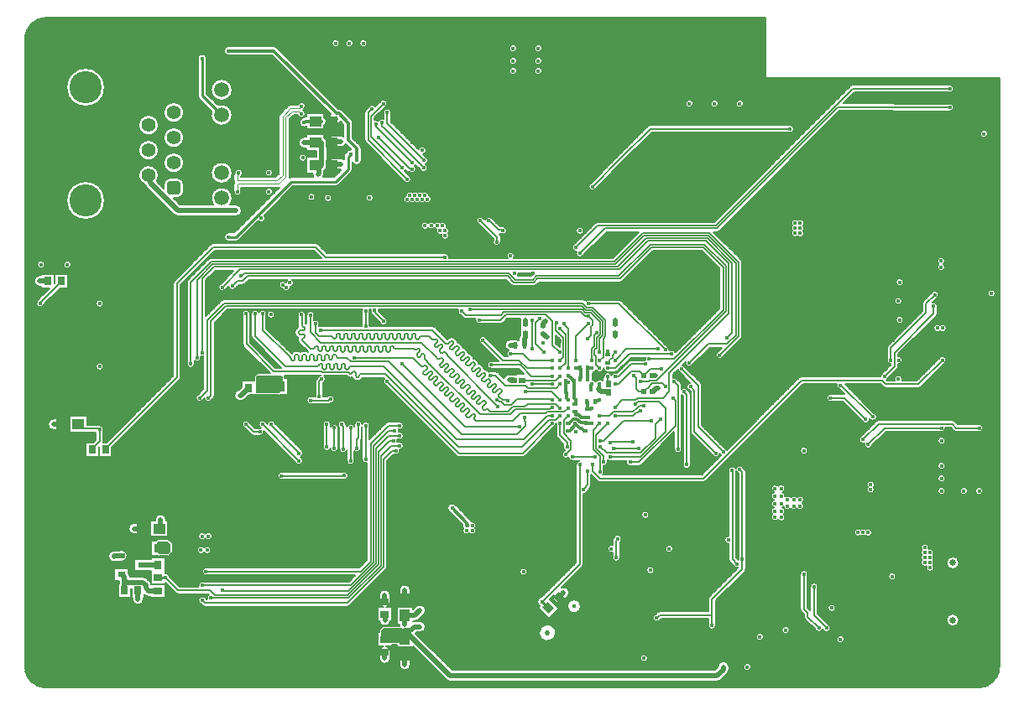
<source format=gbl>
G04*
G04 #@! TF.GenerationSoftware,Altium Limited,Altium Designer,24.0.1 (36)*
G04*
G04 Layer_Physical_Order=4*
G04 Layer_Color=16711680*
%FSLAX44Y44*%
%MOMM*%
G71*
G04*
G04 #@! TF.SameCoordinates,043D453D-7082-4CC0-88CE-E1747F565096*
G04*
G04*
G04 #@! TF.FilePolarity,Positive*
G04*
G01*
G75*
%ADD10C,0.2540*%
%ADD16C,0.2032*%
%ADD18C,0.1270*%
%ADD26R,0.6587X0.8121*%
%ADD27R,0.7500X0.8500*%
%ADD55R,1.1581X1.0121*%
%ADD56R,1.0121X1.1581*%
%ADD57R,0.8121X0.7581*%
%ADD60R,0.6153X0.5725*%
%ADD78R,0.8121X0.6587*%
%ADD84R,0.8000X0.9000*%
%ADD131C,0.6500*%
G04:AMPARAMS|DCode=132|XSize=1mm|YSize=2.1mm|CornerRadius=0.5mm|HoleSize=0mm|Usage=FLASHONLY|Rotation=90.000|XOffset=0mm|YOffset=0mm|HoleType=Round|Shape=RoundedRectangle|*
%AMROUNDEDRECTD132*
21,1,1.0000,1.1000,0,0,90.0*
21,1,0.0000,2.1000,0,0,90.0*
1,1,1.0000,0.5500,0.0000*
1,1,1.0000,0.5500,0.0000*
1,1,1.0000,-0.5500,0.0000*
1,1,1.0000,-0.5500,0.0000*
%
%ADD132ROUNDEDRECTD132*%
G04:AMPARAMS|DCode=133|XSize=1mm|YSize=1.8mm|CornerRadius=0.5mm|HoleSize=0mm|Usage=FLASHONLY|Rotation=90.000|XOffset=0mm|YOffset=0mm|HoleType=Round|Shape=RoundedRectangle|*
%AMROUNDEDRECTD133*
21,1,1.0000,0.8000,0,0,90.0*
21,1,0.0000,1.8000,0,0,90.0*
1,1,1.0000,0.4000,0.0000*
1,1,1.0000,0.4000,0.0000*
1,1,1.0000,-0.4000,0.0000*
1,1,1.0000,-0.4000,0.0000*
%
%ADD133ROUNDEDRECTD133*%
%ADD138C,0.5080*%
%ADD139C,0.1041*%
%ADD140C,0.3048*%
%ADD144C,2.4000*%
%ADD145C,3.2500*%
G04:AMPARAMS|DCode=146|XSize=1.4mm|YSize=1.4mm|CornerRadius=0.35mm|HoleSize=0mm|Usage=FLASHONLY|Rotation=90.000|XOffset=0mm|YOffset=0mm|HoleType=Round|Shape=RoundedRectangle|*
%AMROUNDEDRECTD146*
21,1,1.4000,0.7000,0,0,90.0*
21,1,0.7000,1.4000,0,0,90.0*
1,1,0.7000,0.3500,0.3500*
1,1,0.7000,0.3500,-0.3500*
1,1,0.7000,-0.3500,-0.3500*
1,1,0.7000,-0.3500,0.3500*
%
%ADD146ROUNDEDRECTD146*%
%ADD147C,1.4000*%
%ADD148C,1.5200*%
%ADD149C,0.3750*%
%ADD150C,0.5250*%
%ADD151C,0.4064*%
%ADD152C,0.5000*%
G04:AMPARAMS|DCode=167|XSize=0.8mm|YSize=0.9mm|CornerRadius=0mm|HoleSize=0mm|Usage=FLASHONLY|Rotation=45.000|XOffset=0mm|YOffset=0mm|HoleType=Round|Shape=Rectangle|*
%AMROTATEDRECTD167*
4,1,4,0.0354,-0.6010,-0.6010,0.0354,-0.0354,0.6010,0.6010,-0.0354,0.0354,-0.6010,0.0*
%
%ADD167ROTATEDRECTD167*%

%ADD168R,0.5000X0.4000*%
%ADD169R,0.4000X0.5000*%
%ADD170R,0.4500X0.6750*%
%ADD171R,0.8000X0.6000*%
%ADD172R,0.6596X0.6158*%
%ADD173R,0.6158X0.6596*%
G36*
X231140Y283210D02*
Y275590D01*
X228600Y273050D01*
X219710D01*
X217170Y275590D01*
Y281940D01*
Y283210D01*
X218440Y285750D01*
X228600D01*
X231140Y283210D01*
D02*
G37*
G36*
X472440Y182880D02*
X443230D01*
Y195580D01*
X445770Y198120D01*
X463918D01*
X465378Y197145D01*
X467360Y196751D01*
X469342Y197145D01*
X470802Y198120D01*
X472440D01*
Y182880D01*
D02*
G37*
G36*
X344170Y452120D02*
Y439420D01*
X340360Y435610D01*
X317500D01*
Y452120D01*
X318770Y453390D01*
X341630D01*
X344170Y452120D01*
D02*
G37*
G36*
X369570Y448310D02*
Y435610D01*
X367030Y433070D01*
X358140D01*
X353060Y438150D01*
Y445770D01*
X358140Y450850D01*
X367030D01*
X369570Y448310D01*
D02*
G37*
D10*
X297064Y593090D02*
X352944Y648970D01*
X289560Y593090D02*
X297064D01*
X410210Y661670D02*
Y674370D01*
X412750Y676910D01*
X397510Y648970D02*
X410210Y661670D01*
X352944Y648970D02*
X397510D01*
X218440Y248920D02*
X226060D01*
X262890Y735961D02*
X282531Y716320D01*
X262890Y735961D02*
Y773430D01*
D16*
X671830Y473900D02*
X671860Y473930D01*
Y477324D02*
X671890Y477354D01*
X671860Y473930D02*
Y477324D01*
X675277Y469614D02*
X676616Y470953D01*
X673314Y466884D02*
Y468424D01*
X676616Y470953D02*
Y473166D01*
X674504Y469614D02*
X675277D01*
X673314Y468424D02*
X674504Y469614D01*
X672330Y465900D02*
X673314Y466884D01*
X676616Y473166D02*
X679890Y476440D01*
X671830Y465900D02*
X672330D01*
D18*
X1016278Y739140D02*
G03*
X1021207Y742950I992J3810D01*
G01*
D02*
G03*
X1016278Y746760I-3937J0D01*
G01*
Y720090D02*
G03*
X1021207Y723900I992J3810D01*
G01*
D02*
G03*
X1016278Y727710I-3937J0D01*
G01*
X919480Y746760D02*
G03*
X916787Y745646I0J-3810D01*
G01*
X919480Y746760D02*
G03*
X916786Y745644I0J-3810D01*
G01*
X961540Y727710D02*
G03*
X960636Y727819I-905J-3701D01*
G01*
X961540Y727710D02*
G03*
X960636Y727819I-905J-3701D01*
G01*
X959840Y720199D02*
G03*
X960745Y720090I905J3701D01*
G01*
X959840Y720199D02*
G03*
X960745Y720090I905J3701D01*
G01*
X1055497Y697230D02*
G03*
X1055497Y697230I-3937J0D01*
G01*
X859917Y702310D02*
G03*
X854988Y706120I-3937J0D01*
G01*
Y698500D02*
G03*
X859917Y702310I992J3810D01*
G01*
X870077Y607060D02*
G03*
X863600Y610068I-3937J0D01*
G01*
D02*
G03*
X858052Y604520I-2540J-3008D01*
G01*
X1006052Y565785D02*
G03*
X1012317Y562610I2328J-3175D01*
G01*
X1010708Y565785D02*
G03*
X1012317Y568960I-2328J3175D01*
G01*
D02*
G03*
X1006052Y565785I-3937J0D01*
G01*
X1012317Y562610D02*
G03*
X1010708Y565785I-3937J0D01*
G01*
X1063117Y535940D02*
G03*
X1063117Y535940I-3937J0D01*
G01*
X1004023Y531275D02*
G03*
X1005967Y534670I-1993J3395D01*
G01*
X870077Y596900D02*
G03*
X869148Y599440I-3937J0D01*
G01*
D02*
G03*
X870077Y601980I-3008J2540D01*
G01*
X869148Y604520D02*
G03*
X870077Y607060I-3008J2540D01*
G01*
X858052Y604520D02*
G03*
X858052Y599440I3008J-2540D01*
G01*
X870077Y601980D02*
G03*
X869148Y604520I-3937J0D01*
G01*
X1005967Y534670D02*
G03*
X998635Y536663I-3937J0D01*
G01*
X970407Y547370D02*
G03*
X970407Y547370I-3937J0D01*
G01*
X863600Y593892D02*
G03*
X870077Y596900I2540J3008D01*
G01*
X858052Y599440D02*
G03*
X863600Y593892I3008J-2540D01*
G01*
X1004697Y523240D02*
G03*
X999808Y527060I-3937J0D01*
G01*
X1004570Y522248D02*
G03*
X1004697Y523240I-3810J992D01*
G01*
X990444Y528473D02*
G03*
X989330Y525780I2696J-2693D01*
G01*
X990446Y528474D02*
G03*
X989330Y525780I2694J-2694D01*
G01*
X1003456Y512927D02*
G03*
X1004570Y515620I-2696J2693D01*
G01*
X1003454Y512926D02*
G03*
X1004570Y515620I-2694J2694D01*
G01*
X970407Y509270D02*
G03*
X970407Y509270I-3937J0D01*
G01*
X969137Y528320D02*
G03*
X969137Y528320I-3937J0D01*
G01*
X1013587Y500922D02*
G03*
X1007110Y503930I-3937J0D01*
G01*
D02*
G03*
X1007110Y497914I-2540J-3008D01*
G01*
D02*
G03*
X1013587Y500922I2540J3008D01*
G01*
X954884Y483535D02*
G03*
X953770Y480842I2696J-2693D01*
G01*
X954886Y483536D02*
G03*
X953770Y480842I2694J-2694D01*
G01*
X1013587Y468630D02*
G03*
X1006255Y470623I-3937J0D01*
G01*
X1011643Y465235D02*
G03*
X1013587Y468630I-1993J3395D01*
G01*
X1022376Y406683D02*
G03*
X1019683Y407797I-2693J-2696D01*
G01*
X1022377Y406681D02*
G03*
X1019683Y407797I-2694J-2694D01*
G01*
X965200Y464695D02*
G03*
X969264Y468630I127J3935D01*
G01*
D02*
G03*
X965200Y472565I-3937J0D01*
G01*
X964084Y459713D02*
G03*
X965200Y462407I-2694J2694D01*
G01*
X953770Y470021D02*
G03*
X957580Y464695I3683J-1391D01*
G01*
X964086Y459714D02*
G03*
X965200Y462407I-2696J2693D01*
G01*
X949110Y455515D02*
G03*
X947166Y452120I1993J-3395D01*
G01*
X985520Y440690D02*
G03*
X988214Y441806I0J3810D01*
G01*
X985520Y440690D02*
G03*
X988213Y441804I0J3810D01*
G01*
X968926Y448310D02*
G03*
X969137Y449580I-3726J1270D01*
G01*
D02*
G03*
X961473Y448310I-3937J0D01*
G01*
X953438Y448950D02*
G03*
X954498Y450127I-2335J3170D01*
G01*
X949807Y441804D02*
G03*
X952500Y440690I2693J2696D01*
G01*
X949806Y441806D02*
G03*
X952500Y440690I2694J2694D01*
G01*
X945007Y407797D02*
G03*
X942314Y406683I0J-3810D01*
G01*
X943737Y411480D02*
G03*
X940727Y415306I-3937J0D01*
G01*
X945007Y407797D02*
G03*
X942313Y406681I0J-3810D01*
G01*
X867410Y452120D02*
G03*
X864717Y451006I0J-3810D01*
G01*
X867410Y452120D02*
G03*
X864716Y451004I0J-3810D01*
G01*
X936471Y408786D02*
G03*
X938708Y407697I2694J2694D01*
G01*
D02*
G03*
X943737Y411480I1092J3783D01*
G01*
X936472Y408784D02*
G03*
X938708Y407697I2693J2696D01*
G01*
X928785Y406947D02*
G03*
X936117Y408940I3395J1993D01*
G01*
X903054Y444500D02*
G03*
X905853Y439404I3726J-1270D01*
G01*
X897612Y434340D02*
G03*
X897612Y426720I-992J-3810D01*
G01*
X809117Y727710D02*
G03*
X809117Y727710I-3937J0D01*
G01*
X783717D02*
G03*
X783717Y727710I-3937J0D01*
G01*
X758317D02*
G03*
X758317Y727710I-3937J0D01*
G01*
X715010Y706120D02*
G03*
X712317Y705006I0J-3810D01*
G01*
X715010Y706120D02*
G03*
X712316Y705004I0J-3810D01*
G01*
X782320Y598170D02*
G03*
X785013Y599284I0J3810D01*
G01*
X782320Y598170D02*
G03*
X785014Y599286I0J3810D01*
G01*
X605917Y783590D02*
G03*
X605917Y783590I-3937J0D01*
G01*
Y770890D02*
G03*
X605917Y770890I-3937J0D01*
G01*
Y760730D02*
G03*
X605917Y760730I-3937J0D01*
G01*
X580517Y783590D02*
G03*
X580517Y783590I-3937J0D01*
G01*
Y760730D02*
G03*
X580517Y760730I-3937J0D01*
G01*
Y770890D02*
G03*
X580517Y770890I-3937J0D01*
G01*
X662158Y608330D02*
G03*
X659465Y607216I0J-3810D01*
G01*
X662158Y608330D02*
G03*
X659464Y607214I0J-3810D01*
G01*
X654597Y647285D02*
G03*
X659985Y641897I1993J-3395D01*
G01*
X647827Y599440D02*
G03*
X647827Y599440I-3937J0D01*
G01*
X570357D02*
G03*
X568380Y602855I-3937J0D01*
G01*
X807720Y567690D02*
G03*
X806604Y570384I-3810J0D01*
G01*
X807720Y567690D02*
G03*
X806606Y570383I-3810J0D01*
G01*
X638087Y585838D02*
G03*
X640467Y578524I1993J-3395D01*
G01*
D02*
G03*
X647285Y574587I3423J-1944D01*
G01*
X577048Y571627D02*
G03*
X577977Y574167I-3008J2540D01*
G01*
D02*
G03*
X571032Y571627I-3937J0D01*
G01*
X684312Y547370D02*
G03*
X687005Y548484I0J3810D01*
G01*
X684312Y547370D02*
G03*
X687006Y548486I0J3810D01*
G01*
X597297Y543560D02*
G03*
X599991Y544676I0J3810D01*
G01*
X653772Y529576D02*
G03*
X649908Y528458I-992J-3810D01*
G01*
X685967Y528461D02*
G03*
X683275Y529576I-2693J-2696D01*
G01*
X649636Y528730D02*
G03*
X646944Y529844I-2693J-2696D01*
G01*
X597297Y543560D02*
G03*
X599989Y544674I0J3810D01*
G01*
X649638Y528728D02*
G03*
X646944Y529844I-2694J-2694D01*
G01*
X580961Y553720D02*
G03*
X581787Y556133I-3111J2413D01*
G01*
X574759Y544676D02*
G03*
X577453Y543560I2694J2694D01*
G01*
X574761Y544674D02*
G03*
X577453Y543560I2693J2696D01*
G01*
X485974Y676872D02*
G03*
X489077Y680720I-834J3848D01*
G01*
X490370Y671832D02*
G03*
X489416Y673430I-3649J-1095D01*
G01*
X490370Y671832D02*
G03*
X489415Y673431I-3649J-1095D01*
G01*
X489077Y680720D02*
G03*
X481292Y681554I-3937J0D01*
G01*
X490658Y670355D02*
G03*
X490370Y671832I-3937J0D01*
G01*
X488079Y666659D02*
G03*
X490658Y670355I-1358J3695D01*
G01*
X490347Y662940D02*
G03*
X488403Y666335I-3937J0D01*
G01*
X483015Y660947D02*
G03*
X490347Y662940I3395J1993D01*
G01*
X453390Y717828D02*
G03*
X453517Y718820I-3810J992D01*
G01*
X477308Y664845D02*
G03*
X478203Y665759I-2328J3175D01*
G01*
X472796Y658395D02*
G03*
X478917Y661670I2184J3275D01*
G01*
D02*
G03*
X477308Y664845I-3937J0D01*
G01*
X467081Y659717D02*
G03*
X468043Y660679I-2261J3223D01*
G01*
X485140Y638008D02*
G03*
X480060Y638008I-2540J-3008D01*
G01*
D02*
G03*
X474980Y638008I-2540J-3008D01*
G01*
X491617Y635000D02*
G03*
X485140Y638008I-3937J0D01*
G01*
X469213Y659509D02*
G03*
X471905Y658395I2693J2696D01*
G01*
X469211Y659510D02*
G03*
X471905Y658395I2694J2694D01*
G01*
X474980Y638008D02*
G03*
X468505Y634872I-2540J-3008D01*
G01*
X473837Y651510D02*
G03*
X471893Y654905I-3937J0D01*
G01*
X466505Y649517D02*
G03*
X473837Y651510I3395J1993D01*
G01*
X568380Y602855D02*
G03*
X565885Y603785I-2494J-2880D01*
G01*
X568380Y602855D02*
G03*
X565885Y603785I-2494J-2880D01*
G01*
X564236Y596165D02*
G03*
X570357Y599440I2184J3275D01*
G01*
X564388Y592582D02*
G03*
X563274Y595275I-3810J0D01*
G01*
X564388Y592582D02*
G03*
X563272Y595276I-3810J0D01*
G01*
X564288Y590443D02*
G03*
X564388Y591312I-3710J869D01*
G01*
X564288Y590443D02*
G03*
X564388Y591312I-3710J869D01*
G01*
X563358Y586050D02*
G03*
X564288Y588545I-2880J2494D01*
G01*
X563358Y586050D02*
G03*
X564288Y588545I-2880J2494D01*
G01*
X556668Y590194D02*
G03*
X563358Y586050I3275J-2184D01*
G01*
X555196Y612115D02*
G03*
X553686Y613041I-2693J-2696D01*
G01*
D02*
G03*
X548295Y610253I-1544J-3622D01*
G01*
X555197Y612114D02*
G03*
X553686Y613041I-2694J-2694D01*
G01*
X546955Y611593D02*
G03*
X541567Y606205I-3395J-1993D01*
G01*
X509397Y604520D02*
G03*
X502920Y607528I-3937J0D01*
G01*
D02*
G03*
X497205Y606848I-2540J-3008D01*
G01*
X494157Y631190D02*
G03*
X491615Y634872I-3937J0D01*
G01*
X472440Y628182D02*
G03*
X477520Y628182I2540J3008D01*
G01*
X468505Y634872D02*
G03*
X472440Y628182I1395J-3682D01*
G01*
X497205Y606848D02*
G03*
X490855Y606848I-3175J-2328D01*
G01*
X487680Y628182D02*
G03*
X494157Y631190I2540J3008D01*
G01*
X482600Y628182D02*
G03*
X487680Y628182I2540J3008D01*
G01*
X477520D02*
G03*
X482600Y628182I2540J3008D01*
G01*
X490855Y606848D02*
G03*
X490855Y602192I-3175J-2328D01*
G01*
X511008Y596900D02*
G03*
X511937Y599440I-3008J2540D01*
G01*
Y594360D02*
G03*
X511008Y596900I-3937J0D01*
G01*
X511767Y571627D02*
G03*
X511937Y572770I-3767J1143D01*
G01*
X509169Y603200D02*
G03*
X509397Y604520I-3709J1320D01*
G01*
X511937Y599440D02*
G03*
X509169Y603200I-3937J0D01*
G01*
X504320Y595760D02*
G03*
X511937Y594360I3679J-1400D01*
G01*
Y572770D02*
G03*
X507008Y576580I-3937J0D01*
G01*
X497205Y602192D02*
G03*
X499211Y600760I3175J2328D01*
G01*
X490855Y602192D02*
G03*
X497205Y602192I3175J2328D01*
G01*
X499211Y600760D02*
G03*
X504320Y595760I3709J-1320D01*
G01*
X806606Y490067D02*
G03*
X807720Y492760I-2696J2693D01*
G01*
X806604Y490066D02*
G03*
X807720Y492760I-2694J2694D01*
G01*
X782867Y477105D02*
G03*
X788255Y471717I1993J-3395D01*
G01*
X740266Y476414D02*
G03*
X735608Y478790I-3666J-1435D01*
G01*
X734187Y478917D02*
G03*
X731970Y482459I-3937J0D01*
G01*
X685969Y528460D02*
G03*
X683275Y529576I-2694J-2694D01*
G01*
X710014Y471170D02*
G03*
X709973Y468757I3726J-1270D01*
G01*
D02*
G03*
X708938Y468630I-43J-3937D01*
G01*
X695960D02*
G03*
X693267Y467516I0J-3810D01*
G01*
X750560Y467042D02*
G03*
X757775Y464097I3820J-952D01*
G01*
X750155Y461733D02*
G03*
X747173Y463655I-3395J-1993D01*
G01*
X695960Y468630D02*
G03*
X693266Y467514I0J-3810D01*
G01*
X767080Y443230D02*
G03*
X765964Y445924I-3810J0D01*
G01*
X767080Y443230D02*
G03*
X765966Y445923I-3810J0D01*
G01*
X755237Y445875D02*
G03*
X753657Y438565I413J-3915D01*
G01*
X753072Y438009D02*
G03*
X746760Y439888I-3772J-1129D01*
G01*
X755650Y433852D02*
G03*
X754536Y436545I-3810J0D01*
G01*
X755650Y433852D02*
G03*
X754534Y436546I-3810J0D01*
G01*
X742845Y459327D02*
G03*
X744767Y456345I3915J413D01*
G01*
X742535Y449033D02*
G03*
X737870Y450766I-3395J-1993D01*
G01*
X679219Y456635D02*
G03*
X681912Y457749I0J3810D01*
G01*
X679219Y456635D02*
G03*
X681913Y457751I0J3810D01*
G01*
X667963Y460725D02*
G03*
X672882Y456630I3927J-285D01*
G01*
X660495Y458447D02*
G03*
X667827Y460440I3395J1993D01*
G01*
X680442Y455930D02*
G03*
X675716Y453368I-992J-3810D01*
G01*
D02*
G03*
X668080Y451448I-3826J-928D01*
G01*
X746760Y443230D02*
G03*
X745646Y445923I-3810J0D01*
G01*
X746760Y443230D02*
G03*
X745644Y445924I-3810J0D01*
G01*
X583738Y510667D02*
G03*
X583565Y509270I5542J-1397D01*
G01*
Y504380D02*
G03*
X584312Y501555I5715J0D01*
G01*
X583565Y493812D02*
G03*
X582295Y490220I4445J-3592D01*
G01*
X583565Y493812D02*
G03*
X582295Y490220I4445J-3592D01*
G01*
Y488360D02*
G03*
X578760Y489585I-3535J-4491D01*
G01*
X526115Y511654D02*
G03*
X528808Y510540I2693J2696D01*
G01*
X563880Y505460D02*
G03*
X566574Y506576I0J3810D01*
G01*
X520880Y519684D02*
G03*
X523381Y514388I3630J-1524D01*
G01*
X526114Y511656D02*
G03*
X528808Y510540I2694J2694D01*
G01*
X563880Y505460D02*
G03*
X566573Y506574I0J3810D01*
G01*
X538437Y510540D02*
G03*
X543155Y505460I3726J-1270D01*
G01*
X549495Y490943D02*
G03*
X544107Y485555I-3395J-1993D01*
G01*
X497994Y501804D02*
G03*
X495300Y502920I-2694J-2694D01*
G01*
X497993Y501806D02*
G03*
X495300Y502920I-2693J-2696D01*
G01*
X518017Y490620D02*
G03*
X515324Y491735I-2693J-2696D01*
G01*
X513708D02*
G03*
X511014Y490619I0J-3810D01*
G01*
X518018D02*
G03*
X515324Y491735I-2694J-2694D01*
G01*
X513708D02*
G03*
X511015Y490620I0J-3810D01*
G01*
X528795Y479843D02*
G03*
X526101Y480959I-2694J-2694D01*
G01*
X528793Y479844D02*
G03*
X526101Y480959I-2693J-2696D01*
G01*
X520212Y486847D02*
G03*
X519097Y489540I-3810J0D01*
G01*
X520212Y486847D02*
G03*
X519096Y489541I-3810J0D01*
G01*
X523405Y485232D02*
G03*
X520712Y486347I-2693J-2696D01*
G01*
X525600Y481459D02*
G03*
X524486Y484152I-3810J0D01*
G01*
X523406Y485231D02*
G03*
X520712Y486347I-2694J-2694D01*
G01*
X525600Y481459D02*
G03*
X524484Y484153I-3810J0D01*
G01*
X574040Y489585D02*
G03*
X572199Y478460I0J-5715D01*
G01*
X657065Y455890D02*
G03*
X660251Y458691I-1175J4550D01*
G01*
X572199Y478460D02*
G03*
X571032Y472440I1841J-3480D01*
G01*
X561493Y456086D02*
G03*
X558800Y457200I-2693J-2696D01*
G01*
X561494Y456084D02*
G03*
X558800Y457200I-2694J-2694D01*
G01*
X666846Y448093D02*
G03*
X659890Y446906I-2956J-3653D01*
G01*
D02*
G03*
X657065Y448990I-4000J-2466D01*
G01*
X619955Y404569D02*
G03*
X620080Y403448I3935J-129D01*
G01*
X579449Y453720D02*
G03*
X577271Y454152I-2179J-5283D01*
G01*
X579449Y453720D02*
G03*
X577271Y454152I-2179J-5283D01*
G01*
X572599D02*
G03*
X567218Y450360I0J-5715D01*
G01*
X539571Y469066D02*
G03*
X536877Y470182I-2694J-2694D01*
G01*
X539569Y469068D02*
G03*
X536877Y470182I-2693J-2696D01*
G01*
X555200Y467848D02*
G03*
X555200Y460228I-992J-3810D01*
G01*
X544959Y463678D02*
G03*
X542265Y464794I-2694J-2694D01*
G01*
X541764Y465295D02*
G03*
X540650Y467987I-3810J0D01*
G01*
X541764Y465295D02*
G03*
X540648Y467989I-3810J0D01*
G01*
X544958Y463680D02*
G03*
X542265Y464794I-2693J-2696D01*
G01*
X530988Y476071D02*
G03*
X529874Y478764I-3810J0D01*
G01*
X530988Y476071D02*
G03*
X529872Y478765I-3810J0D01*
G01*
X536376Y470683D02*
G03*
X535260Y473377I-3810J0D01*
G01*
X536376Y470683D02*
G03*
X535262Y473375I-3810J0D01*
G01*
X534183Y474454D02*
G03*
X531489Y475570I-2694J-2694D01*
G01*
X534181Y474456D02*
G03*
X531489Y475570I-2693J-2696D01*
G01*
X550346Y458292D02*
G03*
X547653Y459406I-2693J-2696D01*
G01*
X547153Y459906D02*
G03*
X546038Y462599I-3810J0D01*
G01*
X550347Y458290D02*
G03*
X547653Y459406I-2694J-2694D01*
G01*
X553882Y457200D02*
G03*
X553039Y457105I0J-3810D01*
G01*
X553882Y457200D02*
G03*
X553039Y457105I0J-3810D01*
G01*
X553039D02*
G03*
X551857Y456696I681J-3878D01*
G01*
X547153Y459906D02*
G03*
X546037Y462601I-3810J0D01*
G01*
X466217Y402590D02*
G03*
X461288Y406400I-3937J0D01*
G01*
X1050617Y400050D02*
G03*
X1045688Y403860I-3937J0D01*
G01*
Y396240D02*
G03*
X1050617Y400050I992J3810D01*
G01*
X1020928Y397354D02*
G03*
X1023620Y396240I2693J2696D01*
G01*
X1020926Y397356D02*
G03*
X1023620Y396240I2694J2694D01*
G01*
X1007688D02*
G03*
X1012617Y400050I992J3810D01*
G01*
Y387350D02*
G03*
X1012617Y387350I-3937J0D01*
G01*
X926944Y391313D02*
G03*
X926287Y390430I2696J-2693D01*
G01*
X926946Y391314D02*
G03*
X926287Y390430I2694J-2694D01*
G01*
D02*
G03*
X930943Y384651I3353J-2064D01*
G01*
X1012617Y349250D02*
G03*
X1012617Y349250I-3937J0D01*
G01*
Y361950D02*
G03*
X1012617Y361950I-3937J0D01*
G01*
X930943Y384651D02*
G03*
X938115Y381547I3777J-1111D01*
G01*
X873887Y377190D02*
G03*
X873887Y377190I-3937J0D01*
G01*
X940268Y340360D02*
G03*
X941197Y342900I-3008J2540D01*
G01*
D02*
G03*
X934252Y340360I-3937J0D01*
G01*
X1050617Y336550D02*
G03*
X1050617Y336550I-3937J0D01*
G01*
X1035177D02*
G03*
X1035177Y336550I-3937J0D01*
G01*
X941197Y337820D02*
G03*
X940268Y340360I-3937J0D01*
G01*
X1012617Y336550D02*
G03*
X1012617Y336550I-3937J0D01*
G01*
X934252Y340360D02*
G03*
X941197Y337820I3008J-2540D01*
G01*
X851027Y339090D02*
G03*
X843915Y341418I-3937J0D01*
G01*
D02*
G03*
X839748Y335280I-3175J-2328D01*
G01*
X848082D02*
G03*
X851027Y339090I-992J3810D01*
G01*
X870077Y327660D02*
G03*
X862965Y329988I-3937J0D01*
G01*
X851027Y331470D02*
G03*
X848082Y335280I-3937J0D01*
G01*
X839748D02*
G03*
X839748Y327660I992J-3810D01*
G01*
X862965Y329988D02*
G03*
X856615Y329988I-3175J-2328D01*
G01*
X868468Y324485D02*
G03*
X870077Y327660I-2328J3175D01*
G01*
Y321310D02*
G03*
X868468Y324485I-3937J0D01*
G01*
X856615Y318982D02*
G03*
X862965Y318982I3175J2328D01*
G01*
X932180Y291632D02*
G03*
X938657Y294640I2540J3008D01*
G01*
D02*
G03*
X932180Y297648I-3937J0D01*
G01*
X927100Y291632D02*
G03*
X932180Y291632I2540J3008D01*
G01*
X927100Y297648D02*
G03*
X927100Y291632I-2540J-3008D01*
G01*
X862965Y318982D02*
G03*
X870077Y321310I3175J2328D01*
G01*
X932180Y297648D02*
G03*
X927100Y297648I-2540J-3008D01*
G01*
X850953Y330712D02*
G03*
X851027Y331470I-3863J758D01*
G01*
X856615Y329988D02*
G03*
X850953Y330712I-3175J-2328D01*
G01*
X849540Y320769D02*
G03*
X856615Y318982I3900J542D01*
G01*
X851027Y316230D02*
G03*
X848082Y320040I-3937J0D01*
G01*
D02*
G03*
X849540Y320769I-992J3810D01*
G01*
X839748Y327660D02*
G03*
X839748Y320040I992J-3810D01*
G01*
X851027Y309880D02*
G03*
X849418Y313055I-3937J0D01*
G01*
D02*
G03*
X851027Y316230I-2328J3175D01*
G01*
X843915Y307552D02*
G03*
X851027Y309880I3175J2328D01*
G01*
X838412Y313055D02*
G03*
X843915Y307552I2328J-3175D01*
G01*
X839748Y320040D02*
G03*
X838412Y313055I992J-3810D01*
G01*
X808575Y360133D02*
G03*
X801292Y358759I-3395J-1993D01*
G01*
X811530Y355600D02*
G03*
X810414Y358294I-3810J0D01*
G01*
X801292Y358759D02*
G03*
X793877Y356114I-3732J-1254D01*
G01*
X811530Y355600D02*
G03*
X810416Y358293I-3810J0D01*
G01*
X801497Y356749D02*
G03*
X803187Y354745I3683J1391D01*
G01*
X1026485Y263850D02*
G03*
X1026485Y263850I-6425J0D01*
G01*
X1001017Y258950D02*
G03*
X999965Y261629I-3937J0D01*
G01*
X1000887Y274320D02*
G03*
X995549Y277999I-3937J0D01*
G01*
X995807Y279400D02*
G03*
X988824Y276905I-3937J0D01*
G01*
X1000887Y269240D02*
G03*
X999958Y271780I-3937J0D01*
G01*
D02*
G03*
X1000887Y274320I-3008J2540D01*
G01*
X995549Y277999D02*
G03*
X995807Y279400I-3679J1400D01*
G01*
X988824Y276905D02*
G03*
X988881Y271848I3046J-2495D01*
G01*
D02*
G03*
X988881Y266723I2989J-2563D01*
G01*
X999965Y261629D02*
G03*
X1000887Y264160I-3015J2531D01*
G01*
D02*
G03*
X999958Y266700I-3937J0D01*
G01*
X993493Y260573D02*
G03*
X1001017Y258950I3587J-1623D01*
G01*
X999958Y266700D02*
G03*
X1000887Y269240I-3008J2540D01*
G01*
X988881Y266723D02*
G03*
X993493Y260573I2989J-2563D01*
G01*
X873887Y252730D02*
G03*
X866140Y251738I-3937J0D01*
G01*
X962787Y250190D02*
G03*
X962787Y250190I-3937J0D01*
G01*
X883920Y239051D02*
G03*
X884047Y240043I-3810J992D01*
G01*
D02*
G03*
X876300Y239051I-3937J0D01*
G01*
X873760Y251738D02*
G03*
X873887Y252730I-3810J992D01*
G01*
X1026485Y206050D02*
G03*
X1026485Y206050I-6425J0D01*
G01*
X1045464Y137922D02*
G03*
X1066927Y159385I0J21463D01*
G01*
X901827Y218440D02*
G03*
X901827Y218440I-3937J0D01*
G01*
X896747Y198120D02*
G03*
X894803Y201515I-3937J0D01*
G01*
X889415Y196127D02*
G03*
X896747Y198120I3395J1993D01*
G01*
X910717Y186690D02*
G03*
X910717Y186690I-3937J0D01*
G01*
X866140Y217170D02*
G03*
X867256Y214476I3810J0D01*
G01*
X866140Y217170D02*
G03*
X867254Y214477I3810J0D01*
G01*
X881795Y196127D02*
G03*
X888856Y196686I3395J1993D01*
G01*
X870030Y209470D02*
G03*
X871146Y206776I3810J0D01*
G01*
X870030Y209470D02*
G03*
X871144Y206777I3810J0D01*
G01*
X811530Y266978D02*
G03*
X811657Y267970I-3810J992D01*
G01*
D02*
G03*
X811530Y268962I-3937J0D01*
G01*
X803910D02*
G03*
X803900Y267018I3810J-992D01*
G01*
X810416Y255117D02*
G03*
X811530Y257810I-2696J2693D01*
G01*
X799245Y260897D02*
G03*
X803592Y259070I3395J1993D01*
G01*
X810414Y255116D02*
G03*
X811530Y257810I-2694J2694D01*
G01*
X855472Y195997D02*
G03*
X855472Y195997I-3937J0D01*
G01*
X829437Y189230D02*
G03*
X829437Y189230I-3937J0D01*
G01*
X816737Y158750D02*
G03*
X816737Y158750I-3937J0D01*
G01*
X755650Y396240D02*
G03*
X756766Y393546I3810J0D01*
G01*
X755650Y396240D02*
G03*
X756764Y393547I3810J0D01*
G01*
X791840Y378128D02*
G03*
X790663Y379188I-3170J-2335D01*
G01*
X785275Y373800D02*
G03*
X786335Y372623I3395J1993D01*
G01*
X777655Y372657D02*
G03*
X784952Y374123I3395J1993D01*
G01*
X746887Y378460D02*
G03*
X746760Y379452I-3937J0D01*
G01*
X739140D02*
G03*
X746887Y378460I3810J-992D01*
G01*
X671703Y367944D02*
G03*
X674434Y366903I2667J2896D01*
G01*
X768350Y345440D02*
G03*
X771044Y346556I0J3810D01*
G01*
X768350Y345440D02*
G03*
X771043Y346554I0J3810D01*
G01*
X755271Y361563D02*
G03*
X755650Y363220I-3431J1657D01*
G01*
X748030Y364644D02*
G03*
X755271Y361563I3566J-1668D01*
G01*
D02*
G03*
X755650Y363220I-3431J1657D01*
G01*
X703580Y361950D02*
G03*
X706273Y363064I0J3810D01*
G01*
X703580Y361950D02*
G03*
X706274Y363066I0J3810D01*
G01*
X671957Y365760D02*
G03*
X671703Y367151I-3937J0D01*
G01*
X667893Y361825D02*
G03*
X671957Y365760I127J3935D01*
G01*
X690813Y366903D02*
G03*
X696010Y361950I3714J-1306D01*
G01*
X667194Y353060D02*
G03*
X668020Y355473I-3111J2413D01*
G01*
D02*
G03*
X667893Y356465I-3937J0D01*
G01*
X713867Y312420D02*
G03*
X713867Y312420I-3937J0D01*
G01*
X661517Y346554D02*
G03*
X664210Y345440I2693J2696D01*
G01*
X661516Y346556D02*
G03*
X664210Y345440I2694J2694D01*
G01*
X654206Y340207D02*
G03*
X655320Y342900I-2696J2693D01*
G01*
X654204Y340206D02*
G03*
X655320Y342900I-2694J2694D01*
G01*
X652930Y338034D02*
G03*
X653969Y339971I-2696J2693D01*
G01*
X652928Y338032D02*
G03*
X653969Y339971I-2694J2694D01*
G01*
X617883Y401045D02*
G03*
X619827Y404440I-1993J3395D01*
G01*
X620080Y392908D02*
G03*
X621196Y390214I3810J0D01*
G01*
X620080Y392908D02*
G03*
X621194Y390215I3810J0D01*
G01*
X627380Y382391D02*
G03*
X628877Y377725I3683J-1391D01*
G01*
X632370Y370299D02*
G03*
X637262Y367030I3900J542D01*
G01*
X642898D02*
G03*
X640080Y362228I992J-3810D01*
G01*
X627927Y376775D02*
G03*
X632370Y370299I1993J-3395D01*
G01*
X461288Y388620D02*
G03*
X466217Y392430I992J3810D01*
G01*
Y382270D02*
G03*
X461288Y386080I-3937J0D01*
G01*
Y398780D02*
G03*
X466217Y402590I992J3810D01*
G01*
Y392430D02*
G03*
X461288Y396240I-3937J0D01*
G01*
X460927D02*
G03*
X461137Y397510I-3726J1270D01*
G01*
D02*
G03*
X460927Y398780I-3937J0D01*
G01*
X459656Y386080D02*
G03*
X459867Y387350I-3726J1270D01*
G01*
D02*
G03*
X459656Y388620I-3937J0D01*
G01*
X586100Y370840D02*
G03*
X588792Y371954I0J3810D01*
G01*
X586100Y370840D02*
G03*
X588794Y371956I0J3810D01*
G01*
X519277Y371954D02*
G03*
X521970Y370840I2693J2696D01*
G01*
X519276Y371956D02*
G03*
X521970Y370840I2694J2694D01*
G01*
X462237Y378333D02*
G03*
X466217Y382270I43J3937D01*
G01*
X462407Y377190D02*
G03*
X462237Y378333I-3937J0D01*
G01*
X458406Y373254D02*
G03*
X462407Y377190I64J3936D01*
G01*
X647573Y333758D02*
G03*
X651477Y336580I127J3935D01*
G01*
X640080Y341696D02*
G03*
X639953Y340721I3683J-975D01*
G01*
X640080Y341696D02*
G03*
X639953Y340721I3683J-975D01*
G01*
X518308Y322728D02*
G03*
X511662Y316082I-3323J-3323D01*
G01*
X538313Y299085D02*
G03*
X539242Y301625I-3008J2540D01*
G01*
Y296545D02*
G03*
X538313Y299085I-3937J0D01*
G01*
X534590Y305497D02*
G03*
X533353Y307682I-4559J-1137D01*
G01*
X534590Y305497D02*
G03*
X533353Y307682I-4559J-1137D01*
G01*
X539242Y301625D02*
G03*
X534590Y305497I-3937J0D01*
G01*
X526394Y298844D02*
G03*
X532448Y293837I3196J-2299D01*
G01*
D02*
G03*
X539242Y296545I2858J2708D01*
G01*
X525332Y301819D02*
G03*
X526394Y298844I4699J0D01*
G01*
X525332Y301819D02*
G03*
X526394Y298844I4699J0D01*
G01*
X793877Y290955D02*
G03*
X793877Y283085I-127J-3935D01*
G01*
X737997Y278130D02*
G03*
X737997Y278130I-3937J0D01*
G01*
X793877Y267843D02*
G03*
X794993Y265149I3810J0D01*
G01*
X793877Y267843D02*
G03*
X794991Y265150I3810J0D01*
G01*
X685790Y287261D02*
G03*
X685927Y288290I-3800J1029D01*
G01*
D02*
G03*
X678129Y289061I-3937J0D01*
G01*
X684686Y284841D02*
G03*
X685790Y287261I-2696J2693D01*
G01*
X684684Y284840D02*
G03*
X685790Y287261I-2694J2694D01*
G01*
X678024Y288957D02*
G03*
X676910Y286264I2696J-2693D01*
G01*
X678026Y288958D02*
G03*
X676910Y286264I2694J-2694D01*
G01*
Y281856D02*
G03*
X676910Y274403I-1270J-3726D01*
G01*
X684657Y269240D02*
G03*
X684530Y270232I-3937J0D01*
G01*
X676910D02*
G03*
X684657Y269240I3810J-992D01*
G01*
X718947Y256540D02*
G03*
X718947Y256540I-3937J0D01*
G01*
X646459Y260070D02*
G03*
X647573Y262763I-2696J2693D01*
G01*
X646457Y260069D02*
G03*
X647573Y262763I-2694J2694D01*
G01*
X774544Y230023D02*
G03*
X773430Y227330I2696J-2693D01*
G01*
X774546Y230024D02*
G03*
X773430Y227330I2694J-2694D01*
G01*
X781177Y200660D02*
G03*
X781050Y201652I-3937J0D01*
G01*
X773430D02*
G03*
X781177Y200660I3810J-992D01*
G01*
X794385Y158750D02*
G03*
X782955Y158750I-5715J0D01*
G01*
X792713Y152171D02*
G03*
X794385Y156210I-4043J4039D01*
G01*
X792711Y152169D02*
G03*
X794385Y156210I-4041J4041D01*
G01*
X782320Y144145D02*
G03*
X786361Y145819I0J5715D01*
G01*
X782320Y144145D02*
G03*
X786359Y145817I0J5715D01*
G01*
X723582Y205030D02*
G03*
X724288Y205586I-1988J3250D01*
G01*
X631421Y229639D02*
G03*
X633095Y233680I-4041J4041D01*
G01*
D02*
G03*
X625446Y239058I-5715J0D01*
G01*
X644995Y220131D02*
G03*
X642967Y225028I-6925J0D01*
G01*
D02*
G03*
X633174Y215234I-4897J-4897D01*
G01*
X617369Y230981D02*
G03*
X626788Y225005I5378J-1934D01*
G01*
X724261Y214757D02*
G03*
X721568Y213643I0J-3810D01*
G01*
X724261Y214757D02*
G03*
X721567Y213641I0J-3810D01*
G01*
X719835Y211910D02*
G03*
X723582Y205030I1525J-3630D01*
G01*
D02*
G03*
X724286Y205584I-1988J3250D01*
G01*
X633174Y215234D02*
G03*
X644995Y220131I4897J4897D01*
G01*
X712597Y167640D02*
G03*
X712597Y167640I-3937J0D01*
G01*
X619625Y193261D02*
G03*
X617158Y199218I-8425J0D01*
G01*
D02*
G03*
X605243Y187304I-5957J-5957D01*
G01*
D02*
G03*
X619625Y193261I5957J5957D01*
G01*
X605041Y229429D02*
G03*
X602467Y221467I749J-4639D01*
G01*
X590953Y254994D02*
G03*
X590953Y254994I-3937J0D01*
G01*
X486641Y211859D02*
G03*
X488315Y215900I-4041J4041D01*
G01*
D02*
G03*
X478559Y219941I-5715J0D01*
G01*
X473075Y236220D02*
G03*
X461645Y236220I-5715J0D01*
G01*
X471401Y223319D02*
G03*
X473075Y227360I-4041J4041D01*
G01*
X461645D02*
G03*
X471401Y223319I5715J0D01*
G01*
X461645Y227384D02*
G03*
X471401Y223319I5715J-24D01*
G01*
X471401Y223319D02*
G03*
X473075Y227360I-4041J4041D01*
G01*
X477520Y205105D02*
G03*
X481559Y206777I0J5715D01*
G01*
X477520Y205105D02*
G03*
X481561Y206779I0J5715D01*
G01*
X476885Y205105D02*
G03*
X475596Y204958I0J-5715D01*
G01*
X476885Y205105D02*
G03*
X475596Y204958I0J-5715D01*
G01*
X488315Y199390D02*
G03*
X482600Y205105I-5715J0D01*
G01*
X509039Y145819D02*
G03*
X513080Y144145I4041J4041D01*
G01*
X509041Y145817D02*
G03*
X513080Y144145I4039J4043D01*
G01*
X482600Y193675D02*
G03*
X488315Y199390I0J5715D01*
G01*
X461646Y201854D02*
G03*
X461959Y200062I5714J76D01*
G01*
X473075Y170800D02*
G03*
X471401Y174841I-5715J0D01*
G01*
X471401Y174841D02*
G03*
X461645Y170800I-4041J-4041D01*
G01*
X471401Y174841D02*
G03*
X461645Y170776I-4041J-4041D01*
G01*
X473075Y170800D02*
G03*
X471401Y174841I-5715J0D01*
G01*
X461645Y161290D02*
G03*
X473075Y161290I5715J0D01*
G01*
X447763Y724315D02*
G03*
X449707Y727710I-1993J3395D01*
G01*
X453517Y718820D02*
G03*
X445770Y717828I-3937J0D01*
G01*
X449707Y727710D02*
G03*
X442375Y729703I-3937J0D01*
G01*
X429387Y788670D02*
G03*
X429387Y788670I-3937J0D01*
G01*
X437563Y724891D02*
G03*
X430945Y724623I-3223J-2261D01*
G01*
X415417Y788670D02*
G03*
X415417Y788670I-3937J0D01*
G01*
X401447D02*
G03*
X401447Y788670I-3937J0D01*
G01*
X403971Y721107D02*
G03*
X400648Y722484I-3323J-3323D01*
G01*
X427834Y721513D02*
G03*
X426720Y718820I2696J-2693D01*
G01*
X427836Y721514D02*
G03*
X426720Y718820I2694J-2694D01*
G01*
X403971Y721107D02*
G03*
X400648Y722484I-3323J-3323D01*
G01*
X445770Y712386D02*
G03*
X440886Y710221I-1270J-3726D01*
G01*
X440886D02*
G03*
X436880Y711116I-2736J-2831D01*
G01*
X414909Y708223D02*
G03*
X413533Y711545I-4699J0D01*
G01*
X414909Y708223D02*
G03*
X413533Y711545I-4699J0D01*
G01*
X426720Y690880D02*
G03*
X427836Y688186I3810J0D01*
G01*
X426720Y690880D02*
G03*
X427834Y688187I3810J0D01*
G01*
X423605Y682184D02*
G03*
X422228Y685507I-4699J0D01*
G01*
X398731Y706879D02*
G03*
X402328Y709459I-1273J5572D01*
G01*
X389659Y713971D02*
G03*
X388099Y711067I4041J-4041D01*
G01*
Y708793D02*
G03*
X397741Y705889I5601J1137D01*
G01*
X386126Y706006D02*
G03*
X388099Y708793I-2586J3923D01*
G01*
Y711067D02*
G03*
X386126Y713854I-4559J-1137D01*
G01*
X394970Y695325D02*
G03*
X390929Y693651I0J-5715D01*
G01*
X405511Y694522D02*
G03*
X402590Y695325I-2921J-4912D01*
G01*
X394970D02*
G03*
X390931Y693653I0J-5715D01*
G01*
X389659Y692381D02*
G03*
X388620Y690958I4041J-4041D01*
G01*
X402590Y683895D02*
G03*
X407594Y686850I0J5715D01*
G01*
X388620Y690958D02*
G03*
X386126Y693437I-5080J-2618D01*
G01*
X388620Y690958D02*
G03*
X386126Y693437I-5080J-2618D01*
G01*
X366035Y703961D02*
G03*
X368194Y704487I0J4699D01*
G01*
X338603Y784373D02*
G03*
X335280Y785749I-3323J-3323D01*
G01*
X338603Y784373D02*
G03*
X335280Y785749I-3323J-3323D01*
G01*
X364874Y721597D02*
G03*
X367157Y725170I-1654J3573D01*
G01*
D02*
G03*
X359647Y726824I-3937J0D01*
G01*
X367157Y717550D02*
G03*
X364874Y721123I-3937J0D01*
G01*
X367305Y714629D02*
G03*
X363982Y713253I0J-4699D01*
G01*
X359647Y715896D02*
G03*
X367157Y717550I3573J1654D01*
G01*
X367305Y714629D02*
G03*
X363982Y713253I0J-4699D01*
G01*
X363521Y712791D02*
G03*
X365760Y703961I2239J-4131D01*
G01*
X366035D02*
G03*
X368194Y704487I0J4699D01*
G01*
X365760Y694055D02*
G03*
X365760Y682625I0J-5715D01*
G01*
X352120Y726656D02*
G03*
X349509Y725576I0J-3696D01*
G01*
X352120Y726656D02*
G03*
X349507Y725574I0J-3696D01*
G01*
X341390Y717457D02*
G03*
X340308Y714844I2613J-2613D01*
G01*
X341388Y717455D02*
G03*
X340308Y714844I2616J-2611D01*
G01*
X423799Y670560D02*
G03*
X423605Y671898I-4699J0D01*
G01*
Y682184D02*
G03*
X422228Y685507I-4699J0D01*
G01*
X413104Y681341D02*
G03*
X409607Y680053I-354J-4431D01*
G01*
X415777Y667237D02*
G03*
X423799Y670560I3323J3323D01*
G01*
X414655Y668751D02*
G03*
X415583Y667432I4251J2003D01*
G01*
X414655Y668751D02*
G03*
X415583Y667432I4251J2003D01*
G01*
X413353Y658527D02*
G03*
X414655Y661670I-3143J3143D01*
G01*
X413353Y658527D02*
G03*
X414655Y661670I-3143J3143D01*
G01*
X407067Y677513D02*
G03*
X405765Y674370I3143J-3143D01*
G01*
X407067Y677513D02*
G03*
X405765Y674370I3143J-3143D01*
G01*
X395000Y672465D02*
G03*
X390961Y670793I0J-5715D01*
G01*
X395000Y672465D02*
G03*
X390959Y670791I0J-5715D01*
G01*
X389255Y684748D02*
G03*
X397292Y683895I4445J3592D01*
G01*
X368379Y673716D02*
G03*
X368224Y671853I-3889J-616D01*
G01*
D02*
G03*
X368427Y673100I-3734J1247D01*
G01*
X405765Y671502D02*
G03*
X402590Y672465I-3175J-4752D01*
G01*
X388635Y662891D02*
G03*
X397322Y661035I5095J2589D01*
G01*
X386156Y660399D02*
G03*
X388635Y662891I-2616J5081D01*
G01*
X386156Y660399D02*
G03*
X388635Y662891I-2616J5081D01*
G01*
X384616Y653415D02*
G03*
X386004Y657149I-4326J3734D01*
G01*
X374053Y657244D02*
G03*
X374978Y653415I5677J-654D01*
G01*
X384616D02*
G03*
X386004Y657149I-4326J3734D01*
G01*
X435737Y632460D02*
G03*
X435737Y632460I-3937J0D01*
G01*
X433377Y516583D02*
G03*
X434493Y513889I3810J0D01*
G01*
X433377Y516583D02*
G03*
X434492Y513890I3810J0D01*
G01*
X397510Y644525D02*
G03*
X400653Y645827I0J4445D01*
G01*
X397510Y644525D02*
G03*
X400653Y645827I0J4445D01*
G01*
X431927Y518160D02*
G03*
X431620Y519684I-3937J0D01*
G01*
X393827Y632460D02*
G03*
X393827Y632460I-3937J0D01*
G01*
X379883Y585626D02*
G03*
X377190Y586740I-2693J-2696D01*
G01*
X377044Y633457D02*
G03*
X377044Y633457I-3937J0D01*
G01*
X379884Y585624D02*
G03*
X377190Y586740I-2694J-2694D01*
G01*
X432962Y519684D02*
G03*
X433377Y517505I3918J-381D01*
G01*
X424360Y519684D02*
G03*
X424180Y517168I3630J-1524D01*
G01*
X431800D02*
G03*
X431927Y518160I-3810J992D01*
G01*
X375920Y513358D02*
G03*
X376047Y514350I-3810J992D01*
G01*
D02*
G03*
X368300Y513358I-3937J0D01*
G01*
X367157Y514477D02*
G03*
X359537Y513086I-3937J0D01*
G01*
X352944Y653415D02*
G03*
X350639Y652771I0J-4445D01*
G01*
X350639D02*
G03*
X350900Y654133I-3435J1362D01*
G01*
X352944Y653415D02*
G03*
X350639Y652771I0J-4445D01*
G01*
X350639D02*
G03*
X350900Y654133I-3435J1362D01*
G01*
X334137Y658101D02*
G03*
X334137Y658101I-3937J0D01*
G01*
X339806Y643039D02*
G03*
X340890Y643202I0J3696D01*
G01*
X339806Y643039D02*
G03*
X340890Y643202I0J3696D01*
G01*
X334137Y638810D02*
G03*
X334137Y638810I-3937J0D01*
G01*
X355362Y546855D02*
G03*
X353908Y549910I-3937J0D01*
G01*
X348942D02*
G03*
X347488Y546798I2483J-3055D01*
G01*
D02*
G03*
X344314Y540853I-3383J-2014D01*
G01*
X351863Y542942D02*
G03*
X355362Y546855I-438J3913D01*
G01*
X344314Y540853D02*
G03*
X351917Y542290I3665J1437D01*
G01*
X289560Y785749D02*
G03*
X289560Y776351I0J-4699D01*
G01*
X293306Y741720D02*
G03*
X293306Y741720I-10775J0D01*
G01*
Y716320D02*
G03*
X278734Y726404I-10775J0D01*
G01*
X272447Y720118D02*
G03*
X293306Y716320I10084J-3798D01*
G01*
X267335Y773430D02*
G03*
X258445Y773430I-4445J0D01*
G01*
Y735961D02*
G03*
X259747Y732818I4445J0D01*
G01*
X258445Y735961D02*
G03*
X259747Y732818I4445J0D01*
G01*
X244406Y718820D02*
G03*
X244406Y718820I-10175J0D01*
G01*
Y693420D02*
G03*
X244406Y693420I-10175J0D01*
G01*
X303627Y657860D02*
G03*
X295785Y658363I-3937J0D01*
G01*
X303316Y656325D02*
G03*
X303627Y657860I-3625J1535D01*
G01*
X302306Y654431D02*
G03*
X303316Y656325I-2616J2611D01*
G01*
X302303Y654429D02*
G03*
X303316Y656325I-2613J2613D01*
G01*
X294754Y650545D02*
G03*
X295488Y648335I3696J0D01*
G01*
X294754Y650545D02*
G03*
X295488Y648335I3696J0D01*
G01*
X295785Y658363D02*
G03*
X294754Y655802I2665J-2561D01*
G01*
X295785Y658363D02*
G03*
X294754Y655802I2665J-2561D01*
G01*
X295488Y648335D02*
G03*
X294754Y646125I2962J-2210D01*
G01*
X295488Y648335D02*
G03*
X294754Y646125I2962J-2210D01*
G01*
X302387Y638810D02*
G03*
X302146Y640167I-3937J0D01*
G01*
X294754D02*
G03*
X302387Y638810I3696J-1357D01*
G01*
X244406Y668020D02*
G03*
X244406Y668020I-10175J0D01*
G01*
X293306Y657820D02*
G03*
X293306Y657820I-10775J0D01*
G01*
X244406Y646120D02*
G03*
X237731Y652795I-6675J0D01*
G01*
X230731D02*
G03*
X224056Y646120I0J-6675D01*
G01*
X217043Y649312D02*
G03*
X219006Y655320I-8212J6008D01*
G01*
X293306Y632420D02*
G03*
X274293Y625475I-10775J0D01*
G01*
X205148Y645835D02*
G03*
X206497Y643694I5390J1900D01*
G01*
X237731Y632445D02*
G03*
X244406Y639120I0J6675D01*
G01*
X164756Y744220D02*
G03*
X164756Y744220I-19425J0D01*
G01*
X105664Y814578D02*
G03*
X84201Y793115I0J-21463D01*
G01*
X219006Y706120D02*
G03*
X219006Y706120I-10175J0D01*
G01*
Y680720D02*
G03*
X219006Y680720I-10175J0D01*
G01*
X205148Y645835D02*
G03*
X206494Y643697I5390J1900D01*
G01*
X219006Y655320D02*
G03*
X205148Y645835I-10175J0D01*
G01*
X164756Y629920D02*
G03*
X164756Y629920I-19425J0D01*
G01*
X302895Y619760D02*
G03*
X297180Y625475I-5715J0D01*
G01*
X326517Y612140D02*
G03*
X325273Y615012I-3937J0D01*
G01*
X297180Y614045D02*
G03*
X302895Y619760I0J5715D01*
G01*
X290769Y625475D02*
G03*
X293306Y632420I-8238J6945D01*
G01*
X319708Y609447D02*
G03*
X326517Y612140I2872J2693D01*
G01*
X289560Y597535D02*
G03*
X289560Y588645I0J-4445D01*
G01*
X297064D02*
G03*
X300207Y589947I0J4445D01*
G01*
X297064Y588645D02*
G03*
X300207Y589947I0J4445D01*
G01*
X274320Y586740D02*
G03*
X271627Y585626I0J-3810D01*
G01*
X274320Y586740D02*
G03*
X271626Y585624I0J-3810D01*
G01*
X271907Y571627D02*
G03*
X269214Y570513I0J-3810D01*
G01*
X271907Y571627D02*
G03*
X269213Y570511I0J-3810D01*
G01*
X234474Y615717D02*
G03*
X238513Y614045I4039J4043D01*
G01*
X234472Y615719D02*
G03*
X238513Y614045I4041J4041D01*
G01*
X248766Y550064D02*
G03*
X247650Y547370I2694J-2694D01*
G01*
X248764Y550063D02*
G03*
X247650Y547370I2696J-2693D01*
G01*
X303530Y544830D02*
G03*
X306224Y545946I0J3810D01*
G01*
X303530Y544830D02*
G03*
X306223Y545944I0J3810D01*
G01*
X289455Y543147D02*
G03*
X296765Y541567I3915J413D01*
G01*
X284734Y529844D02*
G03*
X282041Y528730I0J-3810D01*
G01*
X281217Y545685D02*
G03*
X286605Y540297I1993J-3395D01*
G01*
X284734Y529844D02*
G03*
X282040Y528728I0J-3810D01*
G01*
X327787Y515620D02*
G03*
X320040Y516612I-3937J0D01*
G01*
X311394Y515376D02*
G03*
X311014Y517034I-3810J0D01*
G01*
X311394Y515376D02*
G03*
X311014Y517034I-3810J0D01*
G01*
X327660Y514628D02*
G03*
X327787Y515620I-3810J992D01*
G01*
X320040Y516612D02*
G03*
X312420Y514628I-3810J-992D01*
G01*
X311014Y517034D02*
G03*
X303774Y513952I-3674J-1414D01*
G01*
X234794Y548793D02*
G03*
X233680Y546100I2696J-2693D01*
G01*
X234796Y548794D02*
G03*
X233680Y546100I2694J-2694D01*
G01*
X130937Y565150D02*
G03*
X130937Y565150I-3937J0D01*
G01*
X104267D02*
G03*
X104267Y565150I-3937J0D01*
G01*
X163477Y525780D02*
G03*
X163477Y525780I-3937J0D01*
G01*
X99060Y554355D02*
G03*
X99060Y542925I0J-5715D01*
G01*
X97381Y529992D02*
G03*
X96346Y528082I2694J-2694D01*
G01*
X97379Y529990D02*
G03*
X96346Y528082I2696J-2693D01*
G01*
X102955Y523820D02*
G03*
X103829Y525663I-2880J2494D01*
G01*
X96346Y528082D02*
G03*
X102955Y523820I3194J-2302D01*
G01*
X102955Y523820D02*
G03*
X103829Y525663I-2880J2494D01*
G01*
X449707Y508000D02*
G03*
X447763Y511395I-3937J0D01*
G01*
X442375Y506007D02*
G03*
X449707Y508000I3395J1993D01*
G01*
X446887Y449912D02*
G03*
X447587Y443645I2693J-2872D01*
G01*
X431927Y503047D02*
G03*
X431800Y504039I-3937J0D01*
G01*
X424180D02*
G03*
X424055Y502920I3810J-992D01*
G01*
X409423Y451964D02*
G03*
X412116Y450850I2693J2696D01*
G01*
X412751D02*
G03*
X414246Y451156I0J3810D01*
G01*
X424209Y450062D02*
G03*
X424813Y450850I-2696J2693D01*
G01*
X424208Y450061D02*
G03*
X424813Y450850I-2694J2694D01*
G01*
X414246Y451156D02*
G03*
X415008Y450062I3458J1600D01*
G01*
X412751Y450850D02*
G03*
X414246Y451156I0J3810D01*
G01*
X414246Y451156D02*
G03*
X415010Y450061I3458J1600D01*
G01*
X383262Y502920D02*
G03*
X381000Y502836I-992J-3810D01*
G01*
X409422Y451966D02*
G03*
X412116Y450850I2694J2694D01*
G01*
X387477Y449580D02*
G03*
X385684Y452882I-3937J0D01*
G01*
X420371Y447802D02*
G03*
X423065Y448918I0J3810D01*
G01*
X420371Y447802D02*
G03*
X423063Y448916I0J3810D01*
G01*
X416153Y448918D02*
G03*
X418847Y447802I2694J2694D01*
G01*
X416154Y448916D02*
G03*
X418847Y447802I2693J2696D01*
G01*
X393201Y425399D02*
G03*
X396367Y429260I-771J3861D01*
G01*
D02*
G03*
X391401Y433060I-3937J0D01*
G01*
X390277Y424053D02*
G03*
X392970Y425167I0J3810D01*
G01*
X385533Y446185D02*
G03*
X387477Y449580I-1993J3395D01*
G01*
X391401Y433060D02*
G03*
X388981Y431956I273J-3800D01*
G01*
X391401Y433060D02*
G03*
X388980Y431954I273J-3800D01*
G01*
X390277Y424053D02*
G03*
X392971Y425169I0J3810D01*
G01*
X384937Y431800D02*
G03*
X384810Y432792I-3937J0D01*
G01*
X450850Y406400D02*
G03*
X448157Y405286I0J-3810D01*
G01*
X450850Y406400D02*
G03*
X448156Y405284I0J-3810D01*
G01*
X431800Y401598D02*
G03*
X431927Y402590I-3810J992D01*
G01*
D02*
G03*
X424305Y403977I-3937J0D01*
G01*
D02*
G03*
X416560Y402868I-3935J-117D01*
G01*
Y401169D02*
G03*
X408940Y401169I-3810J-992D01*
G01*
X423066Y387565D02*
G03*
X424180Y390258I-2696J2693D01*
G01*
X423064Y387564D02*
G03*
X424180Y390258I-2694J2694D01*
G01*
X423037Y379730D02*
G03*
X422910Y380722I-3937J0D01*
G01*
X416560Y376722D02*
G03*
X423037Y379730I2540J3008D01*
G01*
X408940Y401834D02*
G03*
X407826Y404526I-3810J0D01*
G01*
X408940Y401834D02*
G03*
X407824Y404528I-3810J0D01*
G01*
X400060Y402831D02*
G03*
X401166Y400410I3800J273D01*
G01*
X400060Y402831D02*
G03*
X401164Y400411I3800J273D01*
G01*
X392430Y402868D02*
G03*
X392557Y403860I-3810J992D01*
G01*
D02*
G03*
X384810Y402868I-3937J0D01*
G01*
X407721Y404631D02*
G03*
X400060Y402831I-3861J-771D01*
G01*
X400177Y400177D02*
G03*
X392430Y401169I-3937J0D01*
G01*
X400050Y399185D02*
G03*
X400177Y400177I-3810J992D01*
G01*
X401320Y379452D02*
G03*
X408940Y377468I3810J-992D01*
G01*
X400177Y379730D02*
G03*
X400050Y380722I-3937J0D01*
G01*
X392305Y379613D02*
G03*
X400177Y379730I3935J117D01*
G01*
X384810Y381992D02*
G03*
X392305Y379613I3810J-992D01*
G01*
X381127Y505460D02*
G03*
X375920Y509187I-3937J0D01*
G01*
X381000Y504468D02*
G03*
X381127Y505460I-3810J992D01*
G01*
X367945Y505107D02*
G03*
X367157Y505711I-2693J-2696D01*
G01*
X367946Y505106D02*
G03*
X367157Y505711I-2694J-2694D01*
G01*
X359537Y503555D02*
G03*
X359843Y502060I3810J0D01*
G01*
X359537Y503555D02*
G03*
X359843Y502060I3810J0D01*
G01*
Y491334D02*
G03*
X359537Y489839I3504J-1495D01*
G01*
X358749Y492096D02*
G03*
X359842Y491334I2693J2696D01*
G01*
X359843Y491334D02*
G03*
X359537Y489839I3504J-1495D01*
G01*
X359842Y502060D02*
G03*
X358749Y501297I1600J-3458D01*
G01*
X359842Y502060D02*
G03*
X358748Y501296I1600J-3458D01*
G01*
Y492098D02*
G03*
X359842Y491334I2694J2694D01*
G01*
X365125Y478028D02*
G03*
X362432Y476914I0J-3810D01*
G01*
X359537Y488823D02*
G03*
X360653Y486129I3810J0D01*
G01*
X359537Y488823D02*
G03*
X360651Y486130I3810J0D01*
G01*
X361721Y476914D02*
G03*
X359029Y478028I-2693J-2696D01*
G01*
X369417Y477364D02*
G03*
X370016Y476877I2693J2696D01*
G01*
X369416Y477366D02*
G03*
X370016Y476877I2694J2694D01*
G01*
X382510Y453380D02*
G03*
X380145Y451573I1030J-3800D01*
G01*
X369341Y476914D02*
G03*
X366649Y478028I-2693J-2696D01*
G01*
X365125D02*
G03*
X362431Y476912I0J-3810D01*
G01*
X369343D02*
G03*
X366649Y478028I-2694J-2694D01*
G01*
X361723Y476912D02*
G03*
X359029Y478028I-2694J-2694D01*
G01*
X357603Y500151D02*
G03*
X356489Y497459I2696J-2693D01*
G01*
X357605Y500153D02*
G03*
X356489Y497459I2694J-2694D01*
G01*
Y495935D02*
G03*
X357605Y493241I3810J0D01*
G01*
X356489Y495935D02*
G03*
X357603Y493242I3810J0D01*
G01*
X357505Y478028D02*
G03*
X354812Y476914I0J-3810D01*
G01*
X357505Y478028D02*
G03*
X354811Y476912I0J-3810D01*
G01*
X353668Y475769D02*
G03*
X353179Y475169I2694J-2694D01*
G01*
X353666Y475768D02*
G03*
X353179Y475169I2696J-2693D01*
G01*
X378304Y449733D02*
G03*
X377190Y447040I2696J-2693D01*
G01*
X378306Y449734D02*
G03*
X377190Y447040I2694J-2694D01*
G01*
Y432792D02*
G03*
X377065Y431673I3810J-992D01*
G01*
X373501D02*
G03*
X372174Y424053I-1391J-3683D01*
G01*
X364463Y375742D02*
G03*
X363374Y377979I-3783J-457D01*
G01*
X364463Y375742D02*
G03*
X363376Y377978I-3783J-457D01*
G01*
X336566Y404787D02*
G03*
X328825Y404273I-3826J-927D01*
G01*
X424180Y369292D02*
G03*
X429260Y364574I3810J-992D01*
G01*
X416687Y366589D02*
G03*
X416560Y367581I-3937J0D01*
G01*
X408940D02*
G03*
X416687Y366589I3810J-992D01*
G01*
X364617Y374650D02*
G03*
X364463Y375742I-3937J0D01*
G01*
X362114Y370984D02*
G03*
X364617Y374650I-1435J3666D01*
G01*
Y367030D02*
G03*
X362673Y370425I-3937J0D01*
G01*
X357285Y365037D02*
G03*
X364617Y367030I3395J1993D01*
G01*
X405696Y348044D02*
G03*
X410337Y351917I704J3873D01*
G01*
D02*
G03*
X405190Y355663I-3937J0D01*
G01*
X343604D02*
G03*
X344110Y348044I-704J-3873D01*
G01*
X448466Y257477D02*
G03*
X449580Y260170I-2696J2693D01*
G01*
X448464Y257475D02*
G03*
X449580Y260170I-2694J2694D01*
G01*
X452755Y231140D02*
G03*
X441325Y231140I-5715J0D01*
G01*
X448301Y219136D02*
G03*
X452755Y224710I-1261J5574D01*
G01*
X441499Y205204D02*
G03*
X452850Y205204I5676J671D01*
G01*
X441325Y224710D02*
G03*
X445779Y219136I5715J0D01*
G01*
X452755Y174070D02*
G03*
X448301Y179644I-5715J0D01*
G01*
X441325Y167640D02*
G03*
X452755Y167640I5715J0D01*
G01*
X445779Y179644D02*
G03*
X441325Y174070I1261J-5574D01*
G01*
X409120Y219710D02*
G03*
X411814Y220826I0J3810D01*
G01*
X409120Y219710D02*
G03*
X411813Y220824I0J3810D01*
G01*
X336297Y514730D02*
G03*
X336297Y514730I-3937J0D01*
G01*
X312420Y492760D02*
G03*
X313536Y490066I3810J0D01*
G01*
X312420Y492760D02*
G03*
X313534Y490067I3810J0D01*
G01*
X303774Y484896D02*
G03*
X304890Y482202I3810J0D01*
G01*
X303774Y484896D02*
G03*
X304888Y482204I3810J0D01*
G01*
X261747Y471170D02*
G03*
X261620Y472162I-3937J0D01*
G01*
Y472523D02*
G03*
X264160Y472523I1270J3726D01*
G01*
X327459Y405639D02*
G03*
X321527Y400795I-3544J-1714D01*
G01*
X310735Y405853D02*
G03*
X305347Y400465I-3395J-1993D01*
G01*
X302190Y427355D02*
G03*
X306231Y429029I0J5715D01*
G01*
X302190Y427355D02*
G03*
X306229Y429027I0J5715D01*
G01*
X255397Y464820D02*
G03*
X255270Y465812I-3937J0D01*
G01*
Y468162D02*
G03*
X261747Y471170I2540J3008D01*
G01*
X247650Y465812D02*
G03*
X255397Y464820I3810J-992D01*
G01*
X299668Y438630D02*
G03*
X300990Y427355I1322J-5560D01*
G01*
X274476Y430377D02*
G03*
X275590Y433070I-2696J2693D01*
G01*
X274474Y430376D02*
G03*
X275590Y433070I-2694J2694D01*
G01*
X265325Y430117D02*
G03*
X272635Y428537I3915J413D01*
G01*
X258357Y433925D02*
G03*
X263745Y428537I1993J-3395D01*
G01*
X163477Y462280D02*
G03*
X163477Y462280I-3937J0D01*
G01*
X240186Y448507D02*
G03*
X241300Y451200I-2696J2693D01*
G01*
X240184Y448506D02*
G03*
X241300Y451200I-2694J2694D01*
G01*
X126985Y403860D02*
G03*
X121270Y409575I-5715J0D01*
G01*
X113030D02*
G03*
X113030Y398145I0J-5715D01*
G01*
X325247Y396240D02*
G03*
X325130Y397192I-3937J0D01*
G01*
X322262Y400060D02*
G03*
X320318Y400050I-952J-3820D01*
G01*
Y392430D02*
G03*
X325247Y396240I992J3810D01*
G01*
X312267Y393544D02*
G03*
X314960Y392430I2693J2696D01*
G01*
X312266Y393546D02*
G03*
X314960Y392430I2694J2694D01*
G01*
X266065Y288502D02*
G03*
X273177Y290830I3175J2328D01*
G01*
D02*
G03*
X266065Y293158I-3937J0D01*
G01*
X264795Y274532D02*
G03*
X271907Y276860I3175J2328D01*
G01*
D02*
G03*
X264795Y279188I-3937J0D01*
G01*
X266065Y293158D02*
G03*
X266065Y288502I-3175J-2328D01*
G01*
X264795Y279188D02*
G03*
X264795Y274532I-3175J-2328D01*
G01*
X226695Y307340D02*
G03*
X215265Y307340I-5715J0D01*
G01*
X208885Y298450D02*
G03*
X203170Y304165I-5715J0D01*
G01*
Y292735D02*
G03*
X208885Y298450I0J5715D01*
G01*
X194310Y304165D02*
G03*
X194310Y292735I0J-5715D01*
G01*
X185711Y267079D02*
G03*
X187385Y271120I-4041J4041D01*
G01*
X267692Y259080D02*
G03*
X267692Y251460I-992J-3810D01*
G01*
X230373Y249995D02*
G03*
X226060Y253365I-4313J-1075D01*
G01*
X263882Y245110D02*
G03*
X259163Y240030I-992J-3810D01*
G01*
X266070Y228756D02*
G03*
X264142Y229792I-2693J-2696D01*
G01*
X236067Y233524D02*
G03*
X238760Y232410I2693J2696D01*
G01*
X266072Y228754D02*
G03*
X264142Y229792I-2694J-2694D01*
G01*
X269519Y231823D02*
G03*
X268053Y227330I2261J-3223D01*
G01*
X263225Y220824D02*
G03*
X265918Y219710I2693J2696D01*
G01*
X264142Y229792D02*
G03*
X261761Y222288I-1252J-3733D01*
G01*
X263224Y220826D02*
G03*
X265918Y219710I2694J2694D01*
G01*
X236066Y233526D02*
G03*
X238760Y232410I2694J2694D01*
G01*
X207033Y248132D02*
G03*
X202992Y249806I-4041J-4041D01*
G01*
X207031Y248134D02*
G03*
X202992Y249806I-4039J-4043D01*
G01*
X190269D02*
G03*
X188845Y253015I-5683J-602D01*
G01*
X190269Y249806D02*
G03*
X188845Y253015I-5683J-602D01*
G01*
X211588Y242451D02*
G03*
X211204Y243504I-5535J-1422D01*
G01*
D02*
G03*
X210096Y245068I-5151J-2475D01*
G01*
X211588Y242451D02*
G03*
X211204Y243504I-5535J-1422D01*
G01*
D02*
G03*
X210094Y245071I-5151J-2475D01*
G01*
X205075Y231342D02*
G03*
X209114Y229671I4039J4043D01*
G01*
X205073Y231345D02*
G03*
X209114Y229671I4041J4041D01*
G01*
X192405Y227330D02*
G03*
X203835Y227330I5715J0D01*
G01*
X160139Y402671D02*
G03*
X158130Y403244I-2010J-3237D01*
G01*
X160139Y402671D02*
G03*
X158130Y403244I-2010J-3237D01*
G01*
X163350Y397788D02*
G03*
X163477Y398780I-3810J992D01*
G01*
D02*
G03*
X160139Y402671I-3937J0D01*
G01*
X163191Y385696D02*
G03*
X163350Y386784I-3651J1088D01*
G01*
X163191Y385696D02*
G03*
X163350Y386784I-3651J1088D01*
G01*
X121270Y398145D02*
G03*
X126985Y403860I0J5715D01*
G01*
X181210Y264945D02*
G03*
X185251Y266619I0J5715D01*
G01*
X187385Y271120D02*
G03*
X179424Y276375I-5715J0D01*
G01*
X181210Y264945D02*
G03*
X185249Y266617I0J5715D01*
G01*
X169949Y274551D02*
G03*
X175291Y264945I4041J-4041D01*
G01*
X174140Y276375D02*
G03*
X170101Y274703I0J-5715D01*
G01*
X174140Y276375D02*
G03*
X170099Y274701I0J-5715D01*
G01*
X84201Y159385D02*
G03*
X105664Y137922I21463J0D01*
G01*
X1021199Y742696D02*
X1066927D01*
X1021133Y743712D02*
X1066927D01*
X1020996Y741680D02*
X1066927D01*
X1020475Y740664D02*
X1066927D01*
X1020044Y745744D02*
X1066927D01*
X1018262Y746760D02*
X1066927D01*
X1020783Y744728D02*
X1066927D01*
X918518Y736600D02*
X1066927D01*
X917502Y735584D02*
X1066927D01*
X916486Y734568D02*
X1066927D01*
X1019414Y739648D02*
X1066927D01*
X920550Y738632D02*
X1066927D01*
X919534Y737616D02*
X1066927D01*
X912422Y730504D02*
X1066927D01*
X911406Y729488D02*
X1066927D01*
X910390Y728472D02*
X1066927D01*
X897944Y712216D02*
X1066927D01*
X915470Y733552D02*
X1066927D01*
X914454Y732536D02*
X1066927D01*
X913438Y731520D02*
X1066927D01*
X893880Y708152D02*
X1066927D01*
X892864Y707136D02*
X1066927D01*
X891848Y706120D02*
X1066927D01*
X896928Y711200D02*
X1066927D01*
X895912Y710184D02*
X1066927D01*
X894896Y709168D02*
X1066927D01*
X1052552Y701040D02*
X1066927D01*
X887784Y702056D02*
X1066927D01*
X1055073Y699008D02*
X1066927D01*
X1054334Y700024D02*
X1066927D01*
X890832Y705104D02*
X1066927D01*
X889816Y704088D02*
X1066927D01*
X888800Y703072D02*
X1066927D01*
X1054765Y694944D02*
X1066927D01*
X1053704Y693928D02*
X1066927D01*
X878640Y692912D02*
X1066927D01*
X1055489Y696976D02*
X1066927D01*
X1055423Y697992D02*
X1066927D01*
X1055286Y695960D02*
X1066927D01*
X874576Y688848D02*
X1066927D01*
X873560Y687832D02*
X1066927D01*
X872544Y686816D02*
X1066927D01*
X871528Y685800D02*
X1066927D01*
X877624Y691896D02*
X1066927D01*
X876608Y690880D02*
X1066927D01*
X875592Y689864D02*
X1066927D01*
X867464Y681736D02*
X1066927D01*
X866448Y680720D02*
X1066927D01*
X865432Y679704D02*
X1066927D01*
X870512Y684784D02*
X1066927D01*
X869496Y683768D02*
X1066927D01*
X868480Y682752D02*
X1066927D01*
X1020278Y726440D02*
X1066927D01*
X1018960Y727456D02*
X1066927D01*
X1021174Y724408D02*
X1066927D01*
X1020900Y725424D02*
X1066927D01*
X961540Y727710D02*
X1016278D01*
X1020900Y722376D02*
X1066927D01*
X1020278Y721360D02*
X1066927D01*
X1018960Y720344D02*
X1066927D01*
X1021174Y723392D02*
X1066927D01*
X919480Y746760D02*
X1016278D01*
X919480D02*
X1016278D01*
X921058Y739140D02*
X1016278D01*
X909737Y727819D02*
X960636D01*
X909737D02*
X921058Y739140D01*
X960745Y720090D02*
X1016278D01*
X905927Y720199D02*
X959840D01*
X902008Y716280D02*
X1066927D01*
X900992Y715264D02*
X1066927D01*
X899976Y714248D02*
X1066927D01*
X898960Y713232D02*
X1066927D01*
X905056Y719328D02*
X1066927D01*
X904040Y718312D02*
X1066927D01*
X903024Y717296D02*
X1066927D01*
X886768Y701040D02*
X1050568D01*
X885752Y700024D02*
X1048786D01*
X884736Y699008D02*
X1048047D01*
X883720Y697992D02*
X1047697D01*
X882704Y696976D02*
X1047631D01*
X858754Y705104D02*
X876246D01*
X856972Y706120D02*
X877262D01*
X859843Y703072D02*
X874214D01*
X859493Y704088D02*
X875230D01*
X859909Y702056D02*
X873198D01*
X859706Y701040D02*
X872182D01*
X881688Y695960D02*
X1047833D01*
X880672Y694944D02*
X1048355D01*
X879656Y693928D02*
X1049416D01*
X859185Y700024D02*
X871166D01*
X858124Y699008D02*
X870150D01*
X870044Y601472D02*
X1066927D01*
X869770Y600456D02*
X1066927D01*
X870044Y597408D02*
X1066927D01*
X869770Y598424D02*
X1066927D01*
X870044Y606552D02*
X1066927D01*
X870044Y607568D02*
X1066927D01*
X870044Y602488D02*
X1066927D01*
X1012184Y569976D02*
X1066927D01*
X1011752Y570992D02*
X1066927D01*
X1012317Y568960D02*
X1066927D01*
X870044Y596392D02*
X1066927D01*
X869770Y595376D02*
X1066927D01*
X1010872Y572008D02*
X1066927D01*
X861368Y675640D02*
X1066927D01*
X860352Y674624D02*
X1066927D01*
X859336Y673608D02*
X1066927D01*
X851208Y665480D02*
X1066927D01*
X864416Y678688D02*
X1066927D01*
X863400Y677672D02*
X1066927D01*
X862384Y676656D02*
X1066927D01*
X869148Y594360D02*
X1066927D01*
X869148Y599440D02*
X1066927D01*
X867830Y593344D02*
X1066927D01*
X869770Y605536D02*
X1066927D01*
X869148Y604520D02*
X1066927D01*
X869770Y603504D02*
X1066927D01*
X1012243Y561848D02*
X1066927D01*
X1011893Y560832D02*
X1066927D01*
X1062188Y538480D02*
X1066927D01*
X1060870Y539496D02*
X1066927D01*
X1012184Y567944D02*
X1066927D01*
X1012106Y563880D02*
X1066927D01*
X1012309Y562864D02*
X1066927D01*
X1062810Y534416D02*
X1066927D01*
X1062188Y533400D02*
X1066927D01*
X1060870Y532384D02*
X1066927D01*
X1063084Y536448D02*
X1066927D01*
X1062810Y537464D02*
X1066927D01*
X1063084Y535432D02*
X1066927D01*
X1011154Y559816D02*
X1066927D01*
X1009372Y558800D02*
X1066927D01*
X969675Y549656D02*
X1066927D01*
X968614Y550672D02*
X1066927D01*
X1011752Y566928D02*
X1066927D01*
X1010872Y565912D02*
X1066927D01*
X1011585Y564896D02*
X1066927D01*
X969983Y545592D02*
X1066927D01*
X969244Y544576D02*
X1066927D01*
X967462Y543560D02*
X1066927D01*
X970399Y547624D02*
X1066927D01*
X970197Y548640D02*
X1066927D01*
X970333Y546608D02*
X1066927D01*
X855272Y669544D02*
X1066927D01*
X854256Y668528D02*
X1066927D01*
X853240Y667512D02*
X1066927D01*
X852224Y666496D02*
X1066927D01*
X858320Y672592D02*
X1066927D01*
X857304Y671576D02*
X1066927D01*
X856288Y670560D02*
X1066927D01*
X850192Y664464D02*
X1066927D01*
X849176Y663448D02*
X1066927D01*
X867830Y610616D02*
X1066927D01*
X862750D02*
X864450D01*
X845112Y659384D02*
X1066927D01*
X844096Y658368D02*
X1066927D01*
X843080Y657352D02*
X1066927D01*
X842064Y656336D02*
X1066927D01*
X848160Y662432D02*
X1066927D01*
X847144Y661416D02*
X1066927D01*
X846128Y660400D02*
X1066927D01*
X838000Y652272D02*
X1066927D01*
X836984Y651256D02*
X1066927D01*
X835968Y650240D02*
X1066927D01*
X841048Y655320D02*
X1066927D01*
X840032Y654304D02*
X1066927D01*
X839016Y653288D02*
X1066927D01*
X1003022Y538480D02*
X1056172D01*
X1005543Y536448D02*
X1055276D01*
X1004804Y537464D02*
X1055550D01*
X1005757Y533400D02*
X1056172D01*
X1005235Y532384D02*
X1057490D01*
X1005893Y535432D02*
X1055276D01*
X1005959Y534416D02*
X1055550D01*
X869770Y608584D02*
X1066927D01*
X869148Y609600D02*
X1066927D01*
X990447Y528476D02*
X998635Y536663D01*
X862750Y593344D02*
X864450D01*
X831850Y753693D02*
X1066927D01*
X806172Y731520D02*
X902662D01*
X808693Y729488D02*
X900630D01*
X807954Y730504D02*
X901646D01*
X809109Y727456D02*
X898598D01*
X809043Y728472D02*
X899614D01*
X808906Y726440D02*
X897582D01*
X808385Y725424D02*
X896566D01*
X807324Y724408D02*
X895550D01*
X453678Y709168D02*
X880310D01*
X455710Y707136D02*
X878278D01*
X454694Y708152D02*
X879294D01*
X716080Y697992D02*
X869134D01*
X452588Y721360D02*
X892502D01*
X451270Y722376D02*
X893518D01*
X453484Y719328D02*
X890470D01*
X453210Y720344D02*
X891486D01*
X453484Y718312D02*
X889454D01*
X453390Y717296D02*
X888438D01*
X453390Y716280D02*
X887422D01*
X453390Y714248D02*
X885390D01*
X453390Y715264D02*
X886406D01*
X453390Y713232D02*
X884374D01*
X453390Y711200D02*
X882342D01*
X453390Y712216D02*
X883358D01*
X453390Y710184D02*
X881326D01*
X831904Y646176D02*
X1066927D01*
X830888Y645160D02*
X1066927D01*
X829872Y644144D02*
X1066927D01*
X828856Y643128D02*
X1066927D01*
X834952Y649224D02*
X1066927D01*
X833936Y648208D02*
X1066927D01*
X832920Y647192D02*
X1066927D01*
X824792Y639064D02*
X1066927D01*
X823776Y638048D02*
X1066927D01*
X822760Y637032D02*
X1066927D01*
X827840Y642112D02*
X1066927D01*
X826824Y641096D02*
X1066927D01*
X825808Y640080D02*
X1066927D01*
X715064Y696976D02*
X868118D01*
X714048Y695960D02*
X867102D01*
X713032Y694944D02*
X866086D01*
X712016Y693928D02*
X865070D01*
X711000Y692912D02*
X864054D01*
X709984Y691896D02*
X863038D01*
X708968Y690880D02*
X862022D01*
X707952Y689864D02*
X861006D01*
X706936Y688848D02*
X859990D01*
X821744Y636016D02*
X1066927D01*
X705920Y687832D02*
X858974D01*
X704904Y686816D02*
X857958D01*
X703888Y685800D02*
X856942D01*
X605909Y771144D02*
X831163D01*
X605843Y770128D02*
X831163D01*
X605706Y762000D02*
X831163D01*
X605493Y769112D02*
X831163D01*
X605909Y783336D02*
X831163D01*
X605706Y782320D02*
X831163D01*
X605706Y772160D02*
X831163D01*
Y754380D02*
Y814578D01*
X715010Y706120D02*
X854988D01*
X715010D02*
X854988D01*
X605909Y760984D02*
X831163D01*
X605843Y759968D02*
X831163D01*
X605493Y758952D02*
X831163D01*
X605185Y781304D02*
X831163D01*
X604124Y780288D02*
X831163D01*
X605185Y773176D02*
X831163D01*
X604124Y774192D02*
X831163D01*
X604754Y786384D02*
X831163D01*
X602972Y787400D02*
X831163D01*
X605493Y785368D02*
X831163D01*
X605185Y763016D02*
X831163D01*
X604754Y757936D02*
X831163D01*
X602972Y756920D02*
X831163D01*
X604754Y768096D02*
X831163D01*
X602972Y767080D02*
X831163D01*
X604124Y764032D02*
X831163D01*
X716588Y698500D02*
X854988D01*
X702872Y684784D02*
X855926D01*
X701856Y683768D02*
X854910D01*
X700840Y682752D02*
X853894D01*
X699824Y681736D02*
X852878D01*
X698808Y680720D02*
X851862D01*
X697792Y679704D02*
X850846D01*
X696776Y678688D02*
X849830D01*
X695760Y677672D02*
X848814D01*
X694744Y676656D02*
X847798D01*
X693728Y675640D02*
X846782D01*
X692712Y674624D02*
X845766D01*
X691696Y673608D02*
X844750D01*
X690680Y672592D02*
X843734D01*
X689664Y671576D02*
X842718D01*
X688648Y670560D02*
X841702D01*
X687632Y669544D02*
X840686D01*
X686616Y668528D02*
X839670D01*
X685600Y667512D02*
X838654D01*
X684584Y666496D02*
X837638D01*
X683568Y665480D02*
X836622D01*
X682552Y664464D02*
X835606D01*
X681536Y663448D02*
X834590D01*
X680520Y662432D02*
X833574D01*
X679504Y661416D02*
X832558D01*
X678488Y660400D02*
X831542D01*
X817680Y631952D02*
X1066927D01*
X816664Y630936D02*
X1066927D01*
X815648Y629920D02*
X1066927D01*
X814632Y628904D02*
X1066927D01*
X820728Y635000D02*
X1066927D01*
X819712Y633984D02*
X1066927D01*
X818696Y632968D02*
X1066927D01*
X810568Y624840D02*
X1066927D01*
X809552Y623824D02*
X1066927D01*
X808536Y622808D02*
X1066927D01*
X813616Y627888D02*
X1066927D01*
X812600Y626872D02*
X1066927D01*
X811584Y625856D02*
X1066927D01*
X804472Y618744D02*
X1066927D01*
X803456Y617728D02*
X1066927D01*
X802440Y616712D02*
X1066927D01*
X801424Y615696D02*
X1066927D01*
X807520Y621792D02*
X1066927D01*
X806504Y620776D02*
X1066927D01*
X805488Y619760D02*
X1066927D01*
X797360Y611632D02*
X1066927D01*
X784660Y592328D02*
X1066927D01*
X785676Y591312D02*
X1066927D01*
X800408Y614680D02*
X1066927D01*
X799392Y613664D02*
X1066927D01*
X798376Y612648D02*
X1066927D01*
X807720Y556768D02*
X1066927D01*
X807720Y557784D02*
X1066927D01*
X807720Y554736D02*
X1066927D01*
X807720Y555752D02*
X1066927D01*
X802948Y574040D02*
X1066927D01*
X801932Y575056D02*
X1066927D01*
X803964Y573024D02*
X1066927D01*
X807720Y541528D02*
X1066927D01*
X807720Y542544D02*
X1066927D01*
X807720Y540512D02*
X1066927D01*
X807720Y552704D02*
X1066927D01*
X807720Y553720D02*
X1066927D01*
X807720Y551688D02*
X1066927D01*
X792788Y584200D02*
X1066927D01*
X791772Y585216D02*
X1066927D01*
X794820Y582168D02*
X1066927D01*
X793804Y583184D02*
X1066927D01*
X787708Y589280D02*
X1066927D01*
X786692Y590296D02*
X1066927D01*
X788724Y588264D02*
X1066927D01*
X799900Y577088D02*
X1066927D01*
X798884Y578104D02*
X1066927D01*
X800916Y576072D02*
X1066927D01*
X796852Y580136D02*
X1066927D01*
X795836Y581152D02*
X1066927D01*
X797868Y579120D02*
X1066927D01*
X796344Y610616D02*
X859370D01*
X795328Y609600D02*
X858052D01*
X791264Y605536D02*
X857430D01*
X790248Y604520D02*
X858052D01*
X794312Y608584D02*
X857430D01*
X793296Y607568D02*
X857156D01*
X792280Y606552D02*
X857156D01*
X790756Y586232D02*
X1066927D01*
X789740Y587248D02*
X1066927D01*
X804980Y572008D02*
X1005888D01*
X806958Y569976D02*
X1004576D01*
X805996Y570992D02*
X1005008D01*
X807502Y568960D02*
X1004443D01*
X785016Y599287D02*
X905927Y720199D01*
X779472Y608330D02*
X916784Y745643D01*
X786184Y600456D02*
X857430D01*
X785168Y599440D02*
X858052D01*
X789232Y603504D02*
X857430D01*
X788216Y602488D02*
X857156D01*
X787200Y601472D02*
X857156D01*
X782628Y594360D02*
X858052D01*
X781612Y595376D02*
X857430D01*
X783644Y593344D02*
X859370D01*
X783688Y598424D02*
X857430D01*
X779580Y597408D02*
X857156D01*
X780596Y596392D02*
X857156D01*
X807720Y544576D02*
X963696D01*
X807720Y545592D02*
X962957D01*
X807720Y539496D02*
X1057490D01*
X807720Y543560D02*
X965478D01*
X807720Y547624D02*
X962541D01*
X807720Y548640D02*
X962744D01*
X807720Y546608D02*
X962607D01*
X807720Y537464D02*
X999256D01*
X807720Y538480D02*
X1001038D01*
X807720Y536448D02*
X998420D01*
X807720Y534416D02*
X996388D01*
X807720Y535432D02*
X997404D01*
X807720Y533400D02*
X995372D01*
X807720Y565912D02*
X1005888D01*
X807720Y566928D02*
X1005008D01*
X807720Y564896D02*
X1005175D01*
X807720Y563880D02*
X1004653D01*
X807711Y567944D02*
X1004576D01*
X807720Y562864D02*
X1004451D01*
X807720Y559816D02*
X1005606D01*
X807720Y560832D02*
X1004867D01*
X807720Y558800D02*
X1007388D01*
X807720Y550672D02*
X964326D01*
X807720Y561848D02*
X1004517D01*
X807720Y549656D02*
X963265D01*
X1004570Y517144D02*
X1066927D01*
X1004570Y518160D02*
X1066927D01*
X1012182Y503936D02*
X1066927D01*
X1004570Y516128D02*
X1066927D01*
X1004697Y523240D02*
X1066927D01*
X1004570Y520192D02*
X1066927D01*
X1004570Y519176D02*
X1066927D01*
X1013445Y499872D02*
X1066927D01*
X1013002Y498856D02*
X1066927D01*
X1012100Y497840D02*
X1066927D01*
X1013462Y501904D02*
X1066927D01*
X1013042Y502920D02*
X1066927D01*
X1013587Y500888D02*
X1066927D01*
X1001068Y528320D02*
X1066927D01*
X1000052Y527304D02*
X1066927D01*
X1004132Y525272D02*
X1066927D01*
X1003252Y526288D02*
X1066927D01*
X1004174Y531368D02*
X1066927D01*
X1003100Y530352D02*
X1066927D01*
X1002084Y529336D02*
X1066927D01*
X1004536Y515112D02*
X1066927D01*
X1004252Y514096D02*
X1066927D01*
X995480Y504952D02*
X1066927D01*
X1004570Y522224D02*
X1066927D01*
X1004564Y524256D02*
X1066927D01*
X1004570Y521208D02*
X1066927D01*
X984304Y493776D02*
X1066927D01*
X983288Y492760D02*
X1066927D01*
X982272Y491744D02*
X1066927D01*
X981256Y490728D02*
X1066927D01*
X987352Y496824D02*
X1066927D01*
X986336Y495808D02*
X1066927D01*
X985320Y494792D02*
X1066927D01*
X1010642Y472440D02*
X1066927D01*
X977192Y486664D02*
X1066927D01*
X1012424Y471424D02*
X1066927D01*
X980240Y489712D02*
X1066927D01*
X979224Y488696D02*
X1066927D01*
X978208Y487680D02*
X1066927D01*
X973128Y482600D02*
X1066927D01*
X972112Y481584D02*
X1066927D01*
X971096Y480568D02*
X1066927D01*
X970080Y479552D02*
X1066927D01*
X976176Y485648D02*
X1066927D01*
X975160Y484632D02*
X1066927D01*
X974144Y483616D02*
X1066927D01*
X966016Y475488D02*
X1066927D01*
X965200Y474472D02*
X1066927D01*
X965200Y473456D02*
X1066927D01*
X969064Y478536D02*
X1066927D01*
X968048Y477520D02*
X1066927D01*
X967032Y476504D02*
X1066927D01*
X999808Y527060D02*
X1004023Y531275D01*
X1004570Y515620D02*
Y522248D01*
X989330Y517980D02*
Y525780D01*
X1003600Y513080D02*
X1066927D01*
X1002592Y512064D02*
X1066927D01*
X1001576Y511048D02*
X1066927D01*
X969983D02*
X982398D01*
X968572Y530352D02*
X992324D01*
X967692Y531368D02*
X993340D01*
X969137Y528320D02*
X990300D01*
X969004Y529336D02*
X991308D01*
X969004Y527304D02*
X989648D01*
X968572Y526288D02*
X989364D01*
X967692Y525272D02*
X989330D01*
X967462Y513080D02*
X984430D01*
X954887Y483538D02*
X989330Y517980D01*
X965200Y474672D02*
X1003453Y512924D01*
X969244Y512064D02*
X983414D01*
X999544Y509016D02*
X1066927D01*
X998528Y508000D02*
X1066927D01*
X997512Y506984D02*
X1066927D01*
X996496Y505968D02*
X1066927D01*
X1000560Y510032D02*
X1066927D01*
X994464Y503936D02*
X1002038D01*
X993448Y502920D02*
X1001178D01*
X992432Y501904D02*
X1000758D01*
X991416Y500888D02*
X1000633D01*
X990400Y499872D02*
X1000776D01*
X970399Y509016D02*
X980366D01*
X970333Y510032D02*
X981382D01*
X989384Y498856D02*
X1001218D01*
X988368Y497840D02*
X1002120D01*
X970197Y508000D02*
X979350D01*
X969675Y506984D02*
X978334D01*
X968614Y505968D02*
X977318D01*
X968101Y471424D02*
X1006876D01*
X966319Y472440D02*
X1008658D01*
X968840Y470408D02*
X1006040D01*
X965200Y472565D02*
Y474672D01*
X1013579Y468376D02*
X1066927D01*
X1013376Y467360D02*
X1066927D01*
X1012855Y466344D02*
X1066927D01*
X1011794Y465328D02*
X1066927D01*
X1013163Y470408D02*
X1066927D01*
X1013513Y469392D02*
X1066927D01*
X1008688Y462280D02*
X1066927D01*
X1007672Y461264D02*
X1066927D01*
X1006656Y460248D02*
X1066927D01*
X1010720Y464312D02*
X1066927D01*
X1009704Y463296D02*
X1066927D01*
X1002592Y456184D02*
X1066927D01*
X1001576Y455168D02*
X1066927D01*
X1000560Y454152D02*
X1066927D01*
X999544Y453136D02*
X1066927D01*
X1005640Y459232D02*
X1066927D01*
X1004624Y458216D02*
X1066927D01*
X1003608Y457200D02*
X1066927D01*
X997512Y451104D02*
X1066927D01*
X996496Y450088D02*
X1066927D01*
X995480Y449072D02*
X1066927D01*
X988216Y441807D02*
X1011643Y465235D01*
X983942Y448310D02*
X1006255Y470623D01*
X998528Y452120D02*
X1066927D01*
X993448Y447040D02*
X1066927D01*
X992432Y446024D02*
X1066927D01*
X1022658Y406400D02*
X1066927D01*
X1021344Y407416D02*
X1066927D01*
X994464Y448056D02*
X1066927D01*
X1048824Y403352D02*
X1066927D01*
X1024690Y404368D02*
X1066927D01*
X1049885Y402336D02*
X1066927D01*
X1023674Y405384D02*
X1066927D01*
X1022379Y406680D02*
X1025198Y403860D01*
X1045688D01*
X988368Y441960D02*
X1066927D01*
X986888Y440944D02*
X1066927D01*
X943172Y413512D02*
X1066927D01*
X942292Y414528D02*
X1066927D01*
X991416Y445008D02*
X1066927D01*
X990400Y443992D02*
X1066927D01*
X989384Y442976D02*
X1066927D01*
X943604Y410464D02*
X1066927D01*
X943172Y409448D02*
X1066927D01*
X942292Y408432D02*
X1066927D01*
X943737Y411480D02*
X1066927D01*
X943604Y412496D02*
X1066927D01*
X945007Y407797D02*
X1019683D01*
X969256Y468376D02*
X1004008D01*
X969190Y469392D02*
X1005024D01*
X969053Y467360D02*
X1002992D01*
X968532Y466344D02*
X1001976D01*
X967471Y465328D02*
X1000960D01*
X965200Y463296D02*
X998928D01*
X965200Y464312D02*
X999944D01*
X965198Y462280D02*
X997912D01*
X965200Y462407D02*
Y464695D01*
X965024Y461264D02*
X996896D01*
X964529Y460248D02*
X995880D01*
X963603Y459232D02*
X994864D01*
X962587Y458216D02*
X993848D01*
X961571Y457200D02*
X992832D01*
X953770Y470021D02*
Y480842D01*
X960555Y456184D02*
X991816D01*
X959539Y455168D02*
X990800D01*
X958523Y454152D02*
X989784D01*
X954498Y450127D02*
X964083Y459711D01*
X949110Y455515D02*
X957580Y463985D01*
X968208Y452120D02*
X987752D01*
X966890Y453136D02*
X988768D01*
X969104Y450088D02*
X985720D01*
X968830Y451104D02*
X986736D01*
X957507Y453136D02*
X963510D01*
X956491Y452120D02*
X962192D01*
X955475Y451104D02*
X961570D01*
X969104Y449072D02*
X984704D01*
X968926Y448310D02*
X983942D01*
X954475Y450088D02*
X961296D01*
X953595Y449072D02*
X961296D01*
X954078Y448310D02*
X961473D01*
X953438Y448950D02*
X954078Y448310D01*
X947112Y444500D02*
X949804Y441807D01*
X952500Y440690D02*
X985520D01*
X807720Y518160D02*
X989330D01*
X807720Y519176D02*
X989330D01*
X807720Y516128D02*
X987478D01*
X807720Y517144D02*
X988494D01*
X807720Y514096D02*
X985446D01*
X807720Y515112D02*
X986462D01*
X807720Y513080D02*
X965478D01*
X807720Y511048D02*
X962957D01*
X807720Y512064D02*
X963696D01*
X807720Y506984D02*
X963265D01*
X807720Y509016D02*
X962541D01*
X807720Y510032D02*
X962607D01*
X807720Y508000D02*
X962744D01*
X807720Y531368D02*
X962708D01*
X807720Y532384D02*
X994356D01*
X807720Y526288D02*
X961828D01*
X807720Y530352D02*
X961828D01*
X807720Y528320D02*
X961263D01*
X807720Y529336D02*
X961396D01*
X807720Y527304D02*
X961396D01*
X807720Y521208D02*
X989330D01*
X807720Y522224D02*
X989330D01*
X807720Y520192D02*
X989330D01*
X807720Y524256D02*
X989330D01*
X807720Y525272D02*
X962708D01*
X807720Y523240D02*
X989330D01*
X807720Y503936D02*
X975286D01*
X807720Y504952D02*
X976302D01*
X807720Y501904D02*
X973254D01*
X807720Y502920D02*
X974270D01*
X807720Y499872D02*
X971222D01*
X807720Y500888D02*
X972238D01*
X807720Y498856D02*
X970206D01*
X807720Y496824D02*
X968174D01*
X807720Y497840D02*
X969190D01*
X807720Y495808D02*
X967158D01*
X807720Y493776D02*
X965126D01*
X807720Y494792D02*
X966142D01*
X807720Y492760D02*
X964110D01*
X807720Y505968D02*
X964326D01*
X807582Y491744D02*
X963094D01*
X807133Y490728D02*
X962078D01*
X806250Y489712D02*
X961062D01*
X805234Y488696D02*
X960046D01*
X804218Y487680D02*
X959030D01*
X803202Y486664D02*
X958014D01*
X802186Y485648D02*
X956998D01*
X757990Y464312D02*
X957580D01*
X757154Y463296D02*
X956891D01*
X801170Y484632D02*
X955982D01*
X759006Y465328D02*
X955309D01*
X755372Y462280D02*
X955875D01*
X800154Y483616D02*
X954966D01*
X799138Y482600D02*
X954200D01*
X798122Y481584D02*
X953843D01*
X794058Y477520D02*
X953770D01*
X797106Y480568D02*
X953770D01*
X796090Y479552D02*
X953770D01*
X795074Y478536D02*
X953770D01*
X789994Y473456D02*
X953770D01*
X788978Y472440D02*
X953770D01*
X788065Y471424D02*
X953770D01*
X793042Y476504D02*
X953770D01*
X792026Y475488D02*
X953770D01*
X791010Y474472D02*
X953770D01*
X787004Y470408D02*
X953770D01*
X760022Y466344D02*
X954248D01*
X751640Y460248D02*
X953843D01*
X750624Y461264D02*
X954859D01*
X763070Y469392D02*
X953590D01*
X762054Y468376D02*
X953524D01*
X761038Y467360D02*
X953727D01*
X753672Y458216D02*
X951811D01*
X752656Y459232D02*
X952827D01*
X754688Y457200D02*
X950795D01*
X756720Y455168D02*
X948611D01*
X755704Y456184D02*
X949779D01*
X757736Y454152D02*
X947731D01*
X867410Y452120D02*
X947166D01*
X867410D02*
X947166D01*
X912041Y443992D02*
X947620D01*
X911533Y444500D02*
X947112D01*
X868988D02*
X903054D01*
X868480Y443992D02*
X902917D01*
X914073Y441960D02*
X949652D01*
X913057Y442976D02*
X948636D01*
X915089Y440944D02*
X951132D01*
X867464Y442976D02*
X902851D01*
X866448Y441960D02*
X903054D01*
X865432Y440944D02*
X903575D01*
X759768Y452120D02*
X867410D01*
X758752Y453136D02*
X947299D01*
X760784Y451104D02*
X864820D01*
X762816Y449072D02*
X862784D01*
X761800Y450088D02*
X863800D01*
X763832Y448056D02*
X861768D01*
X765864Y446024D02*
X859736D01*
X764848Y447040D02*
X860752D01*
X766640Y445008D02*
X858720D01*
X767080Y442976D02*
X856688D01*
X767003Y443992D02*
X857704D01*
X767080Y441960D02*
X855672D01*
X929313Y426720D02*
X1066927D01*
X928297Y427736D02*
X1066927D01*
X931345Y424688D02*
X1066927D01*
X930329Y425704D02*
X1066927D01*
X926265Y429768D02*
X1066927D01*
X925249Y430784D02*
X1066927D01*
X927281Y428752D02*
X1066927D01*
X936425Y419608D02*
X1066927D01*
X935409Y420624D02*
X1066927D01*
X937441Y418592D02*
X1066927D01*
X933377Y422656D02*
X1066927D01*
X932361Y423672D02*
X1066927D01*
X934393Y421640D02*
X1066927D01*
X920169Y435864D02*
X1066927D01*
X919153Y436880D02*
X1066927D01*
X922201Y433832D02*
X1066927D01*
X921185Y434848D02*
X1066927D01*
X917121Y438912D02*
X1066927D01*
X916105Y439928D02*
X1066927D01*
X918137Y437896D02*
X1066927D01*
X923217Y432816D02*
X1066927D01*
X911533Y444500D02*
X940727Y415306D01*
X924233Y431800D02*
X1066927D01*
X909012Y426720D02*
X928785Y406947D01*
X843080Y418592D02*
X917140D01*
X842064Y417576D02*
X918156D01*
X939473Y416560D02*
X1066927D01*
X938457Y417576D02*
X1066927D01*
X940489Y415544D02*
X1066927D01*
X841048Y416560D02*
X919172D01*
X840032Y415544D02*
X920188D01*
X936084Y408432D02*
X936879D01*
X935810Y407416D02*
X943346D01*
X935188Y406400D02*
X942032D01*
X933870Y405384D02*
X941016D01*
X835968Y411480D02*
X924252D01*
X834952Y410464D02*
X925268D01*
X833936Y409448D02*
X926284D01*
X832920Y408432D02*
X927300D01*
X839016Y414528D02*
X921204D01*
X838000Y413512D02*
X922220D01*
X836984Y412496D02*
X923236D01*
X828856Y404368D02*
X940000D01*
X827840Y403352D02*
X938984D01*
X826824Y402336D02*
X937968D01*
X831904Y407416D02*
X928316D01*
X830888Y406400D02*
X929172D01*
X829872Y405384D02*
X930490D01*
X862384Y437896D02*
X907361D01*
X861368Y436880D02*
X908377D01*
X860352Y435864D02*
X909393D01*
X859336Y434848D02*
X910409D01*
X864416Y439928D02*
X904636D01*
X863400Y438912D02*
X906345D01*
X905853Y439404D02*
X910932Y434325D01*
X897612Y434340D02*
X910590D01*
X858320Y433832D02*
X894476D01*
X857304Y432816D02*
X893415D01*
X856288Y431800D02*
X892894D01*
X767080Y439928D02*
X853640D01*
X767080Y440944D02*
X854656D01*
X767080Y437896D02*
X851608D01*
X767080Y438912D02*
X852624D01*
X767080Y435864D02*
X849576D01*
X767080Y436880D02*
X850592D01*
X767080Y434848D02*
X848560D01*
X767080Y432816D02*
X846528D01*
X767080Y433832D02*
X847544D01*
X855272Y430784D02*
X892691D01*
X767080D02*
X844496D01*
X767080Y431800D02*
X845512D01*
X767080Y429768D02*
X843480D01*
X897612Y426720D02*
X909012D01*
X851208D02*
X895628D01*
X897612D02*
X909012D01*
X850192Y425704D02*
X910028D01*
X854256Y429768D02*
X892757D01*
X853240Y428752D02*
X893107D01*
X852224Y427736D02*
X893846D01*
X846128Y421640D02*
X914092D01*
X845112Y420624D02*
X915108D01*
X844096Y419608D02*
X916124D01*
X849176Y424688D02*
X911044D01*
X848160Y423672D02*
X912060D01*
X847144Y422656D02*
X913076D01*
X767080Y427736D02*
X841448D01*
X767080Y428752D02*
X842464D01*
X767080Y426720D02*
X840432D01*
X767080Y424688D02*
X838400D01*
X767080Y425704D02*
X839416D01*
X767080Y423672D02*
X837384D01*
X767080Y421640D02*
X835352D01*
X767080Y422656D02*
X836368D01*
X767080Y420624D02*
X834336D01*
X767080Y418592D02*
X832304D01*
X767080Y419608D02*
X833320D01*
X767080Y417576D02*
X831288D01*
X782554Y730504D02*
X802406D01*
X780772Y731520D02*
X804188D01*
X783643Y728472D02*
X801317D01*
X783293Y729488D02*
X801667D01*
X758309Y727456D02*
X775851D01*
X758243Y728472D02*
X775917D01*
X783709Y727456D02*
X801251D01*
X782985Y725424D02*
X801975D01*
X781924Y724408D02*
X803036D01*
X758107Y726440D02*
X776053D01*
X783506D02*
X801453D01*
X755372Y731520D02*
X778788D01*
X605843Y784352D02*
X831163D01*
X757154Y730504D02*
X777006D01*
X756524Y724408D02*
X777636D01*
X757893Y729488D02*
X776267D01*
X757585Y725424D02*
X776575D01*
X687500Y669412D02*
X716588Y698500D01*
X677472Y659384D02*
X830526D01*
X676456Y658368D02*
X829510D01*
X682105Y674793D02*
X712314Y705003D01*
X675440Y657352D02*
X828494D01*
X674424Y656336D02*
X827478D01*
X673408Y655320D02*
X826462D01*
X672392Y654304D02*
X825446D01*
X671376Y653288D02*
X824430D01*
X670360Y652272D02*
X823414D01*
X669344Y651256D02*
X822398D01*
X778818Y598170D02*
X782320D01*
X670868D02*
X703272D01*
X670106Y597408D02*
X702510D01*
X669090Y596392D02*
X701494D01*
X668328Y650240D02*
X821382D01*
X667312Y649224D02*
X820366D01*
X666296Y648208D02*
X819350D01*
X665280Y647192D02*
X818334D01*
X664264Y646176D02*
X817318D01*
X663248Y645160D02*
X816302D01*
X662232Y644144D02*
X815286D01*
X661216Y643128D02*
X814270D01*
X660200Y642112D02*
X813254D01*
X659364Y641096D02*
X812238D01*
X662158Y608330D02*
X779472D01*
X657582Y640080D02*
X811222D01*
X668074Y595376D02*
X700478D01*
X580093Y785368D02*
X598467D01*
X580307Y772160D02*
X598254D01*
X580307Y782320D02*
X598254D01*
X580509Y783336D02*
X598051D01*
X580443Y784352D02*
X598117D01*
X580509Y771144D02*
X598051D01*
X580093Y769112D02*
X598467D01*
X580443Y770128D02*
X598117D01*
X580307Y762000D02*
X598254D01*
X580509Y760984D02*
X598051D01*
X579354Y786384D02*
X599206D01*
X577572Y787400D02*
X600988D01*
X578724Y774192D02*
X599836D01*
X578724Y780288D02*
X599836D01*
X579785Y781304D02*
X598775D01*
X579785Y773176D02*
X598775D01*
X579354Y768096D02*
X599206D01*
X577572Y767080D02*
X600988D01*
X578724Y764032D02*
X599836D01*
X579785Y763016D02*
X598775D01*
X659985Y641897D02*
X687490Y669402D01*
X654597Y647285D02*
X682095Y674783D01*
X646382Y602488D02*
X654738D01*
X647262Y601472D02*
X653722D01*
X647827Y599440D02*
X651690D01*
X647694Y600456D02*
X652706D01*
X667058Y594360D02*
X699462D01*
X647694Y598424D02*
X650674D01*
X647262Y597408D02*
X649658D01*
X646382Y596392D02*
X648642D01*
X577572Y756920D02*
X600988D01*
X568912Y602488D02*
X641398D01*
X570224Y600456D02*
X640086D01*
X569792Y601472D02*
X640518D01*
X580443Y759968D02*
X598117D01*
X580093Y758952D02*
X598467D01*
X579354Y757936D02*
X599206D01*
X569792Y597408D02*
X640518D01*
X568912Y596392D02*
X641398D01*
X570357Y599440D02*
X639953D01*
X570224Y598424D02*
X640086D01*
X715608Y577088D02*
X768804D01*
X714592Y576072D02*
X769820D01*
X713576Y575056D02*
X770836D01*
X712560Y574040D02*
X771852D01*
X717640Y579120D02*
X766772D01*
X717640D02*
X766772D01*
X716624Y578104D02*
X767788D01*
X778818Y598170D02*
X806603Y570386D01*
X766772Y579120D02*
X784860Y561032D01*
X711544Y573024D02*
X772868D01*
X710528Y572008D02*
X773884D01*
X666042Y593344D02*
X698446D01*
X665026Y592328D02*
X697430D01*
X664010Y591312D02*
X696414D01*
X662994Y590296D02*
X695398D01*
X661978Y589280D02*
X694382D01*
X660962Y588264D02*
X693366D01*
X659946Y587248D02*
X692350D01*
X708496Y569976D02*
X775916D01*
X707480Y568960D02*
X776932D01*
X706464Y567944D02*
X777948D01*
X687008Y548487D02*
X717640Y579120D01*
X676729Y571627D02*
X703272Y598170D01*
X709512Y570992D02*
X774900D01*
X702400Y563880D02*
X782012D01*
X701384Y562864D02*
X783028D01*
X700368Y561848D02*
X784044D01*
X699352Y560832D02*
X784860D01*
X705448Y566928D02*
X778964D01*
X704432Y565912D02*
X779980D01*
X703416Y564896D02*
X780996D01*
X807720Y492760D02*
Y567690D01*
X784860Y521008D02*
Y561032D01*
X695288Y556768D02*
X784860D01*
X698336Y559816D02*
X784860D01*
X697320Y558800D02*
X784860D01*
X696304Y557784D02*
X784860D01*
X691224Y552704D02*
X784860D01*
X690208Y551688D02*
X784860D01*
X689192Y550672D02*
X784860D01*
X688176Y549656D02*
X784860D01*
X694272Y555752D02*
X784860D01*
X693256Y554736D02*
X784860D01*
X692240Y553720D02*
X784860D01*
X600907Y545592D02*
X784860D01*
X599887Y544576D02*
X784860D01*
X597297Y543560D02*
X784860D01*
X687160Y548640D02*
X784860D01*
X685680Y547624D02*
X784860D01*
X601923Y546608D02*
X784860D01*
X658930Y586232D02*
X691334D01*
X657914Y585216D02*
X690318D01*
X656898Y584200D02*
X689302D01*
X655882Y583184D02*
X688286D01*
X654866Y582168D02*
X687270D01*
X653850Y581152D02*
X686254D01*
X652834Y580136D02*
X685238D01*
X651818Y579120D02*
X684222D01*
X650802Y578104D02*
X683206D01*
X649786Y577088D02*
X682190D01*
X648770Y576072D02*
X681174D01*
X647285Y574587D02*
X670868Y598170D01*
X647754Y575056D02*
X680158D01*
X638087Y585838D02*
X659462Y607213D01*
X577975Y574040D02*
X640882D01*
X577875Y575056D02*
X640260D01*
X576680Y577088D02*
X639986D01*
X574040Y578104D02*
X640260D01*
X577485Y576072D02*
X639986D01*
X646898Y574040D02*
X679142D01*
X645580Y573024D02*
X678126D01*
X577807D02*
X642200D01*
X602685Y547370D02*
X684312D01*
X599992Y544677D02*
X602685Y547370D01*
X594667Y553720D02*
X597334Y556387D01*
X581779D02*
X597334D01*
X653772Y529576D02*
X683275D01*
X577332Y572008D02*
X677110D01*
X577048Y571627D02*
X676729D01*
X581768Y555752D02*
X596699D01*
X581531Y554736D02*
X595683D01*
X580961Y553720D02*
X594667D01*
X580961D02*
X594667D01*
X577453Y543560D02*
X597297D01*
X577453D02*
X597297D01*
X569525Y549910D02*
X574757Y544677D01*
X468918Y693928D02*
X701240D01*
X467902Y694944D02*
X702256D01*
X470950Y691896D02*
X699208D01*
X469934Y692912D02*
X700224D01*
X472982Y689864D02*
X697176D01*
X471966Y690880D02*
X698192D01*
X473998Y688848D02*
X696160D01*
X476030Y686816D02*
X694128D01*
X475014Y687832D02*
X695144D01*
X477046Y685800D02*
X693112D01*
X487632Y683768D02*
X691080D01*
X478062Y684784D02*
X692096D01*
X488512Y682752D02*
X690064D01*
X449699Y727456D02*
X750451D01*
X449633Y728472D02*
X750517D01*
X457742Y705104D02*
X712420D01*
X456726Y706120D02*
X715010D01*
X459774Y703072D02*
X710384D01*
X458758Y704088D02*
X711400D01*
X460790Y702056D02*
X709368D01*
X462822Y700024D02*
X707336D01*
X461806Y701040D02*
X708352D01*
X463838Y699008D02*
X706320D01*
X465870Y696976D02*
X704288D01*
X464854Y697992D02*
X705304D01*
X466886Y695960D02*
X703272D01*
X490463Y671576D02*
X678888D01*
X490049Y672592D02*
X679904D01*
X490652Y670560D02*
X677872D01*
X490573Y669544D02*
X676856D01*
X490314Y663448D02*
X670760D01*
X490208Y668528D02*
X675840D01*
X490314Y662432D02*
X669744D01*
X491052Y637032D02*
X808174D01*
X490172Y638048D02*
X809190D01*
X491484Y636016D02*
X807158D01*
X492994Y633984D02*
X805126D01*
X491617Y635000D02*
X806142D01*
X493733Y632968D02*
X804110D01*
X489077Y680720D02*
X688032D01*
X488944Y681736D02*
X689048D01*
X488944Y679704D02*
X687016D01*
X488512Y678688D02*
X686000D01*
X487632Y677672D02*
X684984D01*
X486190Y676656D02*
X683968D01*
X487206Y675640D02*
X682952D01*
X489238Y673608D02*
X680920D01*
X488222Y674624D02*
X681936D01*
X489444Y667512D02*
X674824D01*
X489418Y665480D02*
X672792D01*
X488242Y666496D02*
X673808D01*
X490040Y664464D02*
X671776D01*
X485974Y676872D02*
X489413Y673433D01*
X479078Y683768D02*
X482648D01*
X480094Y682752D02*
X481768D01*
X490040Y661416D02*
X668728D01*
X478909D02*
X482546D01*
X477754Y664464D02*
X479498D01*
X453390Y709456D02*
X481292Y681554D01*
X478843Y662432D02*
X481530D01*
X478493Y663448D02*
X480514D01*
X453390Y709456D02*
Y717828D01*
X478203Y665759D02*
X483015Y660947D01*
X478707Y660400D02*
X483402D01*
X468043Y660679D02*
X469210Y659512D01*
X489418Y660400D02*
X667712D01*
X488100Y659384D02*
X666696D01*
X477124Y658368D02*
X665680D01*
X472674Y654304D02*
X661616D01*
X478185Y659384D02*
X484720D01*
X473413Y653288D02*
X660600D01*
X473763Y652272D02*
X659584D01*
X473829Y651256D02*
X658568D01*
X473627Y650240D02*
X657552D01*
X473105Y649224D02*
X656536D01*
X471905Y658395D02*
X472796D01*
X468430Y658368D02*
X472836D01*
X470462Y656336D02*
X663648D01*
X469446Y657352D02*
X664664D01*
X467414Y659384D02*
X469344D01*
X472044Y648208D02*
X655520D01*
X471478Y655320D02*
X662632D01*
X467081Y659717D02*
X471893Y654905D01*
X561775Y605536D02*
X657786D01*
X560759Y606552D02*
X658802D01*
X567321Y603504D02*
X655754D01*
X562791Y604520D02*
X656770D01*
X563527Y603785D02*
X565885D01*
X563172Y595376D02*
X647626D01*
X562384Y596165D02*
X564236D01*
X562384D02*
X563270Y595278D01*
X494149Y630936D02*
X802078D01*
X494083Y631952D02*
X803094D01*
X493946Y629920D02*
X801062D01*
X493425Y628904D02*
X800046D01*
X554527Y612648D02*
X783790D01*
X492364Y627888D02*
X799030D01*
X555679Y611632D02*
X782774D01*
X557711Y609600D02*
X780742D01*
X556695Y610616D02*
X781758D01*
X558727Y608584D02*
X779726D01*
X559743Y607568D02*
X659872D01*
X555199Y612112D02*
X563527Y603785D01*
X541567Y606205D02*
X556668Y591104D01*
X564311Y593344D02*
X645594D01*
X563948Y594360D02*
X646610D01*
X564388Y591312D02*
X643562D01*
X564388Y592328D02*
X644578D01*
X564388Y591312D02*
Y592582D01*
X564288Y589280D02*
X641530D01*
X564288Y590296D02*
X642546D01*
X564277Y588264D02*
X640514D01*
X564288Y588545D02*
Y590443D01*
X564060Y587248D02*
X639498D01*
X563506Y586232D02*
X638482D01*
X562717Y585216D02*
X637286D01*
X560935Y584200D02*
X636557D01*
X556668Y590194D02*
Y591104D01*
X510492Y591312D02*
X556460D01*
X511863Y572008D02*
X570748D01*
X510144Y576072D02*
X570595D01*
X511767Y571627D02*
X571032D01*
X511726Y574040D02*
X570105D01*
X511205Y575056D02*
X570205D01*
X511929Y573024D02*
X570273D01*
X546052Y612648D02*
X549889D01*
X546955Y611593D02*
X548295Y610253D01*
X546932Y611632D02*
X548886D01*
X496522Y607568D02*
X497888D01*
X508832Y606552D02*
X541068D01*
X509264Y605536D02*
X542236D01*
X507952Y607568D02*
X540188D01*
X477124Y627888D02*
X477916D01*
X487284D02*
X488076D01*
X482204D02*
X482996D01*
X472044D02*
X472836D01*
X490172Y607568D02*
X491538D01*
X511937Y599440D02*
X548332D01*
X511804Y598424D02*
X549348D01*
X511372Y596392D02*
X551380D01*
X511372Y597408D02*
X550364D01*
X511804Y600456D02*
X547316D01*
X511372Y601472D02*
X546300D01*
X511937Y594360D02*
X553412D01*
X511804Y593344D02*
X554428D01*
X511372Y592328D02*
X555444D01*
X511804Y595376D02*
X552396D01*
X509397Y604520D02*
X543252D01*
X509264Y603504D02*
X544268D01*
X510492Y602488D02*
X545284D01*
X490172Y601472D02*
X491538D01*
X496522D02*
X497888D01*
X699316Y515112D02*
X778964D01*
X698300Y516128D02*
X779980D01*
X701348Y513080D02*
X776932D01*
X700332Y514096D02*
X777948D01*
X703380Y511048D02*
X774900D01*
X702364Y512064D02*
X775916D01*
X704396Y510032D02*
X773884D01*
X740266Y476414D02*
X784860Y521008D01*
X705412Y509016D02*
X772868D01*
X706428Y508000D02*
X771852D01*
X708460Y505968D02*
X769820D01*
X707444Y506984D02*
X770836D01*
X709476Y504952D02*
X768804D01*
X689156Y525272D02*
X784860D01*
X688140Y526288D02*
X784860D01*
X691188Y523240D02*
X784860D01*
X690172Y524256D02*
X784860D01*
X686108Y528320D02*
X784860D01*
X684604Y529336D02*
X784860D01*
X687124Y527304D02*
X784860D01*
X693220Y521208D02*
X784860D01*
X692204Y522224D02*
X784860D01*
X694236Y520192D02*
X784044D01*
X696268Y518160D02*
X782012D01*
X695252Y519176D02*
X783028D01*
X697284Y517144D02*
X780996D01*
X775008Y481330D02*
X787092D01*
X774246Y480568D02*
X786330D01*
X773230Y479552D02*
X785314D01*
X772214Y478536D02*
X784298D01*
X771198Y477520D02*
X783282D01*
X788255Y471717D02*
X806603Y490064D01*
X782867Y477105D02*
X787092Y481330D01*
X770182Y476504D02*
X782086D01*
X769166Y475488D02*
X781347D01*
X768150Y474472D02*
X780997D01*
X711508Y502920D02*
X766772D01*
X710492Y503936D02*
X767788D01*
X713540Y500888D02*
X764740D01*
X712524Y501904D02*
X765756D01*
X715572Y498856D02*
X762708D01*
X714556Y499872D02*
X763724D01*
X716588Y497840D02*
X761692D01*
X766118Y472440D02*
X781133D01*
X765102Y471424D02*
X781655D01*
X764086Y470408D02*
X782716D01*
X757775Y464097D02*
X775008Y481330D01*
X717604Y496824D02*
X760676D01*
X767134Y473456D02*
X780931D01*
X728780Y485648D02*
X749500D01*
X727764Y486664D02*
X750516D01*
X730812Y483616D02*
X747468D01*
X729796Y484632D02*
X748484D01*
X733146Y481584D02*
X745436D01*
X731828Y482600D02*
X746452D01*
X733824Y480568D02*
X744420D01*
X738290Y478536D02*
X742388D01*
X734136Y479552D02*
X743404D01*
X739608Y477520D02*
X741372D01*
X734185Y478790D02*
X735608D01*
X719636Y494792D02*
X758644D01*
X718620Y495808D02*
X759660D01*
X721668Y492760D02*
X756612D01*
X720652Y493776D02*
X757628D01*
X722684Y491744D02*
X755596D01*
X723700Y490728D02*
X754580D01*
X725732Y488696D02*
X752548D01*
X724716Y489712D02*
X753564D01*
X726748Y487680D02*
X751532D01*
X695332Y471170D02*
X710014D01*
X685970Y528458D02*
X731970Y482459D01*
X693554Y469392D02*
X709836D01*
X748846Y465328D02*
X750517D01*
X747830Y464312D02*
X750867D01*
X694570Y470408D02*
X709836D01*
X695960Y468630D02*
X708938D01*
X748450Y463296D02*
X751606D01*
X749768Y462280D02*
X753388D01*
X747173Y463655D02*
X750560Y467042D01*
X741734Y458216D02*
X743130D01*
X692538Y468376D02*
X694592D01*
X691522Y467360D02*
X693112D01*
X690506Y466344D02*
X692096D01*
X689490Y465328D02*
X691080D01*
X688474Y464312D02*
X690064D01*
X687458Y463296D02*
X689048D01*
X686442Y462280D02*
X688032D01*
X685426Y461264D02*
X687016D01*
X684410Y460248D02*
X686000D01*
X683394Y459232D02*
X684984D01*
X667139Y458216D02*
X668641D01*
X682378D02*
X683968D01*
X750155Y461733D02*
X765963Y445926D01*
X754200Y436880D02*
X755342D01*
X753184Y437896D02*
X754326D01*
X767080Y402771D02*
Y443230D01*
X755650Y433852D02*
Y436572D01*
X753657Y438565D02*
X755650Y436572D01*
X753072Y438009D02*
X754533Y436548D01*
X743512Y448056D02*
X753056D01*
X742512Y449072D02*
X752040D01*
X745544Y446024D02*
X755088D01*
X744528Y447040D02*
X754072D01*
X737870Y451104D02*
X750008D01*
X737870Y452120D02*
X748992D01*
X741632Y450088D02*
X751024D01*
X746320Y445008D02*
X753158D01*
X744767Y456345D02*
X755237Y445875D01*
X746683Y443992D02*
X752278D01*
X746760Y441960D02*
X751713D01*
X746760Y442976D02*
X751846D01*
X746760Y440944D02*
X751846D01*
X767080Y413512D02*
X827224D01*
X767080Y414528D02*
X828240D01*
X767080Y411480D02*
X825192D01*
X767080Y412496D02*
X826208D01*
X767080Y409448D02*
X823160D01*
X767080Y410464D02*
X824176D01*
X767080Y408432D02*
X822144D01*
X767080Y406400D02*
X820112D01*
X767080Y407416D02*
X821128D01*
X767080Y405384D02*
X819096D01*
X767080Y403352D02*
X817064D01*
X767080Y404368D02*
X818080D01*
X767515Y402336D02*
X816048D01*
X746760Y428752D02*
X748030D01*
X746760Y429768D02*
X748030D01*
X746760Y426720D02*
X748030D01*
X746760Y427736D02*
X748030D01*
X746760Y431800D02*
X748030D01*
X746760Y433544D02*
X748030Y432274D01*
X746760Y430784D02*
X748030D01*
X767080Y416560D02*
X830272D01*
X746760Y422656D02*
X748030D01*
X767080Y415544D02*
X829256D01*
X746760Y424688D02*
X748030D01*
X746760Y425704D02*
X748030D01*
X746760Y423672D02*
X748030D01*
X681915Y457752D02*
X695332Y471170D01*
X740718Y457200D02*
X743752D01*
X739702Y456184D02*
X744928D01*
X681682Y455930D02*
X693264Y467513D01*
X681216Y457200D02*
X682952D01*
X680442Y455930D02*
X681682D01*
X738686Y455168D02*
X745944D01*
X737870Y454152D02*
X746960D01*
X737870Y453136D02*
X747976D01*
X737870Y450766D02*
Y454352D01*
X742845Y459327D01*
X676394Y456635D02*
X679219D01*
X672882Y456630D02*
X676197D01*
X666127Y457200D02*
X669653D01*
X673108Y456184D02*
X681936D01*
X674729Y455168D02*
X676958D01*
X666846Y448093D02*
Y451426D01*
X668080D01*
X746760Y410464D02*
X748030D01*
X746760Y411480D02*
X748030D01*
X746760Y408432D02*
X748030D01*
X746760Y409448D02*
X748030D01*
X746760Y413512D02*
X748030D01*
X746760Y414528D02*
X748030D01*
X746760Y412496D02*
X748030D01*
X746760Y403352D02*
X748030D01*
X746760Y404368D02*
X748030D01*
X746760Y402336D02*
X748030D01*
X746760Y406400D02*
X748030D01*
X746760Y407416D02*
X748030D01*
X746760Y405384D02*
X748030D01*
X746760Y439888D02*
Y443230D01*
Y421640D02*
X748030D01*
X742535Y449033D02*
X745643Y445926D01*
X664681Y449072D02*
X666846D01*
X746760Y416560D02*
X748030D01*
X746760Y417576D02*
X748030D01*
X746760Y415544D02*
X748030D01*
X746760Y419608D02*
X748030D01*
X746760Y420624D02*
X748030D01*
X746760Y418592D02*
X748030D01*
X648845Y529336D02*
X651121D01*
X570665Y510667D02*
X583738D01*
X570030Y510032D02*
X583616D01*
X583565Y504380D02*
Y509270D01*
X569014Y509016D02*
X583565D01*
X567998Y508000D02*
X583565D01*
X583605Y497055D02*
Y501555D01*
X619760Y485448D02*
Y493722D01*
X583565Y493812D02*
Y496380D01*
X497890Y501904D02*
X584129D01*
X495300Y502920D02*
X583755D01*
X499926Y499872D02*
X583605D01*
X498910Y500888D02*
X583605D01*
X566982Y506984D02*
X583565D01*
X566576Y506577D02*
X570665Y510667D01*
X565781Y505968D02*
X583565D01*
X501958Y497840D02*
X583605D01*
X500942Y498856D02*
X583605D01*
X502974Y496824D02*
X583582D01*
X505006Y494792D02*
X583565D01*
X503990Y495808D02*
X583565D01*
X506022Y493776D02*
X583536D01*
X619760Y488696D02*
X623570D01*
X619760Y489712D02*
X623570D01*
X619760Y486664D02*
X623570D01*
X619760Y487680D02*
X623570D01*
X619760Y491744D02*
X621738D01*
X619760Y492760D02*
X620722D01*
X619760Y490728D02*
X622754D01*
X623570Y481638D02*
Y489912D01*
X619760Y485448D02*
X623570Y481638D01*
X622608Y482600D02*
X623570D01*
X620576Y484632D02*
X623570D01*
X619760Y485648D02*
X623570D01*
X621592Y483616D02*
X623570D01*
X619760Y493722D02*
X623570Y489912D01*
X547092Y492760D02*
X582891D01*
X549710Y490728D02*
X582318D01*
X548874Y491744D02*
X582502D01*
X574040Y489585D02*
X578760D01*
X550726Y489712D02*
X582295D01*
X551742Y488696D02*
X570979D01*
X582295Y488360D02*
Y490220D01*
X561902Y478536D02*
X571988D01*
X559870Y480568D02*
X569375D01*
X552758Y487680D02*
X569780D01*
X560886Y479552D02*
X570296D01*
X528808Y510540D02*
X538437D01*
X543155Y505460D02*
X563880D01*
X523381Y514388D02*
X526112Y511657D01*
X518020Y490617D02*
X519094Y489543D01*
X517905Y490728D02*
X542587D01*
X518925Y489712D02*
X542237D01*
X507038Y492760D02*
X545108D01*
X449707Y508000D02*
X538437D01*
X513708Y491735D02*
X515324D01*
X508054Y491744D02*
X543326D01*
X509070Y490728D02*
X511128D01*
X497996Y501803D02*
X510097Y489702D01*
X510097Y489702D02*
X511012Y490617D01*
X554790Y485648D02*
X568609D01*
X553774Y486664D02*
X569054D01*
X557838Y482600D02*
X568468D01*
X555806Y484632D02*
X568376D01*
X556822Y483616D02*
X568331D01*
X525425Y482600D02*
X547062D01*
X525598Y481584D02*
X548078D01*
X558854D02*
X568802D01*
X527781Y480568D02*
X549094D01*
X529085Y479552D02*
X550110D01*
X528796Y479841D02*
X529871Y478767D01*
X520120Y487680D02*
X542374D01*
X519733Y488696D02*
X542171D01*
X522911Y485648D02*
X543956D01*
X520212Y486664D02*
X542895D01*
X524005Y484632D02*
X545030D01*
X524931Y483616D02*
X546046D01*
X523408Y485229D02*
X524482Y484155D01*
X562918Y477520D02*
X571032D01*
X567998Y472440D02*
X571032D01*
X566982Y473456D02*
X570410D01*
X564950Y475488D02*
X570136D01*
X563934Y476504D02*
X570410D01*
X565966Y474472D02*
X570136D01*
X659293Y457200D02*
X661653D01*
X657882Y456184D02*
X670673D01*
X567998Y472440D02*
X571032D01*
X581934Y460228D02*
X587598Y454564D01*
X549495Y490943D02*
X567998Y472440D01*
X544107Y485555D02*
X561814Y467848D01*
X555200Y460228D02*
X581934D01*
X555200Y467848D02*
X561814D01*
X539200Y469392D02*
X560270D01*
X536376Y470408D02*
X559254D01*
X540261Y468376D02*
X561286D01*
X558800Y457200D02*
X584962D01*
X550421Y458216D02*
X583946D01*
X561390Y456184D02*
X585978D01*
X548791Y459232D02*
X582930D01*
X657065Y454152D02*
X668345D01*
X657065Y455168D02*
X669051D01*
X657065Y452120D02*
X667966D01*
X657065Y453136D02*
X668015D01*
X657065Y451104D02*
X666846D01*
X579449Y454564D02*
X587598D01*
X657065Y450088D02*
X666846D01*
X657065Y449072D02*
X663099D01*
X658891Y448056D02*
X660889D01*
X657065Y448990D02*
Y455255D01*
X577271Y454152D02*
X579449D01*
X562410Y455168D02*
X586994D01*
X572599Y454152D02*
X577271D01*
X563426D02*
X572599D01*
X577271D01*
X579449Y453720D02*
Y454564D01*
X564442Y453136D02*
X569347D01*
X565458Y452120D02*
X568229D01*
X561496Y456083D02*
X567218Y450360D01*
X566474Y451104D02*
X567545D01*
X536303Y471424D02*
X558238D01*
X535947Y472440D02*
X557222D01*
X541617Y466344D02*
X551017D01*
X541156Y467360D02*
X552095D01*
X539572Y469065D02*
X540647Y467990D01*
X541764Y465328D02*
X550488D01*
X530964Y476504D02*
X553158D01*
X530702Y477520D02*
X552142D01*
X534165Y474472D02*
X555190D01*
X532277Y475488D02*
X554174D01*
X530083Y478536D02*
X551126D01*
X535181Y473456D02*
X556206D01*
X534184Y474453D02*
X535259Y473378D01*
X546903Y461264D02*
X551414D01*
X546323Y462280D02*
X550685D01*
X550349Y458288D02*
X551423Y457214D01*
X547137Y460248D02*
X553141D01*
X553882Y457200D02*
X558800D01*
X553882D02*
X558800D01*
X551437D02*
X553882D01*
X545341Y463296D02*
X550341D01*
X544120Y464312D02*
X550280D01*
X544961Y463677D02*
X546035Y462602D01*
X450850Y406400D02*
X461288D01*
X450850D02*
X461288D01*
X466143Y403352D02*
X487880D01*
X465793Y404368D02*
X486864D01*
X466209Y402336D02*
X488896D01*
X463272Y406400D02*
X484832D01*
X465054Y405384D02*
X485848D01*
X1050609Y400304D02*
X1066927D01*
X1050543Y399288D02*
X1066927D01*
X1050193Y398272D02*
X1066927D01*
X1049454Y397256D02*
X1066927D01*
X1050407Y401320D02*
X1066927D01*
X1023620Y396240D02*
X1045688D01*
X1012609Y387096D02*
X1066927D01*
X1012543Y388112D02*
X1066927D01*
X1012407Y386080D02*
X1066927D01*
X1047672Y396240D02*
X1066927D01*
X1012193Y389128D02*
X1066927D01*
X1009672Y391160D02*
X1066927D01*
X948744Y392176D02*
X1066927D01*
X1011885Y385064D02*
X1066927D01*
X1011454Y390144D02*
X1066927D01*
X951792Y395224D02*
X1066927D01*
X950776Y394208D02*
X1066927D01*
X949760Y393192D02*
X1066927D01*
X937728Y381000D02*
X1066927D01*
X936410Y379984D02*
X1066927D01*
X873463Y378968D02*
X1066927D01*
X1010824Y384048D02*
X1066927D01*
X939600Y383032D02*
X1066927D01*
X938584Y382016D02*
X1066927D01*
X1012609Y361696D02*
X1066927D01*
X1012407Y360680D02*
X1066927D01*
X1011885Y351536D02*
X1066927D01*
X1011885Y359664D02*
X1066927D01*
X1012193Y363728D02*
X1066927D01*
X1011454Y364744D02*
X1066927D01*
X1012543Y362712D02*
X1066927D01*
X1012193Y347472D02*
X1066927D01*
X1011454Y346456D02*
X1066927D01*
X1047672Y340360D02*
X1066927D01*
X1012609Y349504D02*
X1066927D01*
X1012407Y350520D02*
X1066927D01*
X1012543Y348488D02*
X1066927D01*
X873155Y374904D02*
X1066927D01*
X872094Y373888D02*
X1066927D01*
X1010824Y358648D02*
X1066927D01*
X1009672Y365760D02*
X1066927D01*
X873879Y376936D02*
X1066927D01*
X873813Y377952D02*
X1066927D01*
X873677Y375920D02*
X1066927D01*
X941164Y342392D02*
X1066927D01*
X941164Y343408D02*
X1066927D01*
X940890Y341376D02*
X1066927D01*
X1010824Y352552D02*
X1066927D01*
X1009672Y345440D02*
X1066927D01*
X940890Y344424D02*
X1066927D01*
X1018105Y400177D02*
X1020924Y397357D01*
X1012543Y399288D02*
X1018994D01*
X1012193Y398272D02*
X1020010D01*
X1011454Y397256D02*
X1021030D01*
X1012615Y400177D02*
X1018105D01*
X952808Y396240D02*
X1007688D01*
X952808D02*
X1007688D01*
X1023620D02*
X1045688D01*
X1009672D02*
X1023620D01*
X825808Y401320D02*
X936952D01*
X824792Y400304D02*
X935936D01*
X823776Y399288D02*
X934920D01*
X822760Y398272D02*
X933904D01*
X821744Y397256D02*
X932888D01*
X820728Y396240D02*
X931872D01*
X819712Y395224D02*
X930856D01*
X938115Y381547D02*
X952808Y396240D01*
X926947Y391316D02*
X942311Y406680D01*
X947728Y391160D02*
X1007688D01*
X946712Y390144D02*
X1005906D01*
X945696Y389128D02*
X1005167D01*
X941632Y385064D02*
X1005475D01*
X940616Y384048D02*
X1006536D01*
X944680Y388112D02*
X1004818D01*
X943664Y387096D02*
X1004751D01*
X942648Y386080D02*
X1004954D01*
X1032232Y340360D02*
X1045688D01*
X1009672D02*
X1030248D01*
X1011454Y339344D02*
X1028466D01*
X940268Y340360D02*
X1007688D01*
X872724Y379984D02*
X933030D01*
X940268Y345440D02*
X1007688D01*
X938950Y346456D02*
X1005906D01*
X870942Y381000D02*
X931712D01*
X842884Y342392D02*
X844946D01*
X850816Y340360D02*
X934252D01*
X850295Y341376D02*
X933630D01*
X849234Y342392D02*
X933356D01*
X851019Y339344D02*
X933630D01*
X1050193Y338328D02*
X1066927D01*
X1049454Y339344D02*
X1066927D01*
X1050609Y336296D02*
X1066927D01*
X1050543Y337312D02*
X1066927D01*
X1035103D02*
X1042818D01*
X1034753Y338328D02*
X1043167D01*
X1035169Y336296D02*
X1042751D01*
X1066927Y159385D02*
Y753693D01*
X1049885Y334264D02*
X1066927D01*
X1048824Y333248D02*
X1066927D01*
X1034967Y335280D02*
X1042953D01*
X1050407D02*
X1066927D01*
X1034445Y334264D02*
X1043475D01*
X1034014Y339344D02*
X1043906D01*
X1033384Y333248D02*
X1044536D01*
X850953Y332232D02*
X1066927D01*
X1011885Y334264D02*
X1028035D01*
X1010824Y333248D02*
X1029096D01*
X870044Y327152D02*
X1066927D01*
X870044Y328168D02*
X1066927D01*
X869770Y326136D02*
X1066927D01*
X869148Y330200D02*
X1066927D01*
X867830Y331216D02*
X1066927D01*
X869770Y329184D02*
X1066927D01*
X870069Y321056D02*
X1066927D01*
X869866Y320040D02*
X1066927D01*
X937212Y297688D02*
X1066927D01*
X869345Y319024D02*
X1066927D01*
X869653Y323088D02*
X1066927D01*
X869148Y325120D02*
X1066927D01*
X870003Y322072D02*
X1066927D01*
X938524Y293624D02*
X1066927D01*
X938092Y292608D02*
X1066927D01*
X937212Y291592D02*
X1066927D01*
X938524Y295656D02*
X1066927D01*
X938092Y296672D02*
X1066927D01*
X938657Y294640D02*
X1066927D01*
X851019Y315976D02*
X1066927D01*
X850816Y314960D02*
X1066927D01*
X850295Y313944D02*
X1066927D01*
X849582Y312928D02*
X1066927D01*
X868914Y324104D02*
X1066927D01*
X868284Y318008D02*
X1066927D01*
X850953Y316992D02*
X1066927D01*
X850894Y308864D02*
X1066927D01*
X850462Y307848D02*
X1066927D01*
X849582Y306832D02*
X1066927D01*
X850894Y310896D02*
X1066927D01*
X850462Y311912D02*
X1066927D01*
X851027Y309880D02*
X1066927D01*
X941164Y338328D02*
X1005167D01*
X940890Y339344D02*
X1005906D01*
X1012543Y337312D02*
X1027377D01*
X1012193Y338328D02*
X1027727D01*
X941164Y337312D02*
X1004818D01*
X940890Y336296D02*
X1004751D01*
X1012609D02*
X1027311D01*
X1012407Y335280D02*
X1027514D01*
X940268D02*
X1004954D01*
X938950Y334264D02*
X1005475D01*
X850953Y338328D02*
X933356D01*
X850603Y337312D02*
X933356D01*
X849864Y336296D02*
X933630D01*
X848082Y335280D02*
X934252D01*
X850603Y333248D02*
X1006536D01*
X849864Y334264D02*
X935570D01*
X861480Y331216D02*
X864450D01*
X861934Y318008D02*
X863996D01*
X855130Y331216D02*
X858100D01*
X855584Y318008D02*
X857646D01*
X848082Y320040D02*
X849714D01*
X843232Y306832D02*
X844598D01*
X818696Y394208D02*
X929840D01*
X817680Y393192D02*
X928824D01*
X816664Y392176D02*
X927808D01*
X815648Y391160D02*
X926800D01*
X814632Y390144D02*
X926127D01*
X813616Y389128D02*
X925777D01*
X812600Y388112D02*
X925711D01*
X808536Y384048D02*
X930816D01*
X807520Y383032D02*
X930816D01*
X806504Y382016D02*
X931090D01*
X811584Y387096D02*
X925913D01*
X810568Y386080D02*
X926435D01*
X809552Y385064D02*
X927496D01*
X805488Y381000D02*
X868958D01*
X804472Y379984D02*
X867176D01*
X803456Y378968D02*
X866437D01*
X799392Y374904D02*
X866745D01*
X802440Y377952D02*
X866087D01*
X801424Y376936D02*
X866021D01*
X800408Y375920D02*
X866224D01*
X796344Y371856D02*
X1066927D01*
X795328Y370840D02*
X1066927D01*
X794312Y369824D02*
X1066927D01*
X798376Y373888D02*
X867806D01*
X771046Y346557D02*
X868988Y444500D01*
X797360Y372872D02*
X1066927D01*
X811530Y354584D02*
X1066927D01*
X811530Y355600D02*
X1066927D01*
X811530Y352552D02*
X1006536D01*
X811530Y353568D02*
X1066927D01*
X811530Y350520D02*
X1004954D01*
X811530Y351536D02*
X1005475D01*
X811530Y349504D02*
X1004751D01*
X811530Y347472D02*
X1005167D01*
X811530Y348488D02*
X1004818D01*
X811530Y346456D02*
X935570D01*
X811530Y344424D02*
X933630D01*
X811530Y345440D02*
X934252D01*
X811530Y343408D02*
X933356D01*
X793296Y368808D02*
X1066927D01*
X792280Y367792D02*
X1066927D01*
X791264Y366776D02*
X1066927D01*
X790248Y365760D02*
X1007688D01*
X789232Y364744D02*
X1005906D01*
X788216Y363728D02*
X1005167D01*
X787200Y362712D02*
X1004818D01*
X810943Y357632D02*
X1066927D01*
X810060Y358648D02*
X1006536D01*
X811392Y356616D02*
X1066927D01*
X808188Y360680D02*
X1004954D01*
X806870Y361696D02*
X1004751D01*
X809044Y359664D02*
X1005475D01*
X791840Y378128D02*
X864714Y451003D01*
X781739Y388112D02*
X801824D01*
X783771Y386080D02*
X799792D01*
X782755Y387096D02*
X800808D01*
X785803Y384048D02*
X797760D01*
X784787Y385064D02*
X798776D01*
X786819Y383032D02*
X796744D01*
X808575Y360133D02*
X810413Y358296D01*
X786184Y361696D02*
X803490D01*
X799888Y360680D02*
X802172D01*
X769547Y400304D02*
X814016D01*
X768531Y401320D02*
X815032D01*
X771579Y398272D02*
X811984D01*
X770563Y399288D02*
X813000D01*
X773611Y396240D02*
X809952D01*
X772595Y397256D02*
X810968D01*
X774627Y395224D02*
X808936D01*
X776659Y393192D02*
X806904D01*
X775643Y394208D02*
X807920D01*
X777675Y392176D02*
X805888D01*
X779707Y390144D02*
X803856D01*
X778691Y391160D02*
X804872D01*
X780723Y389128D02*
X802840D01*
X811530Y342392D02*
X838596D01*
X811530Y341376D02*
X837535D01*
X801497Y340360D02*
X803910D01*
X803187Y354745D02*
X803910Y354022D01*
X801497Y342392D02*
X803910D01*
X801497Y341376D02*
X803910D01*
X811530Y338328D02*
X836877D01*
X811530Y340360D02*
X837013D01*
X811530Y337312D02*
X837227D01*
X811530Y339344D02*
X836811D01*
X801497D02*
X803910D01*
X801497Y338328D02*
X803910D01*
X801497Y351536D02*
X803910D01*
X801497Y352552D02*
X803910D01*
X801497Y349504D02*
X803910D01*
X801497Y350520D02*
X803910D01*
X801497Y354584D02*
X803348D01*
X801497Y353568D02*
X803910D01*
X801497Y344424D02*
X803910D01*
X801497Y345440D02*
X803910D01*
X801497Y343408D02*
X803910D01*
X801497Y347472D02*
X803910D01*
X801497Y348488D02*
X803910D01*
X801497Y346456D02*
X803910D01*
X811530Y322072D02*
X837227D01*
X811530Y326136D02*
X837535D01*
X811530Y320040D02*
X839748D01*
X811530Y321056D02*
X837966D01*
X811530Y324104D02*
X836811D01*
X811530Y325120D02*
X837013D01*
X811530Y323088D02*
X836877D01*
X811530Y318008D02*
X837227D01*
X811530Y319024D02*
X837966D01*
X811530Y313944D02*
X837535D01*
X811530Y315976D02*
X836811D01*
X811530Y316992D02*
X836877D01*
X811530Y314960D02*
X837013D01*
X811530Y335280D02*
X839748D01*
X811530Y336296D02*
X837966D01*
X811530Y333248D02*
X837227D01*
X811530Y334264D02*
X837966D01*
X811530Y332232D02*
X836877D01*
X801497Y337312D02*
X803910D01*
X811530Y331216D02*
X836811D01*
X811530Y328168D02*
X838596D01*
X811530Y329184D02*
X837535D01*
X811530Y327152D02*
X838596D01*
X811530Y268962D02*
Y355600D01*
X803910Y268962D02*
Y354022D01*
X811530Y330200D02*
X837013D01*
X811530Y298704D02*
X1066927D01*
X811530Y299720D02*
X1066927D01*
X811530Y296672D02*
X921188D01*
X811530Y297688D02*
X922068D01*
X811530Y294640D02*
X920623D01*
X811530Y295656D02*
X920756D01*
X811530Y293624D02*
X920756D01*
X811530Y288544D02*
X1066927D01*
X811530Y289560D02*
X1066927D01*
X811530Y287528D02*
X1066927D01*
X811530Y291592D02*
X922068D01*
X811530Y292608D02*
X921188D01*
X811530Y290576D02*
X1066927D01*
X811530Y311912D02*
X837368D01*
X811530Y312928D02*
X838248D01*
X811530Y306832D02*
X838248D01*
X811530Y307848D02*
X837368D01*
X811530Y309880D02*
X836803D01*
X811530Y310896D02*
X836936D01*
X811530Y308864D02*
X836936D01*
X811530Y301752D02*
X1066927D01*
X811530Y302768D02*
X1066927D01*
X811530Y300736D02*
X1066927D01*
X811530Y304800D02*
X1066927D01*
X811530Y305816D02*
X1066927D01*
X811530Y303784D02*
X1066927D01*
X801497Y320040D02*
X803910D01*
X801497Y321056D02*
X803910D01*
X801497Y318008D02*
X803910D01*
X801497Y319024D02*
X803910D01*
X801497Y323088D02*
X803910D01*
X801497Y324104D02*
X803910D01*
X801497Y322072D02*
X803910D01*
X801497Y312928D02*
X803910D01*
X801497Y313944D02*
X803910D01*
X801497Y311912D02*
X803910D01*
X801497Y315976D02*
X803910D01*
X801497Y316992D02*
X803910D01*
X801497Y314960D02*
X803910D01*
X801497Y332232D02*
X803910D01*
X801497Y333248D02*
X803910D01*
X801497Y330200D02*
X803910D01*
X801497Y331216D02*
X803910D01*
X801497Y335280D02*
X803910D01*
X801497Y336296D02*
X803910D01*
X801497Y334264D02*
X803910D01*
X801497Y326136D02*
X803910D01*
X801497Y327152D02*
X803910D01*
X801497Y325120D02*
X803910D01*
X801497Y329184D02*
X803910D01*
X801497Y269421D02*
Y356749D01*
Y328168D02*
X803910D01*
X801497Y294640D02*
X803910D01*
X801497Y295656D02*
X803910D01*
X801497Y292608D02*
X803910D01*
X801497Y293624D02*
X803910D01*
X801497Y297688D02*
X803910D01*
X801497Y298704D02*
X803910D01*
X801497Y296672D02*
X803910D01*
X801497Y287528D02*
X803910D01*
X801497Y288544D02*
X803910D01*
X801497Y286512D02*
X803910D01*
X801497Y290576D02*
X803910D01*
X801497Y291592D02*
X803910D01*
X801497Y289560D02*
X803910D01*
X801497Y306832D02*
X803910D01*
X801497Y307848D02*
X803910D01*
X801497Y305816D02*
X803910D01*
X801497Y309880D02*
X803910D01*
X801497Y310896D02*
X803910D01*
X801497Y308864D02*
X803910D01*
X801497Y300736D02*
X803910D01*
X801497Y301752D02*
X803910D01*
X801497Y299720D02*
X803910D01*
X801497Y303784D02*
X803910D01*
X801497Y304800D02*
X803910D01*
X801497Y302768D02*
X803910D01*
X1026043Y266192D02*
X1066927D01*
X1025538Y267208D02*
X1066927D01*
X1026478Y264160D02*
X1066927D01*
X1026347Y265176D02*
X1066927D01*
X1023557Y269240D02*
X1066927D01*
X1020554Y270256D02*
X1066927D01*
X1024766Y268224D02*
X1066927D01*
X1025872Y261112D02*
X1066927D01*
X1025274Y260096D02*
X1066927D01*
X1024364Y259080D02*
X1066927D01*
X1026446Y263144D02*
X1066927D01*
X1026250Y262128D02*
X1066927D01*
X995807Y279400D02*
X1066927D01*
X995674Y278384D02*
X1066927D01*
X1000322Y276352D02*
X1066927D01*
X999442Y277368D02*
X1066927D01*
X995242Y281432D02*
X1066927D01*
X994362Y282448D02*
X1066927D01*
X995674Y280416D02*
X1066927D01*
X1000754Y273304D02*
X1066927D01*
X1000322Y272288D02*
X1066927D01*
X1000322Y271272D02*
X1066927D01*
X1000887Y274320D02*
X1066927D01*
X1000754Y275336D02*
X1066927D01*
X1000754Y270256D02*
X1019566D01*
X997234Y255016D02*
X1066927D01*
X959842Y254000D02*
X1066927D01*
X962363Y251968D02*
X1066927D01*
X961624Y252984D02*
X1066927D01*
X1022853Y258064D02*
X1066927D01*
X1000527Y257048D02*
X1066927D01*
X999723Y256032D02*
X1066927D01*
X962055Y247904D02*
X1066927D01*
X960994Y246888D02*
X1066927D01*
X884038Y239776D02*
X1066927D01*
X962779Y249936D02*
X1066927D01*
X962713Y250952D02*
X1066927D01*
X962577Y248920D02*
X1066927D01*
X883629Y241808D02*
X1066927D01*
X882896Y242824D02*
X1066927D01*
X883975Y240792D02*
X1066927D01*
X883920Y238760D02*
X1066927D01*
X873760Y244856D02*
X1066927D01*
X873760Y245872D02*
X1066927D01*
X881150Y243840D02*
X1066927D01*
X883920Y233680D02*
X1066927D01*
X883920Y234696D02*
X1066927D01*
X883920Y232664D02*
X1066927D01*
X883920Y236728D02*
X1066927D01*
X883920Y237744D02*
X1066927D01*
X883920Y235712D02*
X1066927D01*
X1000887Y269240D02*
X1016563D01*
X1000754Y268224D02*
X1015354D01*
X1000322Y266192D02*
X1014077D01*
X1000322Y267208D02*
X1014582D01*
X1000887Y264160D02*
X1013643D01*
X1000754Y265176D02*
X1013773D01*
X1000754Y263144D02*
X1013674D01*
X1001015Y259080D02*
X1015756D01*
X1000846Y260096D02*
X1014846D01*
X1000916Y258064D02*
X1017267D01*
X1000322Y262128D02*
X1013870D01*
X1000370Y261112D02*
X1014248D01*
X873879Y252984D02*
X956076D01*
X873813Y251968D02*
X955337D01*
X873760Y239776D02*
X876182D01*
X873760Y238760D02*
X876300D01*
X873760Y233680D02*
X876300D01*
X873760Y234696D02*
X876300D01*
X873760Y232664D02*
X876300D01*
X873760Y236728D02*
X876300D01*
X873760Y237744D02*
X876300D01*
X873760Y235712D02*
X876300D01*
X873155Y255016D02*
X996926D01*
X872094Y256032D02*
X994437D01*
X873760Y248920D02*
X955124D01*
X873677Y254000D02*
X957858D01*
X873760Y250952D02*
X954987D01*
X873760Y249936D02*
X954921D01*
X873760Y246888D02*
X956706D01*
X873760Y247904D02*
X955645D01*
X873760Y243840D02*
X879071D01*
X873760Y241808D02*
X876591D01*
X873760Y242824D02*
X877324D01*
X873760Y240792D02*
X876245D01*
X901827Y218440D02*
X1066927D01*
X901694Y217424D02*
X1066927D01*
X901262Y216408D02*
X1066927D01*
X900382Y215392D02*
X1066927D01*
X901262Y220472D02*
X1066927D01*
X900382Y221488D02*
X1066927D01*
X901694Y219456D02*
X1066927D01*
X1023724Y211328D02*
X1066927D01*
X1021351Y212344D02*
X1066927D01*
X1024868Y210312D02*
X1066927D01*
X884990Y211328D02*
X1016396D01*
X886006Y210312D02*
X1015252D01*
X883920Y227584D02*
X1066927D01*
X883920Y228600D02*
X1066927D01*
X883920Y225552D02*
X1066927D01*
X883920Y226568D02*
X1066927D01*
X883920Y230632D02*
X1066927D01*
X883920Y231648D02*
X1066927D01*
X883920Y229616D02*
X1066927D01*
X883920Y214376D02*
X1066927D01*
X883920Y222504D02*
X1066927D01*
X883920Y213360D02*
X1066927D01*
X883920Y223520D02*
X1066927D01*
X883920Y224536D02*
X1066927D01*
X883974Y212344D02*
X1018769D01*
X1026482Y206248D02*
X1066927D01*
X1026433Y205232D02*
X1066927D01*
X1026218Y204216D02*
X1066927D01*
X1025818Y203200D02*
X1066927D01*
X1026086Y208280D02*
X1066927D01*
X1025605Y209296D02*
X1066927D01*
X1026369Y207264D02*
X1066927D01*
X910709Y186944D02*
X1066927D01*
X910643Y185928D02*
X1066927D01*
X1025192Y202184D02*
X1066927D01*
X1024237Y201168D02*
X1066927D01*
X1022608Y200152D02*
X1066927D01*
X896747Y198120D02*
X1066927D01*
X896614Y197104D02*
X1066927D01*
X896182Y196088D02*
X1066927D01*
X895302Y195072D02*
X1066927D01*
X896182Y200152D02*
X1017512D01*
X895302Y201168D02*
X1015883D01*
X896614Y199136D02*
X1066927D01*
X910293Y184912D02*
X1066927D01*
X909554Y183896D02*
X1066927D01*
X907772Y182880D02*
X1066927D01*
X909985Y188976D02*
X1066927D01*
X908924Y189992D02*
X1066927D01*
X910507Y187960D02*
X1066927D01*
X883920Y220472D02*
X894518D01*
X883920Y221488D02*
X895398D01*
X883920Y218440D02*
X893953D01*
X883920Y219456D02*
X894086D01*
X873760D02*
X876300D01*
X873760Y220472D02*
X876300D01*
X874068Y218440D02*
X876300D01*
X883920Y212398D02*
Y239051D01*
Y217424D02*
X894086D01*
X876300Y216208D02*
Y239051D01*
X873760Y218748D02*
X876300Y216208D01*
X875084Y217424D02*
X876300D01*
X873760Y227584D02*
X876300D01*
X873760Y228600D02*
X876300D01*
X873760Y225552D02*
X876300D01*
X873760Y226568D02*
X876300D01*
X873760Y230632D02*
X876300D01*
X873760Y231648D02*
X876300D01*
X873760Y229616D02*
X876300D01*
X873760Y222504D02*
X876300D01*
X873760Y223520D02*
X876300D01*
X873760Y221488D02*
X876300D01*
X873760Y218748D02*
Y251738D01*
X866140Y217170D02*
Y251738D01*
X873760Y224536D02*
X876300D01*
X892102Y204216D02*
X1013902D01*
X888038Y208280D02*
X1014034D01*
X894134Y202184D02*
X1014928D01*
X893118Y203200D02*
X1014302D01*
X890070Y206248D02*
X1013638D01*
X889054Y207264D02*
X1013751D01*
X891086Y205232D02*
X1013687D01*
X888856Y196686D02*
X889415Y196127D01*
X888562Y196088D02*
X889438D01*
X887682Y195072D02*
X890318D01*
X883920Y215392D02*
X895398D01*
X883920Y216408D02*
X894518D01*
X870030Y209470D02*
Y211702D01*
X867257Y214474D02*
X870030Y211702D01*
X887022Y209296D02*
X1014515D01*
X883920Y212398D02*
X894803Y201515D01*
X871148Y206774D02*
X881795Y196127D01*
X811530Y272288D02*
X988554D01*
X811530Y273304D02*
X988092D01*
X811583Y267208D02*
X988525D01*
X811530Y271272D02*
X988471D01*
X811530Y269240D02*
X987933D01*
X811530Y270256D02*
X988055D01*
X811649Y268224D02*
X988079D01*
X811530Y262128D02*
X988498D01*
X811530Y266192D02*
X988498D01*
X811530Y261112D02*
X989378D01*
X811530Y264160D02*
X987933D01*
X811530Y265176D02*
X988066D01*
X811530Y263144D02*
X988066D01*
X811530Y285496D02*
X1066927D01*
X811530Y286512D02*
X1066927D01*
X811530Y283464D02*
X1066927D01*
X811530Y284480D02*
X1066927D01*
X811530Y281432D02*
X988498D01*
X811530Y282448D02*
X989378D01*
X811530Y280416D02*
X988066D01*
X811530Y277368D02*
X988498D01*
X811530Y278384D02*
X988066D01*
X811530Y276352D02*
X988445D01*
X811530Y275336D02*
X988043D01*
X811530Y279400D02*
X987933D01*
X811530Y274320D02*
X987934D01*
X811530Y259080D02*
X993145D01*
X811530Y260096D02*
X993314D01*
X811530Y258064D02*
X993244D01*
X811453Y257048D02*
X993633D01*
X811090Y256032D02*
X867806D01*
X810314Y255016D02*
X866745D01*
X809298Y254000D02*
X866224D01*
X803202Y247904D02*
X866140D01*
X802186Y246888D02*
X866140D01*
X801170Y245872D02*
X866140D01*
X806250Y250952D02*
X866140D01*
X805234Y249936D02*
X866140D01*
X804218Y248920D02*
X866140D01*
X797106Y241808D02*
X866140D01*
X796090Y240792D02*
X866140D01*
X795074Y239776D02*
X866140D01*
X794058Y238760D02*
X866140D01*
X800154Y244856D02*
X866140D01*
X799138Y243840D02*
X866140D01*
X798122Y242824D02*
X866140D01*
X789994Y234696D02*
X866140D01*
X788978Y233680D02*
X866140D01*
X787962Y232664D02*
X866140D01*
X793042Y237744D02*
X866140D01*
X792026Y236728D02*
X866140D01*
X791010Y235712D02*
X866140D01*
X801497Y271272D02*
X803910D01*
X801497Y272288D02*
X803910D01*
X801678Y269240D02*
X803910D01*
X801497Y270256D02*
X803910D01*
X801497Y274320D02*
X803910D01*
X801497Y275336D02*
X803910D01*
X801497Y273304D02*
X803910D01*
X811530Y257810D02*
Y266978D01*
X801497Y269421D02*
X803900Y267018D01*
X802694Y268224D02*
X803791D01*
X801497Y281432D02*
X803910D01*
X801497Y282448D02*
X803910D01*
X801497Y279400D02*
X803910D01*
X801497Y280416D02*
X803910D01*
X801497Y284480D02*
X803910D01*
X801497Y285496D02*
X803910D01*
X801497Y283464D02*
X803910D01*
X801497Y277368D02*
X803910D01*
X801497Y278384D02*
X803910D01*
X801497Y276352D02*
X803910D01*
X794994Y265147D02*
X799245Y260897D01*
X647573Y263144D02*
X796998D01*
X647520Y262128D02*
X798014D01*
X808282Y252984D02*
X866021D01*
X807266Y251968D02*
X866087D01*
X786946Y231648D02*
X866140D01*
X785930Y230632D02*
X866140D01*
X781866Y226568D02*
X866140D01*
X781050Y223520D02*
X866140D01*
X781050Y222504D02*
X866140D01*
X784914Y229616D02*
X866140D01*
X783898Y228600D02*
X866140D01*
X782882Y227584D02*
X866140D01*
X718640Y258064D02*
X802586D01*
X718018Y259080D02*
X801648D01*
X718914Y256032D02*
X800554D01*
X718914Y257048D02*
X801570D01*
X716700Y260096D02*
X799866D01*
X647197Y261112D02*
X799030D01*
X718640Y255016D02*
X799538D01*
X781050Y225552D02*
X866140D01*
X781050Y225752D02*
X810413Y255114D01*
X781050Y224536D02*
X866140D01*
X774547Y230026D02*
X803592Y259070D01*
X718018Y254000D02*
X798522D01*
X716700Y252984D02*
X797506D01*
X854960Y194056D02*
X1066927D01*
X854134Y193040D02*
X1066927D01*
X829013Y191008D02*
X1066927D01*
X828274Y192024D02*
X1066927D01*
X855471Y196088D02*
X881818D01*
X855362Y195072D02*
X882698D01*
X829363Y189992D02*
X904636D01*
X829429Y188976D02*
X903575D01*
X612330Y184912D02*
X903267D01*
X711152Y170688D02*
X1066927D01*
X829227Y187960D02*
X903054D01*
X828705Y186944D02*
X902851D01*
X827644Y185928D02*
X902917D01*
X491190Y179832D02*
X1066927D01*
X490174Y180848D02*
X1066927D01*
X493222Y177800D02*
X1066927D01*
X492206Y178816D02*
X1066927D01*
X488142Y182880D02*
X905788D01*
X487126Y183896D02*
X904006D01*
X489158Y181864D02*
X1066927D01*
X498302Y172720D02*
X1066927D01*
X497286Y173736D02*
X1066927D01*
X499318Y171704D02*
X1066927D01*
X495254Y175768D02*
X1066927D01*
X494238Y176784D02*
X1066927D01*
X496270Y174752D02*
X1066927D01*
X815574Y161544D02*
X1066927D01*
X813792Y162560D02*
X1066927D01*
X816663Y159512D02*
X1066927D01*
X816313Y160528D02*
X1066927D01*
X816729Y158496D02*
X1066909D01*
X791731Y163576D02*
X1066927D01*
X816526Y157480D02*
X1066842D01*
X816005Y156464D02*
X1066727D01*
X814944Y155448D02*
X1066563D01*
X794101Y154432D02*
X1066348D01*
X793655Y153416D02*
X1066080D01*
X792930Y152400D02*
X1065759D01*
X791926Y151384D02*
X1065380D01*
X712597Y167640D02*
X1066927D01*
X712464Y166624D02*
X1066927D01*
X712032Y165608D02*
X1066927D01*
X711152Y164592D02*
X1066927D01*
X712464Y168656D02*
X1066927D01*
X712032Y169672D02*
X1066927D01*
X790910Y150368D02*
X1064941D01*
X789894Y149352D02*
X1064438D01*
X788878Y148336D02*
X1063865D01*
X787862Y147320D02*
X1063215D01*
X786846Y146304D02*
X1062480D01*
X785749Y145288D02*
X1061648D01*
X783518Y144272D02*
X1060704D01*
X781050Y206248D02*
X871674D01*
X781050Y207264D02*
X870734D01*
X781050Y204216D02*
X873706D01*
X781050Y205232D02*
X872690D01*
X781050Y209296D02*
X870034D01*
X781050Y210312D02*
X870030D01*
X781050Y208280D02*
X870221D01*
X781144Y200152D02*
X877770D01*
X781144Y201168D02*
X876754D01*
X853911Y199136D02*
X878786D01*
X781050Y202184D02*
X875738D01*
X781050Y203200D02*
X874722D01*
X781050Y217424D02*
X866140D01*
X781050Y218440D02*
X866140D01*
X781050Y215392D02*
X866580D01*
X781050Y216408D02*
X866217D01*
X781050Y220472D02*
X866140D01*
X781050Y221488D02*
X866140D01*
X781050Y219456D02*
X866140D01*
X781050Y212344D02*
X869388D01*
X781050Y213360D02*
X868372D01*
X781050Y211328D02*
X870030D01*
X781050Y214376D02*
X867356D01*
X780870Y199136D02*
X849159D01*
X780248Y198120D02*
X848219D01*
X855313Y197104D02*
X880818D01*
X854851Y198120D02*
X879802D01*
X826492Y193040D02*
X848936D01*
X793655Y161544D02*
X810026D01*
X792930Y162560D02*
X811808D01*
X794101Y160528D02*
X809287D01*
X794385Y156464D02*
X809595D01*
X794334Y155448D02*
X810656D01*
X794385Y158496D02*
X808871D01*
X794334Y159512D02*
X808937D01*
X794385Y157480D02*
X809073D01*
X778930Y197104D02*
X847757D01*
X619428Y195072D02*
X847708D01*
X619588Y194056D02*
X848110D01*
X619622Y193040D02*
X824508D01*
X619137Y196088D02*
X847599D01*
X619534Y192024D02*
X822726D01*
X619319Y191008D02*
X821987D01*
X616775Y186944D02*
X822295D01*
X615349Y185928D02*
X823356D01*
X618965Y189992D02*
X821637D01*
X618454Y188976D02*
X821571D01*
X617749Y187960D02*
X821774D01*
X755650Y383032D02*
X767280D01*
X755650Y384048D02*
X766264D01*
X787835Y382016D02*
X795728D01*
X755650D02*
X768296D01*
X755650Y386080D02*
X764232D01*
X755650Y387096D02*
X763216D01*
X755650Y385064D02*
X765248D01*
X788851Y381000D02*
X794712D01*
X767080Y402771D02*
X790663Y379188D01*
X789867Y379984D02*
X793696D01*
X756767Y393544D02*
X777655Y372657D01*
X755650Y381000D02*
X769312D01*
X755650Y379984D02*
X770328D01*
X755650Y392176D02*
X758136D01*
X755650Y393192D02*
X757120D01*
X755650Y396240D02*
Y433852D01*
Y396240D02*
Y433852D01*
X746760Y401320D02*
X748030D01*
X755650Y389128D02*
X761184D01*
X755650Y390144D02*
X760168D01*
X755650Y388112D02*
X762200D01*
X755650Y391160D02*
X759152D01*
X746760Y381000D02*
X748030D01*
X746760Y379984D02*
X748030D01*
X790998Y378968D02*
X792680D01*
X784563Y372872D02*
X786030D01*
X755650Y371856D02*
X778276D01*
X755650Y372872D02*
X777440D01*
X783824Y371856D02*
X785568D01*
X782042Y370840D02*
X784552D01*
X755650Y369824D02*
X783536D01*
X755650Y368808D02*
X782520D01*
X755650Y370840D02*
X780058D01*
X755650Y367792D02*
X781504D01*
X755650Y377952D02*
X772360D01*
X755650Y378968D02*
X771344D01*
X755650Y376936D02*
X773376D01*
X745958Y375920D02*
X748030D01*
X746854Y377952D02*
X748030D01*
X746854Y378968D02*
X748030D01*
X746580Y376936D02*
X748030D01*
X755650Y374904D02*
X775408D01*
X755650Y375920D02*
X774392D01*
X755650Y373888D02*
X776424D01*
X744640Y374904D02*
X748030D01*
X717096Y373888D02*
X748030D01*
X716080Y372872D02*
X748030D01*
X746760Y394208D02*
X748030D01*
X746760Y395224D02*
X748030D01*
X746760Y392176D02*
X748030D01*
X746760Y393192D02*
X748030D01*
X746760Y397256D02*
X748030D01*
X746760Y398272D02*
X748030D01*
X746760Y396240D02*
X748030D01*
X746760Y387096D02*
X748030D01*
X746760Y388112D02*
X748030D01*
X746760Y386080D02*
X748030D01*
X746760Y390144D02*
X748030D01*
X746760Y391160D02*
X748030D01*
X746760Y389128D02*
X748030D01*
X746760Y399288D02*
X748030D01*
X746760Y400304D02*
X748030D01*
X734368Y391160D02*
X739140D01*
X733352Y390144D02*
X739140D01*
X737416Y394208D02*
X739140D01*
X736400Y393192D02*
X739140D01*
X735384Y392176D02*
X739140D01*
X746760Y379452D02*
Y433544D01*
X739140Y379452D02*
Y395932D01*
X729288Y386080D02*
X739140D01*
X732336Y389128D02*
X739140D01*
X731320Y388112D02*
X739140D01*
X730304Y387096D02*
X739140D01*
X746760Y384048D02*
X748030D01*
X746760Y385064D02*
X748030D01*
X746760Y383032D02*
X748030D01*
X725224Y382016D02*
X739140D01*
X728272Y385064D02*
X739140D01*
X727256Y384048D02*
X739140D01*
X726240Y383032D02*
X739140D01*
X746760Y382016D02*
X748030D01*
X724208Y381000D02*
X739140D01*
X723192Y379984D02*
X739140D01*
X722176Y378968D02*
X739046D01*
X718112Y374904D02*
X741260D01*
X715064Y371856D02*
X748030D01*
X714048Y370840D02*
X748030D01*
X713032Y369824D02*
X748030D01*
X721160Y377952D02*
X739046D01*
X720144Y376936D02*
X739320D01*
X719128Y375920D02*
X739942D01*
X712016Y368808D02*
X748030D01*
X711000Y367792D02*
X748030D01*
X709984Y366776D02*
X748030D01*
X671703Y367151D02*
Y367944D01*
X674497Y366903D02*
X690813D01*
X785168Y360680D02*
X795232D01*
X784152Y359664D02*
X794268D01*
X780088Y355600D02*
X793877D01*
X779072Y354584D02*
X793877D01*
X783136Y358648D02*
X793793D01*
X782120Y357632D02*
X793625D01*
X781104Y356616D02*
X793725D01*
X793877Y290955D02*
Y356114D01*
X775008Y350520D02*
X793877D01*
X773992Y349504D02*
X793877D01*
X778056Y353568D02*
X793877D01*
X777040Y352552D02*
X793877D01*
X776024Y351536D02*
X793877D01*
X755650Y365760D02*
X779472D01*
X755650Y366776D02*
X780488D01*
X755650Y363728D02*
X777440D01*
X755650Y364744D02*
X778456D01*
X755616Y362712D02*
X776424D01*
X755332Y361696D02*
X775408D01*
X754794Y360680D02*
X774392D01*
X766772Y353060D02*
X786335Y372623D01*
X753725Y359664D02*
X773376D01*
X667893Y358648D02*
X772360D01*
X667893Y356616D02*
X770328D01*
X667893Y357632D02*
X771344D01*
X668018Y355600D02*
X769312D01*
X771960Y347472D02*
X793877D01*
X770940Y346456D02*
X793877D01*
X768350Y345440D02*
X793877D01*
X712938Y314960D02*
X793877D01*
X772976Y348488D02*
X793877D01*
X713560Y310896D02*
X793877D01*
X712938Y309880D02*
X793877D01*
X711620Y308864D02*
X793877D01*
X713834Y312928D02*
X793877D01*
X713560Y313944D02*
X793877D01*
X713834Y311912D02*
X793877D01*
X655002Y341376D02*
X793877D01*
X654350Y340360D02*
X793877D01*
X653785Y339344D02*
X793877D01*
X653195Y338328D02*
X793877D01*
X655320Y343408D02*
X793877D01*
X655320Y344424D02*
X793877D01*
X655286Y342392D02*
X793877D01*
X711620Y315976D02*
X793877D01*
X649634Y334264D02*
X793877D01*
X647573Y307848D02*
X793877D01*
X652208Y337312D02*
X793877D01*
X651381Y336296D02*
X793877D01*
X650811Y335280D02*
X793877D01*
X755650Y363220D02*
Y396240D01*
X748030Y364644D02*
Y432274D01*
X708968Y365760D02*
X748030D01*
X707952Y364744D02*
X748030D01*
X706936Y363728D02*
X747732D01*
X706276Y363067D02*
X739140Y395932D01*
X705866Y362712D02*
X747668D01*
X696010Y361950D02*
X703580D01*
X671824Y364744D02*
X690683D01*
X671824Y366776D02*
X690771D01*
X671392Y363728D02*
X691062D01*
X670512Y362712D02*
X691848D01*
X671957Y365760D02*
X690593D01*
X695059Y361696D02*
X747873D01*
X667893Y360680D02*
X748398D01*
X667893Y359664D02*
X749468D01*
X667893Y356465D02*
Y361825D01*
Y361696D02*
X693995D01*
X667918Y354584D02*
X768296D01*
X667528Y353568D02*
X767280D01*
X667194Y353060D02*
X766772D01*
X655320Y347472D02*
X660600D01*
X655320Y346456D02*
X661620D01*
X664210Y345440D02*
X768350D01*
X664210D02*
X768350D01*
X655320D02*
X664210D01*
X655320Y349504D02*
X658568D01*
X655320Y352752D02*
X661514Y346557D01*
X655320Y348488D02*
X659584D01*
X655320Y351536D02*
X656536D01*
X655320Y342900D02*
Y352752D01*
Y350520D02*
X657552D01*
X647573Y308864D02*
X708240D01*
X651477Y336580D02*
X652927Y338031D01*
X617142Y400304D02*
X620080D01*
X616126Y399288D02*
X620080D01*
X615110Y398272D02*
X620080D01*
X614094Y397256D02*
X620080D01*
X619218Y402336D02*
X620080D01*
X618291Y401320D02*
X620080D01*
X621198Y390212D02*
X627380Y384030D01*
Y382391D02*
Y384030D01*
X620080Y392908D02*
Y403448D01*
X613078Y396240D02*
X620080D01*
X609014Y392176D02*
X620151D01*
X607998Y391160D02*
X620505D01*
X606982Y390144D02*
X621266D01*
X605966Y389128D02*
X622282D01*
X612062Y395224D02*
X620080D01*
X611046Y394208D02*
X620080D01*
X610030Y393192D02*
X620080D01*
X602918Y386080D02*
X625330D01*
X601902Y385064D02*
X626346D01*
X600886Y384048D02*
X627362D01*
X604950Y388112D02*
X623298D01*
X588796Y371957D02*
X617883Y401045D01*
X603934Y387096D02*
X624314D01*
X599870Y383032D02*
X627380D01*
X595806Y378968D02*
X627691D01*
X594790Y377952D02*
X628571D01*
X598854Y382016D02*
X627259D01*
X597838Y381000D02*
X627126D01*
X596822Y379984D02*
X627259D01*
X637262Y367030D02*
X642898D01*
X627927Y376775D02*
X628877Y377725D01*
X631610Y369824D02*
X632466D01*
X593774Y376936D02*
X628088D01*
X592758Y375920D02*
X626912D01*
X588690Y371856D02*
X626290D01*
X586100Y370840D02*
X626912D01*
X591742Y374904D02*
X626290D01*
X590726Y373888D02*
X626016D01*
X589710Y372872D02*
X626016D01*
X449634Y366776D02*
X642200D01*
X449580Y363728D02*
X639986D01*
X449580Y362712D02*
X639986D01*
X452682Y369824D02*
X628230D01*
X451666Y368808D02*
X632898D01*
X450650Y367792D02*
X633778D01*
X465054Y395224D02*
X496008D01*
X463272Y396240D02*
X494992D01*
X466143Y393192D02*
X498040D01*
X465793Y394208D02*
X497024D01*
X466007Y401320D02*
X489912D01*
X465485Y400304D02*
X490928D01*
X464424Y399288D02*
X491944D01*
X466007Y391160D02*
X500072D01*
X465485Y390144D02*
X501088D01*
X464424Y389128D02*
X502104D01*
X466209Y392176D02*
X499056D01*
X461063Y398272D02*
X492960D01*
X461129Y397256D02*
X493976D01*
X459656Y388620D02*
X461288D01*
X459859Y387096D02*
X504136D01*
X459793Y388112D02*
X503120D01*
X459656Y386080D02*
X461288D01*
X459656D02*
X461288D01*
X466209Y382016D02*
X509216D01*
X466007Y381000D02*
X510232D01*
X465485Y379984D02*
X511248D01*
X464424Y378968D02*
X512264D01*
X465793Y384048D02*
X507184D01*
X465054Y385064D02*
X506168D01*
X466143Y383032D02*
X508200D01*
X521970Y370840D02*
X586100D01*
X521970D02*
X586100D01*
X462399Y376936D02*
X514296D01*
X462333Y377952D02*
X513280D01*
X462197Y375920D02*
X515312D01*
X461675Y374904D02*
X516328D01*
X463272Y386080D02*
X505152D01*
X455730Y372872D02*
X518360D01*
X454714Y371856D02*
X519380D01*
X453698Y370840D02*
X521970D01*
X460614Y373888D02*
X517344D01*
X456111Y373253D02*
X458343D01*
X647573Y330200D02*
X793877D01*
X647573Y331216D02*
X793877D01*
X647573Y328168D02*
X793877D01*
X647573Y329184D02*
X793877D01*
X647573Y333248D02*
X793877D01*
X647573Y332232D02*
X793877D01*
X647573Y324104D02*
X793877D01*
X647573Y325120D02*
X793877D01*
X647573Y323088D02*
X793877D01*
X647573Y327152D02*
X793877D01*
X647573Y262763D02*
Y333758D01*
Y326136D02*
X793877D01*
X449580Y355600D02*
X640080D01*
X449580Y356616D02*
X640080D01*
X449580Y352552D02*
X640080D01*
X449580Y353568D02*
X640080D01*
X449580Y358648D02*
X640080D01*
X449580Y361696D02*
X640080D01*
X449580Y357632D02*
X640080D01*
Y341696D02*
Y362228D01*
X449580Y345440D02*
X640080D01*
X449580Y350520D02*
X640080D01*
X449580Y351536D02*
X640080D01*
X449580Y346456D02*
X640080D01*
X647573Y302768D02*
X793877D01*
X647573Y303784D02*
X793877D01*
X647573Y300736D02*
X793877D01*
X647573Y301752D02*
X793877D01*
X647573Y305816D02*
X793877D01*
X647573Y306832D02*
X793877D01*
X647573Y304800D02*
X793877D01*
X647573Y295656D02*
X793877D01*
X647573Y296672D02*
X793877D01*
X647573Y294640D02*
X793877D01*
X647573Y298704D02*
X793877D01*
X647573Y299720D02*
X793877D01*
X647573Y297688D02*
X793877D01*
X647573Y319024D02*
X793877D01*
X647573Y320040D02*
X793877D01*
X647573Y316992D02*
X793877D01*
X647573Y318008D02*
X793877D01*
X647573Y321056D02*
X793877D01*
X647573Y322072D02*
X793877D01*
X647573Y315976D02*
X708240D01*
X647573Y310896D02*
X706300D01*
X647573Y314960D02*
X706922D01*
X647573Y309880D02*
X706922D01*
X647573Y312928D02*
X706026D01*
X647573Y313944D02*
X706300D01*
X647573Y311912D02*
X706026D01*
X526075Y314960D02*
X639953D01*
X528107Y312928D02*
X639953D01*
X527091Y313944D02*
X639953D01*
X524043Y316992D02*
X639953D01*
X523027Y318008D02*
X639953D01*
X525059Y315976D02*
X639953D01*
Y264341D02*
Y340721D01*
X532171Y308864D02*
X639953D01*
X533187Y307848D02*
X639953D01*
X530139Y310896D02*
X639953D01*
X529123Y311912D02*
X639953D01*
X531155Y309880D02*
X639953D01*
X518963Y322072D02*
X639953D01*
X517903Y323088D02*
X639953D01*
X520995Y320040D02*
X639953D01*
X519979Y321056D02*
X639953D01*
X514985Y324104D02*
X639953D01*
X449580Y323088D02*
X512067D01*
X449580Y322072D02*
X511116D01*
X522011Y319024D02*
X639953D01*
X518308Y322728D02*
X533353Y307682D01*
X511662Y316082D02*
X525332Y302413D01*
X449580Y315976D02*
X511769D01*
X449580Y307848D02*
X519897D01*
X539240Y301752D02*
X639953D01*
X539140Y300736D02*
X639953D01*
X538750Y299720D02*
X639953D01*
X538597Y298704D02*
X639953D01*
X539072Y302768D02*
X639953D01*
X538597Y303784D02*
X639953D01*
X539140Y295656D02*
X639953D01*
X538750Y294640D02*
X639953D01*
X537945Y293624D02*
X639953D01*
X539072Y297688D02*
X639953D01*
X539240Y296672D02*
X639953D01*
X534498Y305816D02*
X639953D01*
X534026Y306832D02*
X639953D01*
X537633Y304800D02*
X639953D01*
X449580Y302768D02*
X524977D01*
X449580Y301752D02*
X525332D01*
X736204Y281432D02*
X793877D01*
X737786Y279400D02*
X793877D01*
X737265Y280416D02*
X793877D01*
X685919Y288544D02*
X790120D01*
X685716Y289560D02*
X790742D01*
X685853Y287528D02*
X789846D01*
X793877Y267843D02*
Y283085D01*
X737573Y276352D02*
X793877D01*
X736834Y275336D02*
X793877D01*
X737989Y278384D02*
X793877D01*
X737923Y277368D02*
X793877D01*
X647573Y292608D02*
X793877D01*
X647573Y293624D02*
X793877D01*
X685195Y290576D02*
X792060D01*
X684134Y291592D02*
X793877D01*
X685660Y286512D02*
X789846D01*
X685209Y285496D02*
X790120D01*
X684530Y284480D02*
X790742D01*
X684530Y282448D02*
X793877D01*
X684530Y283464D02*
X792060D01*
X684530Y281432D02*
X731916D01*
X684530Y276352D02*
X730547D01*
X684530Y280416D02*
X730855D01*
X684530Y275336D02*
X731286D01*
X684530Y271272D02*
X793877D01*
X684530Y272288D02*
X793877D01*
X684657Y269240D02*
X793877D01*
X684530Y270256D02*
X793877D01*
X735052Y274320D02*
X793877D01*
X684530D02*
X733068D01*
X684530Y273304D02*
X793877D01*
X647573Y264160D02*
X795982D01*
X684524Y268224D02*
X793877D01*
X684092Y267208D02*
X793930D01*
X683212Y266192D02*
X794253D01*
X647573Y265176D02*
X794966D01*
X638356Y251968D02*
X796490D01*
X637340Y250952D02*
X795474D01*
X636324Y249936D02*
X794458D01*
X635308Y248920D02*
X793442D01*
X634292Y247904D02*
X792426D01*
X633276Y246888D02*
X791410D01*
X632260Y245872D02*
X790394D01*
X631244Y244856D02*
X789378D01*
X630228Y243840D02*
X788362D01*
X629212Y242824D02*
X787346D01*
X628196Y241808D02*
X786330D01*
X627180Y240792D02*
X785314D01*
X676910Y281856D02*
Y286264D01*
X684530Y279400D02*
X730333D01*
X684530Y270232D02*
Y284686D01*
Y278384D02*
X730131D01*
X647573D02*
X671711D01*
X647573Y277368D02*
X671777D01*
X647573Y290576D02*
X678785D01*
X647573Y291592D02*
X679846D01*
X647573Y288544D02*
X677668D01*
X647573Y289560D02*
X678263D01*
X647573Y286512D02*
X676918D01*
X647573Y287528D02*
X677126D01*
X647573Y285496D02*
X676910D01*
X647573Y283464D02*
X676910D01*
X647573Y284480D02*
X676910D01*
X647573Y282448D02*
X676910D01*
X647573Y280416D02*
X672435D01*
X647573Y281432D02*
X673496D01*
X647573Y279400D02*
X671914D01*
X684530Y277368D02*
X730197D01*
X676910Y270232D02*
Y274403D01*
X647573Y270256D02*
X676910D01*
X647573Y271272D02*
X676910D01*
X647573Y272288D02*
X676910D01*
X647573Y273304D02*
X676910D01*
X647573Y269240D02*
X676783D01*
X647573Y267208D02*
X677348D01*
X647573Y268224D02*
X676916D01*
X647573Y266192D02*
X678228D01*
X647573Y274320D02*
X674648D01*
X647573Y275336D02*
X672866D01*
X646484Y260096D02*
X713320D01*
X645468Y259080D02*
X712002D01*
X647573Y276352D02*
X672127D01*
X641404Y255016D02*
X711380D01*
X640388Y254000D02*
X712002D01*
X639372Y252984D02*
X713320D01*
X644452Y258064D02*
X711380D01*
X643436Y257048D02*
X711106D01*
X642420Y256032D02*
X711106D01*
X644576Y222504D02*
X773430D01*
X644109Y223520D02*
X773430D01*
X642380Y225552D02*
X773430D01*
X640624Y226568D02*
X773430D01*
X643414Y224536D02*
X773430D01*
X781050Y210947D02*
Y225752D01*
X773430Y214757D02*
Y227330D01*
X644786Y218440D02*
X773430D01*
X644987Y220472D02*
X773430D01*
X644861Y221488D02*
X773430D01*
X644962Y219456D02*
X773430D01*
X629998Y238760D02*
X783282D01*
X626164Y239776D02*
X784298D01*
X632214Y236728D02*
X781250D01*
X631398Y237744D02*
X782266D01*
X633004Y234696D02*
X779218D01*
X632721Y235712D02*
X780234D01*
X633095Y233680D02*
X778202D01*
X633004Y232664D02*
X777186D01*
X632721Y231648D02*
X776170D01*
X632214Y230632D02*
X775154D01*
X631398Y229616D02*
X774192D01*
X630382Y228600D02*
X773648D01*
X629366Y227584D02*
X773438D01*
X794385Y156210D02*
Y158750D01*
X781050Y201652D02*
Y210947D01*
X725839Y207137D02*
X773430D01*
Y201652D02*
Y207137D01*
X786363Y145821D02*
X792709Y152167D01*
X779953Y155575D02*
X782955Y158577D01*
X724261Y214757D02*
X773430D01*
X643120Y215392D02*
X773430D01*
X724950Y206248D02*
X773430D01*
X723880Y205232D02*
X773430D01*
X644444Y217424D02*
X773430D01*
X643910Y216408D02*
X773430D01*
X724289Y205587D02*
X725839Y207137D01*
X618083Y198120D02*
X774232D01*
X617239Y199136D02*
X773610D01*
X618698Y197104D02*
X775550D01*
X614109Y201168D02*
X773336D01*
X616047Y200152D02*
X773336D01*
X625446Y239058D02*
X646456Y260067D01*
X628350Y226568D02*
X635517D01*
X627334Y225552D02*
X633761D01*
X626788Y225005D02*
X631421Y229639D01*
X626256Y224536D02*
X632727D01*
X624202Y223520D02*
X632031D01*
X619239Y221488D02*
X631280D01*
X618223Y222504D02*
X631565D01*
X620255Y220472D02*
X631154D01*
X613558Y227169D02*
X617369Y230981D01*
X605041Y229429D02*
X639953Y264341D01*
X615175Y225552D02*
X618225D01*
X614159Y226568D02*
X617597D01*
X616004Y229616D02*
X617060D01*
X614988Y228600D02*
X617049D01*
X613972Y227584D02*
X617222D01*
X613558Y227169D02*
X622641Y218086D01*
X617207Y223520D02*
X621291D01*
X616191Y224536D02*
X619237D01*
X602467Y221467D02*
X603390Y220544D01*
X601639Y218794D02*
X603390Y220544D01*
X620962Y216408D02*
X632231D01*
X641922Y214376D02*
X722600D01*
X622287Y218440D02*
X631355D01*
X621271Y219456D02*
X631178D01*
X621978Y217424D02*
X631696D01*
X719835Y211910D02*
X721565Y213640D01*
X639523Y213360D02*
X721286D01*
X616898Y212344D02*
X720270D01*
X615882Y211328D02*
X718868D01*
X614866Y210312D02*
X717988D01*
X619946Y215392D02*
X633021D01*
X618930Y214376D02*
X634219D01*
X617914Y213360D02*
X636618D01*
X613850Y209296D02*
X717556D01*
X612494Y207939D02*
X622641Y218086D01*
X612834Y208280D02*
X717423D01*
X589481Y258064D02*
X633676D01*
X535305Y292608D02*
X639953D01*
X590813Y256032D02*
X631644D01*
X590375Y257048D02*
X632660D01*
X590953Y255016D02*
X630628D01*
X529590Y292608D02*
X535305D01*
X590825Y254000D02*
X629612D01*
X590401Y252984D02*
X628596D01*
X589534Y251968D02*
X627580D01*
X473075Y228600D02*
X603040D01*
X473075Y227584D02*
X602012D01*
X470789Y240792D02*
X616404D01*
X468558Y241808D02*
X617420D01*
X472480Y238760D02*
X614372D01*
X471834Y239776D02*
X615388D01*
X473052Y236728D02*
X612340D01*
X472868Y237744D02*
X613356D01*
X473075Y235712D02*
X611324D01*
X473075Y233680D02*
X609292D01*
X473075Y234696D02*
X610308D01*
X473075Y232664D02*
X608276D01*
X473075Y230632D02*
X606244D01*
X473075Y231648D02*
X607260D01*
X473075Y229616D02*
X605228D01*
X488292Y216408D02*
X604025D01*
X486029Y220472D02*
X603318D01*
X488292Y215392D02*
X605041D01*
X488108Y214376D02*
X606057D01*
X487719Y218440D02*
X601993D01*
X487074Y219456D02*
X602302D01*
X488108Y217424D02*
X603009D01*
X601639Y218794D02*
X612494Y207939D01*
X486110Y211328D02*
X609105D01*
X485094Y210312D02*
X610121D01*
X487719Y213360D02*
X607073D01*
X487074Y212344D02*
X608089D01*
X473020Y226568D02*
X601440D01*
X471593Y223520D02*
X601266D01*
X483798Y221488D02*
X602447D01*
X470373Y222504D02*
X601684D01*
X472781Y225552D02*
X601153D01*
X472329Y224536D02*
X601098D01*
X482046Y207264D02*
X717556D01*
X480949Y206248D02*
X717988D01*
X478718Y205232D02*
X718868D01*
X484078Y209296D02*
X611137D01*
X481563Y206781D02*
X486641Y211859D01*
X483062Y208280D02*
X612153D01*
X473075Y227360D02*
Y236220D01*
X452755Y225552D02*
X461938D01*
X452755Y226568D02*
X461700D01*
X461645Y227384D02*
Y236220D01*
X452755Y228600D02*
X461645D01*
X452755Y227584D02*
X461645D01*
X475596Y216978D02*
X478559Y219941D01*
X475596Y216978D02*
Y219786D01*
X452732Y231648D02*
X461645D01*
X452548Y232664D02*
X461645D01*
X452755Y229616D02*
X461645D01*
X452755Y230632D02*
X461645D01*
X451514Y234696D02*
X461645D01*
X450469Y235712D02*
X461645D01*
X452160Y233680D02*
X461645D01*
X452312Y222504D02*
X464346D01*
X451760Y221488D02*
X481402D01*
X450874Y220472D02*
X479171D01*
X452755Y224710D02*
Y231140D01*
X452752Y224536D02*
X462391D01*
X452630Y223520D02*
X463127D01*
X475596Y219456D02*
X478074D01*
X459124Y219786D02*
X475596D01*
Y218440D02*
X477058D01*
X454276Y205232D02*
X459124D01*
X454276Y207264D02*
X459124D01*
X454276Y208280D02*
X459124D01*
X454276Y206248D02*
X459124D01*
X477520Y205105D02*
X482600D01*
X475596D02*
X476885D01*
X454276Y214376D02*
X459124D01*
X454276Y215392D02*
X459124D01*
X454276Y212344D02*
X459124D01*
X454276Y213360D02*
X459124D01*
X454276Y217424D02*
X459124D01*
X454276Y218440D02*
X459124D01*
X454276Y216408D02*
X459124D01*
X454276Y209296D02*
X459124D01*
X454276Y210312D02*
X459124D01*
X452644Y204216D02*
X459124D01*
X454276Y211328D02*
X459124D01*
X454276Y205204D02*
Y219136D01*
X452850Y205204D02*
X454276D01*
X487585Y202184D02*
X773430D01*
X486860Y203200D02*
X773430D01*
X488264Y200152D02*
X606353D01*
X488031Y201168D02*
X608292D01*
X488309Y199136D02*
X605162D01*
X488172Y198120D02*
X604318D01*
X487838Y197104D02*
X603703D01*
X501350Y169672D02*
X705288D01*
X500334Y170688D02*
X706168D01*
X502366Y168656D02*
X704856D01*
X487265Y196088D02*
X603264D01*
X486344Y195072D02*
X602972D01*
X486110Y184912D02*
X610071D01*
X485661Y204216D02*
X773430D01*
X478998Y192024D02*
X602867D01*
X481030Y189992D02*
X603435D01*
X480014Y191008D02*
X603082D01*
X484652Y194056D02*
X602813D01*
X478617Y193040D02*
X602778D01*
X484078Y186944D02*
X605626D01*
X483062Y187960D02*
X604652D01*
X485094Y185928D02*
X607052D01*
X482046Y188976D02*
X603946D01*
X478300Y192722D02*
X515447Y155575D01*
X475596Y179262D02*
X509037Y145821D01*
X508462Y162560D02*
X784410D01*
X507446Y163576D02*
X785609D01*
X510494Y160528D02*
X783239D01*
X509478Y161544D02*
X783684D01*
X511510Y159512D02*
X783006D01*
X506430Y164592D02*
X706168D01*
X512526Y158496D02*
X782874D01*
X514558Y156464D02*
X780842D01*
X513542Y157480D02*
X781858D01*
X513080Y144145D02*
X782320D01*
X515447Y155575D02*
X779953D01*
X504398Y166624D02*
X704856D01*
X503382Y167640D02*
X704723D01*
X505414Y165608D02*
X705288D01*
X473075Y162560D02*
X492298D01*
X473075Y164592D02*
X490266D01*
X473075Y165608D02*
X489250D01*
X473075Y163576D02*
X491282D01*
X472346Y158496D02*
X496362D01*
X471620Y157480D02*
X497378D01*
X470421Y156464D02*
X498394D01*
X473075Y161544D02*
X493314D01*
X473024Y160528D02*
X494330D01*
X472791Y159512D02*
X495346D01*
X478300Y192722D02*
X479252Y193675D01*
X482600D01*
X459124Y178374D02*
X475596D01*
X459124Y201854D02*
X461646D01*
X459124Y178374D02*
Y180938D01*
X475596Y178374D02*
Y179262D01*
X470185Y175768D02*
X479090D01*
X454276Y180938D02*
X459124D01*
X450416Y201168D02*
X461696D01*
X454276Y179832D02*
X459124D01*
X454276Y180848D02*
X459124D01*
Y201854D02*
Y219786D01*
X452225Y203200D02*
X459124D01*
X451538Y202184D02*
X459124D01*
X452070Y176784D02*
X478074D01*
X451370Y177800D02*
X477058D01*
X452497Y175768D02*
X464535D01*
X454276Y179644D02*
Y180938D01*
X450224Y178816D02*
X459124D01*
X452714Y174752D02*
X463232D01*
X473075Y170688D02*
X484170D01*
X473003Y171704D02*
X483154D01*
X473075Y168656D02*
X486202D01*
X473075Y169672D02*
X485186D01*
X472263Y173736D02*
X481122D01*
X471488Y174752D02*
X480106D01*
X472743Y172720D02*
X482138D01*
X473075Y166624D02*
X488234D01*
X473075Y167640D02*
X487218D01*
X473075Y161290D02*
Y170800D01*
X461645Y161290D02*
Y170776D01*
X452755Y167640D02*
X461645D01*
X452755Y172720D02*
X461977D01*
X452755Y173736D02*
X462457D01*
X452755Y171704D02*
X461717D01*
X452755Y169672D02*
X461645D01*
X452755Y170688D02*
X461645D01*
X452755Y168656D02*
X461645D01*
X451874Y164592D02*
X461645D01*
X451058Y163576D02*
X461645D01*
X449658Y162560D02*
X461645D01*
X452755Y167640D02*
Y174070D01*
X452664Y166624D02*
X461645D01*
X452382Y165608D02*
X461645D01*
X428963Y790448D02*
X831163D01*
X428224Y791464D02*
X831163D01*
X429379Y788416D02*
X831163D01*
X429313Y789432D02*
X831163D01*
X429176Y787400D02*
X575588D01*
X426442Y792480D02*
X831163D01*
X428655Y786384D02*
X573806D01*
X380279Y742696D02*
X913838D01*
X379263Y743712D02*
X914854D01*
X381295Y741680D02*
X912822D01*
X427594Y785368D02*
X573067D01*
X382311Y740664D02*
X911806D01*
X383327Y739648D02*
X910790D01*
X370119Y752856D02*
X1066927D01*
X369103Y753872D02*
X831417D01*
X372151Y750824D02*
X1066927D01*
X371135Y751840D02*
X1066927D01*
X367071Y755904D02*
X831163D01*
X366055Y756920D02*
X575588D01*
X368087Y754888D02*
X831163D01*
X374183Y748792D02*
X1066927D01*
X373167Y749808D02*
X1066927D01*
X375199Y747776D02*
X1066927D01*
X377231Y745744D02*
X916890D01*
X376215Y746760D02*
X919480D01*
X378247Y744728D02*
X915870D01*
X448544Y730504D02*
X751606D01*
X446762Y731520D02*
X753388D01*
X448975Y725424D02*
X751175D01*
X447914Y724408D02*
X752236D01*
X449283Y729488D02*
X750867D01*
X449496Y726440D02*
X750654D01*
X446840Y723392D02*
X894534D01*
X445824Y722376D02*
X447890D01*
X444808Y721360D02*
X446572D01*
X443792Y720344D02*
X445950D01*
X442776Y719328D02*
X445676D01*
X385359Y737616D02*
X908758D01*
X384343Y738632D02*
X909774D01*
X387391Y735584D02*
X906726D01*
X386375Y736600D02*
X907742D01*
X389423Y733552D02*
X904694D01*
X388407Y734568D02*
X905710D01*
X390439Y732536D02*
X903678D01*
X440744Y717296D02*
X445770D01*
X439728Y716280D02*
X445770D01*
X392471Y730504D02*
X442996D01*
X391455Y731520D02*
X444778D01*
X441760Y718312D02*
X445676D01*
X414254Y791464D02*
X422676D01*
X412472Y792480D02*
X424458D01*
X415206Y787400D02*
X421724D01*
X414993Y790448D02*
X421937D01*
X415343Y789432D02*
X421587D01*
X401439Y788416D02*
X407551D01*
X415409D02*
X421521D01*
X437563Y724891D02*
X442375Y729703D01*
X414685Y786384D02*
X422245D01*
X413624Y785368D02*
X423306D01*
X400284Y791464D02*
X408706D01*
X398502Y792480D02*
X410488D01*
X400715Y786384D02*
X408275D01*
X399654Y785368D02*
X409336D01*
X401373Y789432D02*
X407617D01*
X401023Y790448D02*
X407967D01*
X401236Y787400D02*
X407753D01*
X394503Y728472D02*
X441144D01*
X393487Y729488D02*
X442160D01*
X395519Y727456D02*
X440128D01*
X366425D02*
X382229D01*
X366946Y726440D02*
X383245D01*
X437114Y725424D02*
X438096D01*
X435332Y726440D02*
X439112D01*
X427837Y721516D02*
X430945Y724623D01*
X401648Y722376D02*
X428698D01*
X403697Y721360D02*
X427690D01*
X404734Y720344D02*
X427038D01*
X405750Y719328D02*
X426754D01*
X407782Y717296D02*
X426720D01*
X406766Y718312D02*
X426720D01*
X408798Y716280D02*
X426720D01*
X397551Y725424D02*
X431566D01*
X396535Y726440D02*
X433348D01*
X399583Y723392D02*
X429714D01*
X398567Y724408D02*
X430730D01*
X367149Y725424D02*
X384261D01*
X367083Y724408D02*
X385277D01*
X366733Y723392D02*
X386293D01*
X367083Y718312D02*
X391373D01*
X386126Y717296D02*
X392389D01*
X368194Y718166D02*
X386126D01*
X366733Y719328D02*
X390357D01*
X367149Y717296D02*
X368194D01*
X445770Y712386D02*
Y717828D01*
X436880Y713432D02*
X447763Y724315D01*
X437696Y714248D02*
X445770D01*
X436880Y713232D02*
X445770D01*
X438712Y715264D02*
X445770D01*
X436880Y712216D02*
X442810D01*
X439142Y711200D02*
X441492D01*
X436880Y711116D02*
Y713432D01*
X426720Y690880D02*
Y718820D01*
X414909Y706120D02*
X426720D01*
X414909Y705104D02*
X426720D01*
X412862Y712216D02*
X426720D01*
X411846Y713232D02*
X426720D01*
X414480Y710184D02*
X426720D01*
X413845Y711200D02*
X426720D01*
X409814Y715264D02*
X426720D01*
X403971Y721107D02*
X413533Y711545D01*
X410830Y714248D02*
X426720D01*
X414909Y708152D02*
X426720D01*
X414813Y709168D02*
X426720D01*
X414909Y707136D02*
X426720D01*
X414909Y692826D02*
Y708223D01*
X418887Y688848D02*
X427307D01*
X417871Y689864D02*
X426858D01*
X415839Y691896D02*
X426720D01*
X414909Y692912D02*
X426720D01*
X416855Y690880D02*
X426720D01*
X427837Y688184D02*
X466505Y649517D01*
X420919Y686816D02*
X429206D01*
X421935Y685800D02*
X430222D01*
X419903Y687832D02*
X428190D01*
X414909Y692826D02*
X422228Y685507D01*
X414909Y700024D02*
X426720D01*
X414909Y701040D02*
X426720D01*
X414909Y697992D02*
X426720D01*
X414909Y699008D02*
X426720D01*
X414909Y703072D02*
X426720D01*
X414909Y704088D02*
X426720D01*
X414909Y702056D02*
X426720D01*
X414909Y694944D02*
X426720D01*
X414909Y695960D02*
X426720D01*
X414909Y693928D02*
X426720D01*
X414909Y696976D02*
X426720D01*
X407594Y686850D02*
X413104Y681341D01*
X406850Y685800D02*
X408645D01*
X389659Y713971D02*
X392177Y716489D01*
X401225Y708152D02*
X403635D01*
X399560Y707136D02*
X404651D01*
X387645Y712216D02*
X388462D01*
X387318Y707136D02*
X388714D01*
X405511Y694522D02*
Y706276D01*
X397972Y706120D02*
X405511D01*
X396761Y705104D02*
X405511D01*
X402328Y709459D02*
X405511Y706276D01*
X397741Y705889D02*
X398731Y706879D01*
X386126Y716280D02*
X391968D01*
X368194Y714629D02*
Y718166D01*
X386126Y714248D02*
X389936D01*
X386126Y715264D02*
X390952D01*
X366946Y716280D02*
X368194D01*
X366425Y715264D02*
X368194D01*
X367305Y714629D02*
X368194D01*
X386883Y713232D02*
X389035D01*
X386290Y706120D02*
X389440D01*
X386126Y713854D02*
Y718166D01*
Y701694D02*
Y706006D01*
X394970Y695325D02*
X402590D01*
X404642Y694944D02*
X405511D01*
X386126Y693928D02*
X391226D01*
X386969Y692912D02*
X390190D01*
X389659Y692381D02*
X390927Y693649D01*
X388014Y691896D02*
X389226D01*
X386126Y704088D02*
X405511D01*
X386126Y705104D02*
X390639D01*
X386126Y702056D02*
X405511D01*
X386126Y703072D02*
X405511D01*
X368194Y701694D02*
Y704487D01*
X367120Y704088D02*
X368194D01*
X386126Y695960D02*
X405511D01*
X386126Y693437D02*
Y696576D01*
Y694944D02*
X392918D01*
X368194Y694055D02*
Y696576D01*
Y701694D02*
X386126D01*
X368194Y696576D02*
X386126D01*
X95075Y811784D02*
X831163D01*
X93456Y810768D02*
X831163D01*
X92104Y809752D02*
X831163D01*
X90945Y808736D02*
X831163D01*
X105664Y814578D02*
X831163D01*
X99996Y813816D02*
X831163D01*
X97111Y812800D02*
X831163D01*
X89051Y806704D02*
X831163D01*
X88269Y805688D02*
X831163D01*
X87578Y804672D02*
X831163D01*
X337133Y785368D02*
X395366D01*
X89937Y807720D02*
X831163D01*
X338623Y784352D02*
X572717D01*
X85551Y800608D02*
X831163D01*
X85202Y799592D02*
X831163D01*
X84907Y798576D02*
X831163D01*
X84666Y797560D02*
X831163D01*
X86968Y803656D02*
X831163D01*
X86430Y802640D02*
X831163D01*
X85960Y801624D02*
X831163D01*
X84337Y795528D02*
X831163D01*
X84247Y794512D02*
X831163D01*
X84204Y793496D02*
X831163D01*
X84477Y796544D02*
X831163D01*
X84201Y792480D02*
X396518D01*
X84201Y791464D02*
X394736D01*
X356911Y766064D02*
X831163D01*
X355895Y767080D02*
X575588D01*
X358943Y764032D02*
X574436D01*
X357927Y765048D02*
X831163D01*
X353863Y769112D02*
X573067D01*
X352847Y770128D02*
X572717D01*
X354879Y768096D02*
X573806D01*
X364023Y758952D02*
X573067D01*
X359959Y763016D02*
X573375D01*
X365039Y757936D02*
X573806D01*
X361991Y760984D02*
X572651D01*
X360975Y762000D02*
X572854D01*
X363007Y759968D02*
X572717D01*
X343703Y779272D02*
X831163D01*
X342687Y780288D02*
X574436D01*
X345735Y777240D02*
X831163D01*
X344719Y778256D02*
X831163D01*
X340655Y782320D02*
X572854D01*
X339639Y783336D02*
X572651D01*
X341671Y781304D02*
X573375D01*
X347767Y775208D02*
X831163D01*
X346751Y776224D02*
X831163D01*
X348783Y774192D02*
X574436D01*
X350815Y772160D02*
X572854D01*
X349799Y773176D02*
X573375D01*
X351831Y771144D02*
X572651D01*
X267335Y768096D02*
X341589D01*
X267335Y766064D02*
X343621D01*
X267335Y767080D02*
X342605D01*
X289560Y785749D02*
X335280D01*
X289560Y776351D02*
X333334D01*
X267335Y760984D02*
X348701D01*
X267335Y762000D02*
X347685D01*
X267335Y759968D02*
X349717D01*
X267335Y764032D02*
X345653D01*
X267335Y765048D02*
X344637D01*
X267335Y763016D02*
X346669D01*
X84201Y789432D02*
X393647D01*
X84201Y790448D02*
X393997D01*
X84201Y786384D02*
X394305D01*
X84201Y787400D02*
X393783D01*
X266347Y776224D02*
X333461D01*
X84201Y788416D02*
X393581D01*
X266964Y775208D02*
X334477D01*
X267335Y770128D02*
X339557D01*
X267335Y771144D02*
X338541D01*
X267335Y769112D02*
X340573D01*
X267335Y773176D02*
X336509D01*
X267269Y774192D02*
X335493D01*
X267335Y772160D02*
X337525D01*
X293120Y743712D02*
X365973D01*
X292878Y744728D02*
X364957D01*
X293306Y741680D02*
X368005D01*
X293262Y742696D02*
X366989D01*
X292055Y746760D02*
X362925D01*
X291443Y747776D02*
X361909D01*
X292526Y745744D02*
X363941D01*
X292494Y737616D02*
X372069D01*
X292012Y736600D02*
X373085D01*
X291388Y735584D02*
X374101D01*
X293254Y740664D02*
X369021D01*
X293105Y739648D02*
X370037D01*
X292854Y738632D02*
X371053D01*
X267335Y754888D02*
X354797D01*
X267335Y755904D02*
X353781D01*
X267335Y752856D02*
X356829D01*
X267335Y753872D02*
X355813D01*
X267335Y757936D02*
X351749D01*
X267335Y758952D02*
X350733D01*
X267335Y756920D02*
X352765D01*
X290661Y748792D02*
X360893D01*
X290590Y734568D02*
X375117D01*
X289558Y733552D02*
X376133D01*
X288295Y750824D02*
X358861D01*
X286231Y751840D02*
X357845D01*
X289651Y749808D02*
X359877D01*
X365994Y722376D02*
X387309D01*
X365364Y728472D02*
X381213D01*
X365994Y720344D02*
X389341D01*
X364636Y721360D02*
X388325D01*
X354176Y715264D02*
X360015D01*
X353161Y714248D02*
X361076D01*
X338603Y784373D02*
X400492Y722484D01*
X286003Y731520D02*
X378165D01*
X275649Y729488D02*
X380197D01*
X274633Y730504D02*
X379181D01*
X288166Y732536D02*
X377149D01*
X276665Y728472D02*
X361076D01*
X277681Y727456D02*
X360015D01*
X352145Y713232D02*
X363961D01*
X333334Y776351D02*
X392718Y716966D01*
X351129Y712216D02*
X362688D01*
X350900Y710184D02*
X361315D01*
X350900Y711200D02*
X361807D01*
X350900Y709168D02*
X361088D01*
X350900Y694944D02*
X368194D01*
X365760Y694055D02*
X368194D01*
X350900Y693928D02*
X364562D01*
X350900Y691896D02*
X361286D01*
X350900Y692912D02*
X362331D01*
X350900Y690880D02*
X360640D01*
X350900Y686816D02*
X360252D01*
X350900Y685800D02*
X360640D01*
X350900Y688848D02*
X360068D01*
X350900Y689864D02*
X360252D01*
X350900Y687832D02*
X360068D01*
X350900Y704088D02*
X364675D01*
X350900Y705104D02*
X362688D01*
X350900Y702056D02*
X368194D01*
X350900Y703072D02*
X368194D01*
X350900Y707136D02*
X361315D01*
X350900Y708152D02*
X361088D01*
X350900Y706120D02*
X361807D01*
X350900Y697992D02*
X405511D01*
X350900Y699008D02*
X405511D01*
X350900Y696976D02*
X405511D01*
X350900Y700024D02*
X405511D01*
X350900Y701040D02*
X405511D01*
X350900Y695960D02*
X368194D01*
X354977Y716064D02*
X359479D01*
X352120Y726656D02*
X359479D01*
X341392Y717459D02*
X349505Y725571D01*
X293262Y717296D02*
X341239D01*
X293306Y716280D02*
X340598D01*
X350900Y711987D02*
X354977Y716064D01*
X350900Y654133D02*
Y711987D01*
X293254Y715264D02*
X340332D01*
X340308Y656990D02*
Y714844D01*
X288295Y725424D02*
X349357D01*
X286231Y726440D02*
X350876D01*
X290661Y723392D02*
X347326D01*
X289651Y724408D02*
X348341D01*
X292055Y721360D02*
X345294D01*
X291443Y722376D02*
X346310D01*
X292526Y720344D02*
X344277D01*
X293120Y718312D02*
X342245D01*
X292878Y719328D02*
X343261D01*
X292012Y711200D02*
X340308D01*
X293105Y714248D02*
X340308D01*
X292854Y713232D02*
X340308D01*
X292494Y712216D02*
X340308D01*
X288166Y707136D02*
X340308D01*
X286003Y706120D02*
X340308D01*
X244084Y695960D02*
X340308D01*
X243764Y696976D02*
X340308D01*
X291388Y710184D02*
X340308D01*
X290590Y709168D02*
X340308D01*
X289558Y708152D02*
X340308D01*
X244291Y691896D02*
X340308D01*
X244084Y690880D02*
X340308D01*
X243764Y689864D02*
X340308D01*
X244393Y693928D02*
X340308D01*
X244291Y694944D02*
X340308D01*
X244393Y692912D02*
X340308D01*
X240974Y701040D02*
X340308D01*
X239612Y702056D02*
X340308D01*
X241972Y700024D02*
X340308D01*
X218955Y705104D02*
X340308D01*
X218801Y704088D02*
X340308D01*
X237452Y703072D02*
X340308D01*
X242734Y687832D02*
X340308D01*
X241971Y686816D02*
X340308D01*
X240973Y685800D02*
X340308D01*
X243321Y697992D02*
X340308D01*
X242734Y699008D02*
X340308D01*
X243321Y688848D02*
X340308D01*
X423605Y678688D02*
X437334D01*
X423605Y679704D02*
X436318D01*
X423605Y676656D02*
X439366D01*
X423605Y677672D02*
X438350D01*
X423605Y681736D02*
X434286D01*
X423570Y682752D02*
X433270D01*
X423605Y680720D02*
X435302D01*
X423605Y673608D02*
X442414D01*
X423605Y674624D02*
X441398D01*
X423605Y672592D02*
X443430D01*
X423605Y675640D02*
X440382D01*
X423605Y671898D02*
Y682184D01*
X422820Y684784D02*
X431238D01*
X423330Y683768D02*
X432254D01*
X389255Y681736D02*
X412709D01*
X405651Y684784D02*
X409661D01*
X397129Y683768D02*
X410677D01*
X394898Y682752D02*
X411693D01*
X389255Y680720D02*
X410461D01*
X407067Y677513D02*
X409607Y680053D01*
X389255Y678688D02*
X408242D01*
X389255Y679704D02*
X409258D01*
X389255Y677672D02*
X407226D01*
X423799Y670560D02*
X445462D01*
X423688Y669544D02*
X446478D01*
X423337Y668528D02*
X447494D01*
X422676Y667512D02*
X448510D01*
X423688Y671576D02*
X444446D01*
X414655Y667512D02*
X415504D01*
X414655Y666496D02*
X416741D01*
X414655Y663448D02*
X452574D01*
X414655Y664464D02*
X451558D01*
X414655Y662432D02*
X453590D01*
X421459Y666496D02*
X449526D01*
X414655Y665480D02*
X450542D01*
X414648Y661416D02*
X454606D01*
X414470Y660400D02*
X455622D01*
X414022Y659384D02*
X456638D01*
X414655Y661670D02*
Y668751D01*
X411162Y656336D02*
X459686D01*
X410146Y655320D02*
X460702D01*
X409130Y654304D02*
X461718D01*
X413194Y658368D02*
X457654D01*
X412178Y657352D02*
X458670D01*
X389255Y675640D02*
X405950D01*
X389255Y676656D02*
X406398D01*
X397292Y683895D02*
X402590D01*
X389255Y682752D02*
X392502D01*
X389255Y674624D02*
X405772D01*
X405765Y671502D02*
Y674370D01*
X389255Y673608D02*
X405765D01*
X389255Y672592D02*
X405765D01*
X395000Y672465D02*
X402590D01*
X389255Y683768D02*
X390271D01*
X367498Y675640D02*
X377825D01*
X366180Y676656D02*
X377825D01*
X368194Y680104D02*
Y682625D01*
X365760D02*
X368194D01*
Y680104D02*
X377825D01*
X389255Y669035D02*
Y684748D01*
X377825Y673716D02*
Y680104D01*
X368379Y673716D02*
X377825D01*
X368120Y674624D02*
X377825D01*
X389255Y671576D02*
X391939D01*
X397322Y661035D02*
X402590D01*
X386158Y660400D02*
X391112D01*
X389689Y669521D02*
X390956Y670789D01*
X389255Y670560D02*
X390728D01*
X387558Y661416D02*
X389712D01*
X396348Y660400D02*
X402654D01*
X395669Y653415D02*
X403338Y661084D01*
X386156Y659384D02*
X401638D01*
X386156Y658368D02*
X400622D01*
X386156Y657352D02*
X399606D01*
X386156Y657244D02*
Y660399D01*
X385946Y656336D02*
X398590D01*
X368224Y657244D02*
Y671853D01*
X366180Y669544D02*
X368224D01*
Y657244D02*
X374053D01*
X385704Y655320D02*
X397574D01*
X385246Y654304D02*
X396558D01*
X384616Y653415D02*
X395669D01*
X433490Y636016D02*
X468636D01*
X405066Y650240D02*
X465782D01*
X435430Y633984D02*
X467126D01*
X434808Y635000D02*
X468503D01*
X408114Y653288D02*
X462734D01*
X407098Y652272D02*
X463750D01*
X406082Y651256D02*
X464766D01*
X435704Y632968D02*
X466387D01*
X434808Y629920D02*
X466174D01*
X433490Y628904D02*
X466695D01*
X435704Y631952D02*
X466037D01*
X435430Y630936D02*
X465971D01*
X402018Y647192D02*
X654446D01*
X401002Y646176D02*
X653385D01*
X399799Y645160D02*
X652863D01*
X354404Y644144D02*
X652661D01*
X404050Y649224D02*
X466695D01*
X403034Y648208D02*
X467756D01*
X374755Y637032D02*
X469068D01*
X383340Y582168D02*
X636153D01*
X382324Y583184D02*
X636213D01*
X384356Y581152D02*
X636360D01*
X380292Y585216D02*
X557169D01*
X379091Y586232D02*
X556430D01*
X381308Y584200D02*
X558951D01*
X442014Y517144D02*
X520706D01*
X440935Y519684D02*
X520880D01*
X444046Y515112D02*
X522018D01*
X443030Y516128D02*
X521138D01*
X440997Y518161D02*
Y518996D01*
X440993Y519176D02*
X520706D01*
X440998Y518160D02*
X520573D01*
X445062Y514096D02*
X523674D01*
X431800Y513080D02*
X435302D01*
X446078D02*
X524690D01*
X431800Y514096D02*
X434301D01*
X386388Y579120D02*
X637967D01*
X385372Y580136D02*
X636889D01*
X388420Y577088D02*
X571400D01*
X387404Y578104D02*
X574040D01*
X388928Y576580D02*
X507008D01*
X354192Y549656D02*
X569779D01*
X354934Y548640D02*
X570795D01*
X355354Y546608D02*
X572827D01*
X355154Y545592D02*
X573843D01*
X354635Y544576D02*
X574863D01*
X431800Y516128D02*
X433405D01*
X355286Y547624D02*
X571811D01*
X431800Y515112D02*
X433673D01*
X392898Y635000D02*
X428792D01*
X391580Y636016D02*
X430110D01*
X393794Y632968D02*
X427896D01*
X393520Y633984D02*
X428170D01*
X400653Y645827D02*
X413353Y658527D01*
X392898Y629920D02*
X428792D01*
X391580Y628904D02*
X430110D01*
X393794Y631952D02*
X427896D01*
X393520Y630936D02*
X428170D01*
X376098Y636016D02*
X388200D01*
X354785Y644525D02*
X397510D01*
X376729Y635000D02*
X386882D01*
X376131Y630936D02*
X386260D01*
X377013Y632968D02*
X385986D01*
X377008Y633984D02*
X386260D01*
X376745Y631952D02*
X385986D01*
X379886Y585623D02*
X388928Y576580D01*
X374836Y629920D02*
X386882D01*
X375612Y579120D02*
X383105Y571627D01*
X431620Y519684D02*
X432962D01*
X431927Y518160D02*
X433113D01*
X431800Y517144D02*
X433377D01*
X431794Y519176D02*
X432945D01*
X433377Y516583D02*
Y517505D01*
X375920Y513080D02*
X424180D01*
X375920Y512064D02*
X424180D01*
X375973Y515112D02*
X424180D01*
X376039Y514096D02*
X424180D01*
X374884Y517144D02*
X424180D01*
X373102Y518160D02*
X424053D01*
X375623Y516128D02*
X424180D01*
X366116Y517144D02*
X369336D01*
X364611Y518160D02*
X371118D01*
X366794Y516128D02*
X368597D01*
X367157Y513080D02*
X368300D01*
X367157Y512064D02*
X368300D01*
X367105Y515112D02*
X368247D01*
X367157Y514096D02*
X368181D01*
X350900Y667512D02*
X368224D01*
X350900Y668528D02*
X368224D01*
X350900Y665480D02*
X368224D01*
X350900Y666496D02*
X368224D01*
X350900Y670560D02*
X361482D01*
X350900Y671576D02*
X360860D01*
X350900Y669544D02*
X362800D01*
X350900Y660400D02*
X368224D01*
X350900Y661416D02*
X368224D01*
X350900Y659384D02*
X368224D01*
X350900Y663448D02*
X368224D01*
X350900Y664464D02*
X368224D01*
X350900Y662432D02*
X368224D01*
X350900Y680720D02*
X368194D01*
X350900Y681736D02*
X368194D01*
X350900Y678688D02*
X377825D01*
X350900Y679704D02*
X377825D01*
X350900Y683768D02*
X362331D01*
X350900Y684784D02*
X361286D01*
X350900Y682752D02*
X364562D01*
X350900Y676656D02*
X362800D01*
X350900Y677672D02*
X377825D01*
X350900Y675640D02*
X361482D01*
X350900Y673608D02*
X360586D01*
X350900Y674624D02*
X360860D01*
X350900Y672592D02*
X360586D01*
X350900Y655320D02*
X374158D01*
X350900Y656336D02*
X374021D01*
X352944Y653415D02*
X374978D01*
X350900Y654304D02*
X374492D01*
X350900Y657352D02*
X368224D01*
X350900Y658368D02*
X368224D01*
X350802Y653288D02*
X351889D01*
X353388Y643128D02*
X652727D01*
X352372Y642112D02*
X653077D01*
X351356Y641096D02*
X653816D01*
X350340Y640080D02*
X655598D01*
X349324Y639064D02*
X810206D01*
X348308Y638048D02*
X469948D01*
X347292Y637032D02*
X371458D01*
X346276Y636016D02*
X370115D01*
X345260Y635000D02*
X369485D01*
X341196Y630936D02*
X370082D01*
X340180Y629920D02*
X371377D01*
X339164Y628904D02*
X388200D01*
X344244Y633984D02*
X369205D01*
X343228Y632968D02*
X369200D01*
X342212Y631952D02*
X369469D01*
X287240Y667512D02*
X340308D01*
X283733Y668528D02*
X340308D01*
X290109Y665480D02*
X340308D01*
X288921Y666496D02*
X340308D01*
X244084Y670560D02*
X340308D01*
X243764Y671576D02*
X340308D01*
X244291Y669544D02*
X340308D01*
X292269Y662432D02*
X340308D01*
X291719Y663448D02*
X340308D01*
X332324Y661416D02*
X340308D01*
X291014Y664464D02*
X340308D01*
X301380Y661416D02*
X328076D01*
X219006Y680720D02*
X340308D01*
X218955Y681736D02*
X340308D01*
X218955Y679704D02*
X340308D01*
X218801Y678688D02*
X340308D01*
X239611Y684784D02*
X340308D01*
X237450Y683768D02*
X340308D01*
X218801Y682752D02*
X340308D01*
X242734Y673608D02*
X340308D01*
X241972Y674624D02*
X340308D01*
X243321Y672592D02*
X340308D01*
X239612Y676656D02*
X340308D01*
X237452Y677672D02*
X340308D01*
X240974Y675640D02*
X340308D01*
X334128Y658368D02*
X340308D01*
X334065Y657352D02*
X340308D01*
X336949Y653631D02*
X340308Y656990D01*
X333922Y659384D02*
X340308D01*
X333396Y660400D02*
X340308D01*
X333719Y656336D02*
X339654D01*
X333405Y641096D02*
X338784D01*
X333927Y640080D02*
X337768D01*
X334129Y639064D02*
X336752D01*
X334063Y638048D02*
X335736D01*
X333713Y637032D02*
X334720D01*
X332986Y655320D02*
X338638D01*
X331240Y654304D02*
X337622D01*
X332344Y642112D02*
X339800D01*
X302146Y643039D02*
X339806D01*
X302178Y654304D02*
X329160D01*
X302146Y653631D02*
X336949D01*
X299442Y635000D02*
X329208D01*
X331192D02*
X332688D01*
X293192Y633984D02*
X331672D01*
X293296Y631952D02*
X329640D01*
X293292Y632968D02*
X330656D01*
X293203Y630936D02*
X328624D01*
X337132Y626872D02*
X798014D01*
X336116Y625856D02*
X796998D01*
X335100Y624840D02*
X795982D01*
X334084Y623824D02*
X794966D01*
X333068Y622808D02*
X793950D01*
X332052Y621792D02*
X792934D01*
X331036Y620776D02*
X791918D01*
X330020Y619760D02*
X790902D01*
X329004Y618744D02*
X789886D01*
X327988Y617728D02*
X788870D01*
X326972Y616712D02*
X787854D01*
X326484Y612648D02*
X541068D01*
X326484Y611632D02*
X540188D01*
X325956Y615696D02*
X786838D01*
X325588Y614680D02*
X785822D01*
X326210Y613664D02*
X784806D01*
X324270Y608584D02*
X539756D01*
X326210Y610616D02*
X539756D01*
X325588Y609600D02*
X539623D01*
X317828Y607568D02*
X485188D01*
X310716Y600456D02*
X499116D01*
X308684Y598424D02*
X499116D01*
X307668Y597408D02*
X499548D01*
X316812Y606552D02*
X484308D01*
X311732Y601472D02*
X485188D01*
X309700Y599440D02*
X498983D01*
X303604Y593344D02*
X504196D01*
X302588Y592328D02*
X504628D01*
X353908Y549910D02*
X569525D01*
X301572Y591312D02*
X505508D01*
X306652Y596392D02*
X500428D01*
X305636Y595376D02*
X504196D01*
X304620Y594360D02*
X504063D01*
X351493Y540512D02*
X784860D01*
X350754Y539496D02*
X784860D01*
X348972Y538480D02*
X784860D01*
X353580Y543560D02*
X577453D01*
X351909Y542544D02*
X784860D01*
X351843Y541528D02*
X784860D01*
X300556Y590296D02*
X556668D01*
X266700Y537464D02*
X784860D01*
X266700Y535432D02*
X784860D01*
X266700Y536448D02*
X784860D01*
X299354Y589280D02*
X556217D01*
X84201Y588264D02*
X556014D01*
X84201Y587248D02*
X556080D01*
X266700Y531368D02*
X784860D01*
X266700Y532384D02*
X784860D01*
X266700Y530352D02*
X784860D01*
X266700Y533400D02*
X784860D01*
X266700Y534416D02*
X784860D01*
X284734Y529844D02*
X646944D01*
X315796Y605536D02*
X483876D01*
X314780Y604520D02*
X483743D01*
X313764Y603504D02*
X483876D01*
X312748Y602488D02*
X484308D01*
X338148Y627888D02*
X467756D01*
X325273Y615012D02*
X354785Y644525D01*
X310188Y549910D02*
X348942D01*
X309934Y549656D02*
X348658D01*
X308918Y548640D02*
X343307D01*
X344903D02*
X347916D01*
X274882Y578104D02*
X376628D01*
X274320Y586740D02*
X377190D01*
X273866Y577088D02*
X377644D01*
X272850Y576072D02*
X378660D01*
X295223Y597535D02*
X340890Y643202D01*
X275898Y579120D02*
X375612D01*
X275898D02*
X375612D01*
X269802Y573024D02*
X381708D01*
X268786Y572008D02*
X382724D01*
X271907Y571627D02*
X383105D01*
X271834Y575056D02*
X379676D01*
X270818Y574040D02*
X380692D01*
X307902Y547624D02*
X341378D01*
X334293Y518160D02*
X361829D01*
X336040Y516128D02*
X359646D01*
X335470Y517144D02*
X360324D01*
X327480D02*
X329250D01*
X327754Y516128D02*
X328680D01*
X336278Y515112D02*
X359334D01*
X336246Y514096D02*
X359301D01*
X335935Y513080D02*
X359537D01*
X327660D02*
X328785D01*
X327660Y514096D02*
X328474D01*
X327660Y512064D02*
X329463D01*
X306886Y546608D02*
X340616D01*
X297742Y542544D02*
X340868D01*
X296742Y541528D02*
X341893D01*
X305816Y545592D02*
X340252D01*
X299774Y544576D02*
X340174D01*
X298758Y543560D02*
X340364D01*
X288468Y519684D02*
X424360D01*
X284202Y538480D02*
X346988D01*
X325540Y519176D02*
X424186D01*
X295862Y540512D02*
X344467D01*
X285984Y539496D02*
X345206D01*
X326858Y518160D02*
X330427D01*
X267521Y737616D02*
X272568D01*
X269553Y735584D02*
X273674D01*
X268537Y736600D02*
X273050D01*
X267335Y739648D02*
X271957D01*
X267335Y740664D02*
X271808D01*
X267335Y738632D02*
X272208D01*
X267335Y737802D02*
X278734Y726404D01*
X273617Y731520D02*
X279059D01*
X271585Y733552D02*
X275504D01*
X270569Y734568D02*
X274472D01*
X272601Y732536D02*
X276896D01*
X267335Y751840D02*
X278831D01*
X265180Y777240D02*
X286810D01*
X267335Y749808D02*
X275411D01*
X267335Y750824D02*
X276767D01*
X267335Y747776D02*
X273619D01*
X267335Y748792D02*
X274401D01*
X267335Y746760D02*
X273007D01*
X267335Y744728D02*
X272184D01*
X267335Y745744D02*
X272535D01*
X259747Y732818D02*
X272447Y720118D01*
X267335Y742696D02*
X271800D01*
X267335Y743712D02*
X271942D01*
X267335Y741680D02*
X271756D01*
X244291Y720344D02*
X272221D01*
X244393Y719328D02*
X272184D01*
X244393Y718312D02*
X271942D01*
X244291Y717296D02*
X271800D01*
X244084Y716280D02*
X271756D01*
X244393Y668528D02*
X281328D01*
X244393Y667512D02*
X277822D01*
X292688Y661416D02*
X298000D01*
X244291Y666496D02*
X276141D01*
X244084Y665480D02*
X274953D01*
X243764Y664464D02*
X274048D01*
X241971Y712216D02*
X272568D01*
X240973Y711200D02*
X273050D01*
X239611Y710184D02*
X273674D01*
X237450Y709168D02*
X274472D01*
X243764Y715264D02*
X271808D01*
X243321Y714248D02*
X271957D01*
X242734Y713232D02*
X272208D01*
X218955Y707136D02*
X276896D01*
X218801Y708152D02*
X275504D01*
X219006Y706120D02*
X279059D01*
X243321Y663448D02*
X273342D01*
X242734Y662432D02*
X272793D01*
X241971Y661416D02*
X272374D01*
X267335Y737802D02*
Y773430D01*
X239612Y727456D02*
X265109D01*
X237452Y728472D02*
X264093D01*
X258445Y735961D02*
Y773430D01*
X243764Y722376D02*
X270189D01*
X243321Y723392D02*
X269173D01*
X244084Y721360D02*
X271205D01*
X241972Y725424D02*
X267141D01*
X240974Y726440D02*
X266125D01*
X242734Y724408D02*
X268157D01*
X216978Y712216D02*
X226490D01*
X216108Y713232D02*
X225728D01*
X218159Y710184D02*
X228851D01*
X217647Y711200D02*
X227488D01*
X213295Y715264D02*
X224698D01*
X209389Y716280D02*
X224378D01*
X214952Y714248D02*
X225141D01*
X218539Y709168D02*
X231012D01*
X218539Y703072D02*
X231010D01*
X218159Y702056D02*
X228850D01*
X217647Y701040D02*
X227488D01*
X218159Y684784D02*
X228851D01*
X217647Y685800D02*
X227488D01*
X218539Y683768D02*
X231012D01*
X218539Y677672D02*
X231010D01*
X216977Y700024D02*
X226490D01*
X216108Y687832D02*
X225728D01*
X216978Y686816D02*
X226490D01*
X218159Y676656D02*
X228850D01*
X217647Y675640D02*
X227488D01*
X216978Y661416D02*
X226490D01*
X216977Y674624D02*
X226490D01*
X216107Y673608D02*
X225728D01*
X216108Y662432D02*
X225728D01*
X216107Y699008D02*
X225728D01*
X214951Y697992D02*
X225141D01*
X214952Y688848D02*
X225141D01*
X213295Y689864D02*
X224698D01*
X213293Y696976D02*
X224697D01*
X209378Y695960D02*
X224378D01*
X209389Y690880D02*
X224378D01*
X214951Y672592D02*
X225141D01*
X213295Y664464D02*
X224698D01*
X214952Y663448D02*
X225141D01*
X213293Y671576D02*
X224697D01*
X209378Y670560D02*
X224378D01*
X209389Y665480D02*
X224378D01*
X303320Y659384D02*
X326478D01*
X302698Y660400D02*
X327004D01*
X303594Y657352D02*
X326335D01*
X303320Y656336D02*
X326681D01*
X303594Y658368D02*
X326272D01*
X302960Y655320D02*
X327413D01*
X294754Y650545D02*
Y655802D01*
X293192Y659384D02*
X296060D01*
X292993Y660400D02*
X296682D01*
X293292Y658368D02*
X295786D01*
X293296Y657352D02*
X295095D01*
X293203Y656336D02*
X294793D01*
X291768Y652272D02*
X294754D01*
X291076Y651256D02*
X294754D01*
X290189Y650240D02*
X294767D01*
X293012Y655320D02*
X294754D01*
X292716Y654304D02*
X294754D01*
X292306Y653288D02*
X294754D01*
X302146Y642112D02*
X328056D01*
X302146Y640167D02*
Y643039D01*
X302176Y640080D02*
X326474D01*
X302146Y641096D02*
X326995D01*
X294754Y640167D02*
Y646125D01*
X302313Y638048D02*
X326337D01*
X301963Y637032D02*
X326687D01*
X301224Y636016D02*
X327426D01*
X302379Y639064D02*
X326271D01*
X289027Y649224D02*
X294998D01*
X287400Y648208D02*
X295397D01*
X284303Y647192D02*
X294912D01*
X244406Y646176D02*
X294755D01*
X244406Y644144D02*
X294754D01*
X244406Y645160D02*
X294754D01*
X283733Y643128D02*
X294754D01*
X292688Y636016D02*
X295676D01*
X292269Y637032D02*
X294937D01*
X292993Y635000D02*
X297458D01*
X288921Y641096D02*
X294754D01*
X287240Y642112D02*
X294754D01*
X290109Y640080D02*
X294723D01*
X240973Y660400D02*
X272069D01*
X239611Y659384D02*
X271870D01*
X240322Y652272D02*
X273294D01*
X219006Y655320D02*
X272050D01*
X237450Y658368D02*
X271770D01*
X230731Y652795D02*
X237731D01*
X242983Y650240D02*
X274873D01*
X243640Y649224D02*
X276034D01*
X241995Y651256D02*
X273986D01*
X218955Y656336D02*
X271859D01*
X218801Y657352D02*
X271766D01*
X218955Y654304D02*
X272346D01*
X218801Y653288D02*
X272756D01*
X218159Y659384D02*
X228851D01*
X217647Y660400D02*
X227488D01*
X218539Y658368D02*
X231012D01*
X218539Y652272D02*
X228140D01*
X218159Y651256D02*
X226467D01*
X217647Y650240D02*
X225479D01*
X217043Y649312D02*
X224056Y642299D01*
X217131Y649224D02*
X224821D01*
X244319Y647192D02*
X280759D01*
X244071Y648208D02*
X277662D01*
X244406Y642112D02*
X277822D01*
X244406Y643128D02*
X281328D01*
X244406Y641096D02*
X276141D01*
X244406Y639120D02*
Y646120D01*
Y640080D02*
X274953D01*
X291014Y639064D02*
X294521D01*
X291719Y638048D02*
X294587D01*
X244406Y639064D02*
X274048D01*
X244319Y638048D02*
X273342D01*
X244071Y637032D02*
X272793D01*
X219163Y647192D02*
X224142D01*
X218147Y648208D02*
X224391D01*
X220179Y646176D02*
X224056D01*
X221195Y645160D02*
X224056D01*
X222211Y644144D02*
X224056D01*
X243640Y636016D02*
X272374D01*
X242983Y635000D02*
X272069D01*
X224056Y642299D02*
Y646120D01*
X206499Y643692D02*
X234470Y615721D01*
X223227Y643128D02*
X224056D01*
X84201Y768096D02*
X258445D01*
X84201Y769112D02*
X258445D01*
X84201Y766064D02*
X258445D01*
X84201Y767080D02*
X258445D01*
X84201Y771144D02*
X258445D01*
X84201Y772160D02*
X258445D01*
X84201Y770128D02*
X258445D01*
X155145Y760984D02*
X258445D01*
X153155Y762000D02*
X258445D01*
X156704Y759968D02*
X258445D01*
X84201Y764032D02*
X258445D01*
X84201Y765048D02*
X258445D01*
X150235Y763016D02*
X258445D01*
X84201Y784352D02*
X286217D01*
X84201Y785368D02*
X287707D01*
X84201Y779272D02*
X285210D01*
X84201Y783336D02*
X285455D01*
X84201Y781304D02*
X284868D01*
X84201Y782320D02*
X285036D01*
X84201Y780288D02*
X284923D01*
X84201Y777240D02*
X260600D01*
X84201Y778256D02*
X285782D01*
X84201Y776224D02*
X259433D01*
X84201Y774192D02*
X258511D01*
X84201Y775208D02*
X258816D01*
X84201Y773176D02*
X258445D01*
X164749Y744728D02*
X258445D01*
X164696Y745744D02*
X258445D01*
X164749Y743712D02*
X258445D01*
X164696Y742696D02*
X258445D01*
X164428Y747776D02*
X258445D01*
X162731Y752856D02*
X258445D01*
X164589Y746760D02*
X258445D01*
X163935Y738632D02*
X258445D01*
X163599Y737616D02*
X258445D01*
X163199Y736600D02*
X258445D01*
X164589Y741680D02*
X258445D01*
X164428Y740664D02*
X258445D01*
X164210Y739648D02*
X258445D01*
X161565Y754888D02*
X258445D01*
X160849Y755904D02*
X258445D01*
X162731Y735584D02*
X258461D01*
X162188Y753872D02*
X258445D01*
X159086Y757936D02*
X258445D01*
X157992Y758952D02*
X258445D01*
X160030Y756920D02*
X258445D01*
X160029Y731520D02*
X261045D01*
X159086Y730504D02*
X262061D01*
X157992Y729488D02*
X263077D01*
X162188Y734568D02*
X258669D01*
X161564Y733552D02*
X259154D01*
X160849Y732536D02*
X260029D01*
X163599Y750824D02*
X258445D01*
X163199Y751840D02*
X258445D01*
X164210Y748792D02*
X258445D01*
X163935Y749808D02*
X258445D01*
X84201D02*
X126727D01*
X84201Y750824D02*
X127063D01*
X84201Y748792D02*
X126452D01*
X84201Y747776D02*
X126234D01*
X84201Y746760D02*
X126073D01*
X84201Y744728D02*
X125913D01*
X84201Y745744D02*
X125966D01*
X84201Y743712D02*
X125913D01*
X84201Y762000D02*
X137507D01*
X84201Y763016D02*
X140427D01*
X84201Y759968D02*
X133958D01*
X84201Y760984D02*
X135517D01*
X84201Y758952D02*
X132670D01*
X84201Y757936D02*
X131576D01*
X84201Y755904D02*
X129812D01*
X84201Y756920D02*
X130632D01*
X84201Y754888D02*
X129097D01*
X84201Y752856D02*
X127931D01*
X84201Y753872D02*
X128473D01*
X84201Y751840D02*
X127463D01*
X156703Y728472D02*
X231010D01*
X155144Y727456D02*
X228850D01*
X153153Y726440D02*
X227488D01*
X84201D02*
X137508D01*
X84201Y728472D02*
X133959D01*
X84201Y729488D02*
X132670D01*
X84201Y727456D02*
X135518D01*
X150233Y725424D02*
X226490D01*
X84201Y724408D02*
X225728D01*
X84201Y723392D02*
X225141D01*
X84201Y722376D02*
X224697D01*
X84201Y725424D02*
X140429D01*
X84201Y721360D02*
X224378D01*
X84201Y738632D02*
X126727D01*
X84201Y739648D02*
X126452D01*
X84201Y736600D02*
X127463D01*
X84201Y737616D02*
X127063D01*
X84201Y741680D02*
X126073D01*
X84201Y742696D02*
X125966D01*
X84201Y740664D02*
X126234D01*
X84201Y731520D02*
X130633D01*
X84201Y732536D02*
X129813D01*
X84201Y730504D02*
X131576D01*
X84201Y734568D02*
X128474D01*
X84201Y735584D02*
X127931D01*
X84201Y733552D02*
X129098D01*
X84201Y693928D02*
X224069D01*
X84201Y694944D02*
X224171D01*
X84201Y691896D02*
X224171D01*
X84201Y692912D02*
X224069D01*
X84201Y690880D02*
X208273D01*
X84201Y689864D02*
X204367D01*
X84201Y688848D02*
X202710D01*
X84201Y672592D02*
X202710D01*
X84201Y674624D02*
X200684D01*
X84201Y687832D02*
X201554D01*
X84201Y673608D02*
X201555D01*
X84201Y719328D02*
X224069D01*
X84201Y720344D02*
X224171D01*
X84201Y717296D02*
X224171D01*
X84201Y718312D02*
X224069D01*
X84201Y715264D02*
X204367D01*
X84201Y716280D02*
X208273D01*
X84201Y714248D02*
X202710D01*
X84201Y696976D02*
X204369D01*
X84201Y697992D02*
X202710D01*
X84201Y695960D02*
X208284D01*
X84201Y700024D02*
X200684D01*
X84201Y713232D02*
X201554D01*
X84201Y699008D02*
X201555D01*
X160453Y642112D02*
X208079D01*
X159575Y643128D02*
X207063D01*
X157376Y645160D02*
X205436D01*
X155965Y646176D02*
X204369D01*
X158560Y644144D02*
X206092D01*
X163407Y637032D02*
X213159D01*
X162974Y638048D02*
X212143D01*
X163775Y636016D02*
X214175D01*
X161887Y640080D02*
X210111D01*
X161219Y641096D02*
X209095D01*
X162469Y639064D02*
X211127D01*
X84201Y668528D02*
X224069D01*
X84201Y669544D02*
X224171D01*
X84201Y666496D02*
X224171D01*
X84201Y667512D02*
X224069D01*
X84201Y670560D02*
X208284D01*
X84201Y671576D02*
X204369D01*
X84201Y665480D02*
X208273D01*
X84201Y663448D02*
X202710D01*
X84201Y664464D02*
X204367D01*
X154220Y647192D02*
X202710D01*
X147499Y649224D02*
X200684D01*
X84201Y662432D02*
X201554D01*
X151880Y648208D02*
X201555D01*
X84201Y684784D02*
X199503D01*
X84201Y685800D02*
X200015D01*
X84201Y682752D02*
X198861D01*
X84201Y683768D02*
X199123D01*
X84201Y680720D02*
X198656D01*
X84201Y681736D02*
X198707D01*
X84201Y679704D02*
X198707D01*
X84201Y661416D02*
X200684D01*
X84201Y675640D02*
X200015D01*
X84201Y660400D02*
X200015D01*
X84201Y677672D02*
X199123D01*
X84201Y678688D02*
X198861D01*
X84201Y676656D02*
X199503D01*
X84201Y711200D02*
X200015D01*
X84201Y712216D02*
X200684D01*
X84201Y709168D02*
X199123D01*
X84201Y710184D02*
X199503D01*
X84201Y707136D02*
X198707D01*
X84201Y708152D02*
X198861D01*
X84201Y706120D02*
X198656D01*
X84201Y701040D02*
X200015D01*
X84201Y702056D02*
X199503D01*
X84201Y686816D02*
X200684D01*
X84201Y704088D02*
X198861D01*
X84201Y705104D02*
X198707D01*
X84201Y703072D02*
X199123D01*
X84201Y646176D02*
X134697D01*
X84201Y647192D02*
X136442D01*
X84201Y644144D02*
X132101D01*
X84201Y645160D02*
X133286D01*
X84201Y642112D02*
X130208D01*
X84201Y643128D02*
X131087D01*
X84201Y641096D02*
X129443D01*
X84201Y640080D02*
X128775D01*
X84201Y639064D02*
X128193D01*
X84201Y637032D02*
X127255D01*
X84201Y638048D02*
X127688D01*
X84201Y636016D02*
X126887D01*
X84201Y658368D02*
X199123D01*
X84201Y659384D02*
X199503D01*
X84201Y657352D02*
X198861D01*
X84201Y655320D02*
X198656D01*
X84201Y656336D02*
X198707D01*
X84201Y654304D02*
X198707D01*
X84201Y651256D02*
X199503D01*
X84201Y652272D02*
X199123D01*
X84201Y650240D02*
X200015D01*
X84201Y649224D02*
X143163D01*
X84201Y653288D02*
X198861D01*
X84201Y648208D02*
X138782D01*
X301198Y623824D02*
X321512D01*
X299798Y624840D02*
X322528D01*
X302521Y621792D02*
X319480D01*
X302014Y622808D02*
X320496D01*
X302804Y620776D02*
X318464D01*
X302895Y619760D02*
X317448D01*
X302804Y618744D02*
X316432D01*
X302521Y617728D02*
X315416D01*
X302014Y616712D02*
X314400D01*
X301198Y615696D02*
X313384D01*
X293012Y629920D02*
X327608D01*
X292716Y628904D02*
X326592D01*
X292306Y627888D02*
X325576D01*
X239483Y626872D02*
X273294D01*
X237451Y628904D02*
X272346D01*
X236435Y629920D02*
X272050D01*
X238467Y627888D02*
X272756D01*
X291768Y626872D02*
X324560D01*
X291076Y625856D02*
X323544D01*
X290769Y625475D02*
X297180D01*
X240499Y625856D02*
X273986D01*
X240880Y625475D02*
X274293D01*
X299798Y614680D02*
X312368D01*
X318844Y608584D02*
X320890D01*
X300207Y589947D02*
X319708Y609447D01*
X289560Y597535D02*
X295223D01*
X289560Y588645D02*
X297064D01*
X276243Y558927D02*
X294459D01*
X276116Y558800D02*
X294332D01*
X275100Y557784D02*
X293316D01*
X274084Y556768D02*
X292300D01*
X273068Y555752D02*
X291284D01*
X238513Y614045D02*
X297180D01*
X272052Y554736D02*
X290268D01*
X271036Y553720D02*
X289252D01*
X270020Y552704D02*
X288236D01*
X269004Y551688D02*
X287220D01*
X267988Y550672D02*
X286204D01*
X266972Y549656D02*
X285188D01*
X266700Y548640D02*
X284172D01*
X266700Y549384D02*
X276243Y558927D01*
X266700Y547624D02*
X283156D01*
X241994Y633984D02*
X271870D01*
X240320Y632968D02*
X271770D01*
X235419Y630936D02*
X271859D01*
X234403Y631952D02*
X271766D01*
X233910Y632445D02*
X240880Y625475D01*
X233910Y632445D02*
X237731D01*
X164756Y629920D02*
X220271D01*
X234797Y548796D02*
X271624Y585623D01*
X267770Y570992D02*
X269801D01*
X164729Y630936D02*
X219255D01*
X164649Y631952D02*
X218239D01*
X164729Y628904D02*
X221287D01*
X164649Y627888D02*
X222303D01*
X164326Y633984D02*
X216207D01*
X164080Y635000D02*
X215191D01*
X164515Y632968D02*
X217223D01*
X163775Y623824D02*
X226367D01*
X163407Y622808D02*
X227383D01*
X162973Y621792D02*
X228399D01*
X164515Y626872D02*
X223319D01*
X164326Y625856D02*
X224335D01*
X164080Y624840D02*
X225351D01*
X266754Y569976D02*
X268678D01*
X265738Y568960D02*
X267662D01*
X264722Y567944D02*
X266646D01*
X263706Y566928D02*
X265630D01*
X262690Y565912D02*
X264614D01*
X261674Y564896D02*
X263598D01*
X260658Y563880D02*
X262582D01*
X259642Y562864D02*
X261566D01*
X258626Y561848D02*
X260550D01*
X257610Y560832D02*
X259534D01*
X256594Y559816D02*
X258518D01*
X255578Y558800D02*
X257502D01*
X254562Y557784D02*
X256486D01*
X253546Y556768D02*
X255470D01*
X252530Y555752D02*
X254454D01*
X251514Y554736D02*
X253438D01*
X250498Y553720D02*
X252422D01*
X249482Y552704D02*
X251406D01*
X248466Y551688D02*
X250390D01*
X247450Y550672D02*
X249374D01*
X248767Y550066D02*
X269211Y570510D01*
X246434Y549656D02*
X248412D01*
X245418Y548640D02*
X247868D01*
X244402Y547624D02*
X247659D01*
X306226Y545947D02*
X310188Y549910D01*
X300028Y544830D02*
X303530D01*
X296765Y541567D02*
X300028Y544830D01*
X281217Y545685D02*
X294459Y558927D01*
X287836Y541528D02*
X289998D01*
X286605Y540297D02*
X289455Y543147D01*
X286820Y540512D02*
X290878D01*
X266700Y545592D02*
X281066D01*
X266700Y546608D02*
X282140D01*
X266700Y540512D02*
X279697D01*
X266700Y544576D02*
X280005D01*
X266700Y542544D02*
X279281D01*
X266700Y543560D02*
X279484D01*
X266700Y541528D02*
X279347D01*
X266700Y529336D02*
X282833D01*
X266700Y538480D02*
X282218D01*
X266700Y513388D02*
X282038Y528727D01*
X266700Y528320D02*
X281632D01*
X266700Y539496D02*
X280436D01*
X266700Y527304D02*
X280616D01*
X317920Y519176D02*
X322160D01*
X319238Y518160D02*
X320842D01*
X310970Y517144D02*
X312600D01*
X311319Y516128D02*
X312326D01*
X311394Y512064D02*
X312420D01*
X311394Y514096D02*
X312420D01*
X311394Y515112D02*
X312326D01*
X311394Y513080D02*
X312420D01*
X309030Y519176D02*
X314540D01*
X287960D02*
X305650D01*
X310348Y518160D02*
X313222D01*
X286944D02*
X304332D01*
X266700Y525272D02*
X278584D01*
X266700Y526288D02*
X279600D01*
X266700Y524256D02*
X277568D01*
X282880Y514096D02*
X303710D01*
X281864Y513080D02*
X303774D01*
X285928Y517144D02*
X303710D01*
X284912Y516128D02*
X303436D01*
X283896Y515112D02*
X303436D01*
X241300Y534416D02*
X247650D01*
X241300Y535432D02*
X247650D01*
X241300Y532384D02*
X247650D01*
X241300Y533400D02*
X247650D01*
X243386Y546608D02*
X247650D01*
X242370Y545592D02*
X247650D01*
X241354Y544576D02*
X247650D01*
X266700Y513388D02*
Y549384D01*
X241300Y528320D02*
X247650D01*
X241300Y527304D02*
X247650D01*
X241300Y530352D02*
X247650D01*
X241300Y531368D02*
X247650D01*
X241300Y529336D02*
X247650D01*
X241300Y542544D02*
X247650D01*
X241300Y544522D02*
X275898Y579120D01*
X241300Y540512D02*
X247650D01*
X241300Y541528D02*
X247650D01*
X241300Y543560D02*
X247650D01*
X241300Y537464D02*
X247650D01*
X241300Y538480D02*
X247650D01*
X241300Y536448D02*
X247650D01*
X241300Y539496D02*
X247650D01*
X163170Y527304D02*
X233680D01*
X163444Y526288D02*
X233680D01*
X266700Y522224D02*
X275536D01*
X266700Y523240D02*
X276552D01*
X266700Y520192D02*
X273504D01*
X266700Y521208D02*
X274520D01*
X266700Y518160D02*
X271472D01*
X266700Y519176D02*
X272488D01*
X266700Y517144D02*
X270456D01*
X266700Y515112D02*
X268424D01*
X266700Y516128D02*
X269440D01*
X241300Y513080D02*
X247650D01*
X241300Y515112D02*
X247650D01*
X241300Y516128D02*
X247650D01*
X241300Y514096D02*
X247650D01*
X241300Y524256D02*
X247650D01*
X241300Y525272D02*
X247650D01*
X241300Y523240D02*
X247650D01*
X241300Y526288D02*
X247650D01*
X163444Y525272D02*
X233680D01*
X163170Y524256D02*
X233680D01*
X241300Y518160D02*
X247650D01*
X241300Y519176D02*
X247650D01*
X241300Y517144D02*
X247650D01*
X241300Y521208D02*
X247650D01*
X241300Y522224D02*
X247650D01*
X241300Y520192D02*
X247650D01*
X155964Y613664D02*
X311352D01*
X154219Y612648D02*
X310336D01*
X151878Y611632D02*
X309320D01*
X147493Y610616D02*
X308304D01*
X84201Y595376D02*
X285748D01*
X84201Y596392D02*
X286584D01*
X84201Y594360D02*
X285300D01*
X84201Y590296D02*
X286103D01*
X84201Y591312D02*
X285486D01*
X84201Y589280D02*
X287271D01*
X84201Y592328D02*
X285181D01*
X84201Y593344D02*
X285122D01*
X84201Y586232D02*
X272419D01*
X84201Y608584D02*
X306272D01*
X84201Y609600D02*
X307288D01*
X84201Y606552D02*
X304240D01*
X84201Y607568D02*
X305256D01*
X84201Y604520D02*
X302208D01*
X84201Y605536D02*
X303224D01*
X84201Y603504D02*
X301192D01*
X84201Y601472D02*
X299160D01*
X84201Y602488D02*
X300176D01*
X84201Y600456D02*
X298144D01*
X84201Y598424D02*
X296112D01*
X84201Y599440D02*
X297128D01*
X84201Y597408D02*
X288505D01*
X84201Y570992D02*
X256994D01*
X84201Y572008D02*
X258010D01*
X127992Y568960D02*
X254962D01*
X84201Y569976D02*
X255978D01*
X130513Y566928D02*
X252930D01*
X129774Y567944D02*
X253946D01*
X130863Y565912D02*
X251914D01*
X130929Y564896D02*
X250898D01*
X130726Y563880D02*
X249882D01*
X130205Y562864D02*
X248866D01*
X129144Y561848D02*
X247850D01*
X84201Y560832D02*
X246834D01*
X84201Y559816D02*
X245818D01*
X84201Y584200D02*
X270202D01*
X84201Y585216D02*
X271218D01*
X84201Y582168D02*
X268170D01*
X84201Y583184D02*
X269186D01*
X84201Y580136D02*
X266138D01*
X84201Y581152D02*
X267154D01*
X84201Y579120D02*
X265122D01*
X84201Y577088D02*
X263090D01*
X84201Y578104D02*
X264106D01*
X84201Y576072D02*
X262074D01*
X84201Y574040D02*
X260042D01*
X84201Y575056D02*
X261058D01*
X84201Y573024D02*
X259026D01*
X162469Y620776D02*
X229415D01*
X161887Y619760D02*
X230431D01*
X161219Y618744D02*
X231447D01*
X84201D02*
X129443D01*
X84201Y620776D02*
X128193D01*
X84201Y621792D02*
X127688D01*
X84201Y619760D02*
X128775D01*
X160453Y617728D02*
X232463D01*
X159574Y616712D02*
X233479D01*
X158560Y615696D02*
X234495D01*
X84201Y616712D02*
X131088D01*
X84201Y617728D02*
X130209D01*
X84201Y615696D02*
X132102D01*
X84201Y633984D02*
X126336D01*
X84201Y635000D02*
X126582D01*
X84201Y631952D02*
X126012D01*
X84201Y632968D02*
X126146D01*
X84201Y629920D02*
X125906D01*
X84201Y630936D02*
X125933D01*
X84201Y628904D02*
X125933D01*
X84201Y623824D02*
X126887D01*
X84201Y624840D02*
X126582D01*
X84201Y622808D02*
X127255D01*
X84201Y626872D02*
X126147D01*
X84201Y627888D02*
X126012D01*
X84201Y625856D02*
X126336D01*
X157375Y614680D02*
X235895D01*
X101322Y568960D02*
X126008D01*
X103843Y566928D02*
X123487D01*
X103104Y567944D02*
X124226D01*
X104259Y564896D02*
X123071D01*
X104193Y565912D02*
X123137D01*
X104057Y563880D02*
X123273D01*
X84201Y558800D02*
X244802D01*
X84201Y557784D02*
X243786D01*
X103535Y562864D02*
X123795D01*
X102474Y561848D02*
X124856D01*
X84201Y612648D02*
X136443D01*
X84201Y613664D02*
X134698D01*
X84201Y610616D02*
X143169D01*
X84201Y611632D02*
X138784D01*
X84201Y568960D02*
X99338D01*
X84201Y614680D02*
X133287D01*
X84201Y567944D02*
X97556D01*
X84201Y562864D02*
X97125D01*
X84201Y566928D02*
X96817D01*
X84201Y561848D02*
X98186D01*
X84201Y564896D02*
X96401D01*
X84201Y565912D02*
X96467D01*
X84201Y563880D02*
X96603D01*
X127119Y552704D02*
X238706D01*
X127119Y553720D02*
X239722D01*
X127119Y550672D02*
X236674D01*
X127119Y551688D02*
X237690D01*
X127119Y548640D02*
X234650D01*
X127119Y549656D02*
X235658D01*
X127119Y547624D02*
X233998D01*
X127119Y542544D02*
X233680D01*
X127119Y546608D02*
X233714D01*
X127119Y541528D02*
X233680D01*
X127119Y544576D02*
X233680D01*
X127119Y545592D02*
X233680D01*
X127119Y543560D02*
X233680D01*
X127119Y555752D02*
X241754D01*
X84201Y556768D02*
X242770D01*
X127119Y554736D02*
X240738D01*
X118677Y540512D02*
X233680D01*
X127119Y541404D02*
Y555876D01*
X114181D02*
X127119D01*
X119570Y541404D02*
X127119D01*
X114613Y536448D02*
X233680D01*
X113597Y535432D02*
X233680D01*
X112581Y534416D02*
X233680D01*
X117661Y539496D02*
X233680D01*
X116645Y538480D02*
X233680D01*
X115629Y537464D02*
X233680D01*
X110549Y532384D02*
X233680D01*
X109533Y531368D02*
X233680D01*
X161230Y529336D02*
X233680D01*
X108517Y530352D02*
X233680D01*
X111565Y533400D02*
X233680D01*
X107501Y529336D02*
X157850D01*
X106485Y528320D02*
X156532D01*
X162548Y523240D02*
X233680D01*
X162548Y528320D02*
X233680D01*
X161230Y522224D02*
X233680D01*
X105469Y527304D02*
X155910D01*
X104453Y526288D02*
X155636D01*
X101230Y522224D02*
X157850D01*
X84201Y521208D02*
X233680D01*
X84201Y519176D02*
X233680D01*
X84201Y520192D02*
X233680D01*
X103739Y525272D02*
X155636D01*
X103281Y524256D02*
X155910D01*
X102548Y523240D02*
X156532D01*
X84201Y514096D02*
X233680D01*
X84201Y515112D02*
X233680D01*
X84201Y513080D02*
X233680D01*
X84201Y517144D02*
X233680D01*
X84201Y518160D02*
X233680D01*
X84201Y516128D02*
X233680D01*
X113584Y546195D02*
Y555876D01*
X100647D02*
X113584D01*
X114181Y546792D02*
Y555876D01*
X113584Y546195D02*
X114181Y546792D01*
X100647Y554355D02*
Y555876D01*
X99060Y554355D02*
X100647D01*
Y541404D02*
X108793D01*
X100647D02*
Y542925D01*
X103829Y525663D02*
X119570Y541404D01*
X99060Y542925D02*
X100647D01*
X84201Y542544D02*
X100647D01*
X84201Y541528D02*
X100647D01*
X84201Y554736D02*
X100647D01*
X84201Y555752D02*
X100647D01*
X84201Y552704D02*
X95042D01*
X84201Y553720D02*
X96442D01*
X84201Y550672D02*
X93719D01*
X84201Y551688D02*
X94226D01*
X84201Y549656D02*
X93436D01*
X84201Y544576D02*
X95042D01*
X84201Y545592D02*
X94226D01*
X84201Y543560D02*
X96442D01*
X84201Y547624D02*
X93436D01*
X84201Y548640D02*
X93345D01*
X84201Y546608D02*
X93719D01*
X97382Y529993D02*
X108793Y541404D01*
X84201Y528320D02*
X96404D01*
X84201Y526288D02*
X95636D01*
X84201Y527304D02*
X95910D01*
X84201Y525272D02*
X95636D01*
X84201Y523240D02*
X96532D01*
X84201Y524256D02*
X95910D01*
X84201Y522224D02*
X97850D01*
X84201Y539496D02*
X106885D01*
X84201Y540512D02*
X107901D01*
X84201Y538480D02*
X105869D01*
X84201Y536448D02*
X103837D01*
X84201Y537464D02*
X104853D01*
X84201Y535432D02*
X102821D01*
X84201Y533400D02*
X100789D01*
X84201Y534416D02*
X101805D01*
X84201Y532384D02*
X99773D01*
X84201Y530352D02*
X97741D01*
X84201Y531368D02*
X98757D01*
X84201Y529336D02*
X96856D01*
X449142Y510032D02*
X538300D01*
X448262Y511048D02*
X526907D01*
X449574Y506984D02*
X538958D01*
X449574Y509016D02*
X538234D01*
X447094Y512064D02*
X525706D01*
X440997Y518161D02*
X447763Y511395D01*
X449142Y505968D02*
X540019D01*
X448262Y504952D02*
X583565D01*
X445950Y450850D02*
X446887Y449912D01*
X434495Y513887D02*
X442375Y506007D01*
X431800Y506984D02*
X441398D01*
X431800Y508000D02*
X440382D01*
X431800Y504952D02*
X443278D01*
X431800Y505968D02*
X442398D01*
X431800Y510032D02*
X438350D01*
X431800Y511048D02*
X437334D01*
X431800Y509016D02*
X439366D01*
X431925Y502920D02*
X495300D01*
X431825Y503936D02*
X583582D01*
X431925Y502920D02*
X495300D01*
X427990Y450850D02*
X445950D01*
X424235Y450088D02*
X446712D01*
X423219Y449072D02*
X446208D01*
X396060Y430784D02*
X460448D01*
X395438Y431800D02*
X459432D01*
X396334Y428752D02*
X462480D01*
X396334Y429768D02*
X461464D01*
X421739Y448056D02*
X445776D01*
X386548Y447040D02*
X445643D01*
X394120Y432816D02*
X458416D01*
X394120Y425704D02*
X465528D01*
X392383Y424688D02*
X466544D01*
X422060Y407416D02*
X483816D01*
X396060Y427736D02*
X463496D01*
X395438Y426720D02*
X464512D01*
X428982Y406400D02*
X450850D01*
X384810Y441960D02*
X449272D01*
X384810Y442976D02*
X448256D01*
X384810Y439928D02*
X451304D01*
X384810Y440944D02*
X450288D01*
X385372Y446024D02*
X445776D01*
X384810Y445008D02*
X446208D01*
X384810Y443992D02*
X447088D01*
X384810Y434848D02*
X456384D01*
X384810Y435864D02*
X455368D01*
X384810Y433832D02*
X457400D01*
X384810Y437896D02*
X453336D01*
X384810Y438912D02*
X452320D01*
X384810Y436880D02*
X454352D01*
X431800Y512064D02*
X436318D01*
X431800Y504039D02*
Y517168D01*
X424180Y504039D02*
Y517168D01*
X424813Y450850D02*
X427990D01*
X381094Y504952D02*
X424180D01*
X381094Y505968D02*
X424180D01*
X383262Y502920D02*
X424055D01*
X381000Y503936D02*
X424155D01*
X381000Y502836D02*
Y504468D01*
X383262Y502920D02*
X424055D01*
X408506Y452882D02*
X409420Y451967D01*
X387170Y451104D02*
X410748D01*
X385684Y452882D02*
X408506D01*
X386548Y452120D02*
X409268D01*
X423066Y448919D02*
X424206Y450059D01*
X418847Y447802D02*
X420371D01*
X415011Y450059D02*
X416151Y448919D01*
X405550Y407416D02*
X418680D01*
X390310D02*
X402170D01*
X406868Y406400D02*
X417362D01*
X387444Y449072D02*
X415999D01*
X387444Y450088D02*
X414983D01*
X387170Y448056D02*
X417479D01*
X384810Y432816D02*
X390306D01*
X384810Y445462D02*
X385533Y446185D01*
X384810Y432792D02*
Y445462D01*
X384937Y431800D02*
X388826D01*
X384935Y431673D02*
X388699D01*
X431919Y402336D02*
X445208D01*
X431853Y403352D02*
X446224D01*
X431800Y401320D02*
X444192D01*
X431800Y400304D02*
X443176D01*
X447587Y443645D02*
X519274Y371957D01*
X431800Y388928D02*
X448154Y405283D01*
X431800Y399288D02*
X442160D01*
X431800Y398272D02*
X441144D01*
X431800Y388928D02*
Y401598D01*
Y397256D02*
X440128D01*
X424000Y405384D02*
X425216D01*
X423378Y406400D02*
X426998D01*
X431503Y404368D02*
X447240D01*
X430764Y405384D02*
X448260D01*
X407975Y404368D02*
X416466D01*
X407490Y405384D02*
X416740D01*
X415078Y403352D02*
X416466D01*
X424180Y390258D02*
Y401598D01*
X416560Y401169D02*
Y402868D01*
X424180Y390258D02*
Y401598D01*
X431800Y395224D02*
X438096D01*
X431800Y396240D02*
X439112D01*
X431800Y393192D02*
X436064D01*
X431800Y394208D02*
X437080D01*
X431800Y391160D02*
X434032D01*
X431800Y392176D02*
X435048D01*
X431800Y390144D02*
X433016D01*
X424180Y369292D02*
Y390258D01*
X423029Y379984D02*
X424180D01*
X422963Y378968D02*
X424180D01*
X422910Y383032D02*
X424180D01*
X422910Y384048D02*
X424180D01*
X422910Y381000D02*
X424180D01*
X422910Y382016D02*
X424180D01*
X422910Y386080D02*
X424180D01*
X422910Y387096D02*
X424180D01*
X422910Y385064D02*
X424180D01*
X422613Y377952D02*
X424180D01*
X421874Y376936D02*
X424180D01*
X420092Y375920D02*
X424180D01*
X422910Y380722D02*
Y387410D01*
X416560Y367581D02*
Y376722D01*
X408624Y403352D02*
X410422D01*
X400075Y399288D02*
X401320D01*
X400175Y400304D02*
X401272D01*
X401320Y379452D02*
Y400256D01*
X400050Y395224D02*
X401320D01*
X400050Y394208D02*
X401320D01*
X400050Y397256D02*
X401320D01*
X400050Y398272D02*
X401320D01*
X400050Y396240D02*
X401320D01*
X392250Y405384D02*
X400230D01*
X391628Y406400D02*
X400852D01*
X398568Y403352D02*
X399956D01*
X392524Y404368D02*
X399956D01*
X392524Y403352D02*
X393912D01*
X392430Y401169D02*
Y402868D01*
X384810Y381992D02*
Y402868D01*
X400050Y380722D02*
Y399185D01*
Y383032D02*
X401320D01*
X400050Y384048D02*
X401320D01*
X400050Y381000D02*
X401320D01*
X400050Y382016D02*
X401320D01*
X400050Y386080D02*
X401320D01*
X400050Y387096D02*
X401320D01*
X400050Y385064D02*
X401320D01*
X408940Y367581D02*
Y377468D01*
X408138Y375920D02*
X408940D01*
X400169Y379984D02*
X401320D01*
X400103Y378968D02*
X401226D01*
X400050Y389128D02*
X401320D01*
X400050Y390144D02*
X401320D01*
X400050Y388112D02*
X401320D01*
X400050Y392176D02*
X401320D01*
X400050Y393192D02*
X401320D01*
X400050Y391160D02*
X401320D01*
X399753Y377952D02*
X401226D01*
X399014Y376936D02*
X401500D01*
X397232Y375920D02*
X402122D01*
X391112Y377952D02*
X392727D01*
X378880Y509016D02*
X424180D01*
X375920Y510032D02*
X424180D01*
X380820Y506984D02*
X424180D01*
X380198Y508000D02*
X424180D01*
X375920Y511048D02*
X424180D01*
X375920Y509187D02*
Y513358D01*
X367157Y506984D02*
X368300D01*
Y505546D02*
Y513358D01*
X367157Y505968D02*
X368300D01*
X367157Y510032D02*
X368300D01*
X367157Y511048D02*
X368300D01*
X367157Y508000D02*
X368300D01*
X367157Y509016D02*
X368300D01*
X367157Y505711D02*
Y514350D01*
X360795Y485987D02*
X369414Y477367D01*
X365125Y478028D02*
X366649D01*
X360930Y477520D02*
X363224D01*
X345748Y482600D02*
X364182D01*
X344732Y483616D02*
X363166D01*
X347780Y480568D02*
X366214D01*
X346764Y481584D02*
X365198D01*
X342700Y485648D02*
X361134D01*
X341684Y486664D02*
X360208D01*
X343716Y484632D02*
X362150D01*
X345784Y453136D02*
X381850D01*
X345639Y453390D02*
X382492D01*
X346112Y452120D02*
X380532D01*
X349812Y478536D02*
X368246D01*
X348796Y479552D02*
X367230D01*
X359537Y504190D02*
Y513086D01*
X335257Y512064D02*
X359537D01*
X357606Y500154D02*
X358746Y501294D01*
X333754Y511048D02*
X359537D01*
X330508Y497840D02*
X356508D01*
X333556Y494792D02*
X356665D01*
X356489Y495935D02*
Y497459D01*
X331524Y496824D02*
X356489D01*
X332540Y495808D02*
X356491D01*
X327660Y505968D02*
X359537D01*
X327660Y506984D02*
X359537D01*
X327660Y503936D02*
X359537D01*
X327660Y504952D02*
X359537D01*
X327660Y509016D02*
X359537D01*
X327660Y510032D02*
X359537D01*
X327660Y508000D02*
X359537D01*
X327660Y501904D02*
X359542D01*
X327660Y502920D02*
X359590D01*
X327660Y500888D02*
X358340D01*
X328476Y499872D02*
X357351D01*
X327660Y500688D02*
X353179Y475169D01*
X329492Y498856D02*
X356754D01*
X359537Y488823D02*
Y489839D01*
X338636Y489712D02*
X359537D01*
X340668Y487680D02*
X359712D01*
X339652Y488696D02*
X359539D01*
X357606Y493239D02*
X358746Y492099D01*
X357505Y478028D02*
X359029D01*
X350828Y477520D02*
X355604D01*
X353669Y475771D02*
X354809Y476911D01*
X351844Y476504D02*
X354403D01*
X335588Y492760D02*
X358086D01*
X334572Y493776D02*
X357160D01*
X337620Y490728D02*
X359642D01*
X336604Y491744D02*
X359156D01*
X332540Y465328D02*
X338274D01*
X331524Y466344D02*
X337258D01*
X333556Y464312D02*
X339290D01*
X336604Y461264D02*
X342338D01*
X313537Y490064D02*
X342592Y461010D01*
X336858D02*
X342592D01*
X334572Y463296D02*
X340306D01*
X311394Y486474D02*
X336858Y461010D01*
X335588Y462280D02*
X341322D01*
X372237Y424053D02*
X390277D01*
X215350Y423672D02*
X467560D01*
X214334Y422656D02*
X468576D01*
X213318Y421640D02*
X469592D01*
X378307Y449736D02*
X380145Y451573D01*
X346112Y451104D02*
X379676D01*
X349296Y450088D02*
X378660D01*
X335748Y406400D02*
X385612D01*
X334430Y407416D02*
X386930D01*
X336370Y405384D02*
X384990D01*
X338001Y403352D02*
X384716D01*
X336985Y404368D02*
X384716D01*
X339017Y402336D02*
X384810D01*
X209254Y417576D02*
X473656D01*
X208238Y416560D02*
X474672D01*
X207222Y415544D02*
X475688D01*
X206206Y414528D02*
X476704D01*
X212302Y420624D02*
X470608D01*
X211286Y419608D02*
X471624D01*
X210270Y418592D02*
X472640D01*
X202142Y410464D02*
X480768D01*
X201126Y409448D02*
X481784D01*
X200110Y408432D02*
X482800D01*
X205190Y413512D02*
X477720D01*
X204174Y412496D02*
X478736D01*
X203158Y411480D02*
X479752D01*
X357305Y384048D02*
X384810D01*
X356289Y385064D02*
X384810D01*
X359337Y382016D02*
X384810D01*
X358321Y383032D02*
X384810D01*
X354257Y387096D02*
X384810D01*
X353241Y388112D02*
X384810D01*
X355273Y386080D02*
X384810D01*
X364114Y376936D02*
X393466D01*
X363401Y377952D02*
X386128D01*
X364437Y375920D02*
X395248D01*
X361369Y379984D02*
X384816D01*
X360353Y381000D02*
X384683D01*
X362385Y378968D02*
X385248D01*
X344097Y397256D02*
X384810D01*
X343081Y398272D02*
X384810D01*
X346129Y395224D02*
X384810D01*
X345113Y396240D02*
X384810D01*
X341049Y400304D02*
X384810D01*
X340033Y401320D02*
X384810D01*
X342065Y399288D02*
X384810D01*
X351209Y390144D02*
X384810D01*
X350193Y391160D02*
X384810D01*
X352225Y389128D02*
X384810D01*
X348161Y393192D02*
X384810D01*
X347145Y394208D02*
X384810D01*
X349177Y392176D02*
X384810D01*
X349296Y437896D02*
X377190D01*
X349296Y438912D02*
X377190D01*
X349296Y440944D02*
X377190D01*
X349296Y441960D02*
X377190D01*
X349296Y439928D02*
X377190D01*
Y432792D02*
Y447040D01*
X349296Y433832D02*
X377190D01*
X349296Y435864D02*
X377190D01*
X349296Y436880D02*
X377190D01*
X349296Y434848D02*
X377190D01*
X349296Y448056D02*
X377328D01*
X349296Y449072D02*
X377777D01*
X349296Y445008D02*
X377190D01*
X349296Y446024D02*
X377190D01*
X346112Y450196D02*
X349296D01*
X346112D02*
Y452120D01*
X349296Y447040D02*
X377190D01*
X349296Y442976D02*
X377190D01*
X349296Y443992D02*
X377190D01*
X310018Y432816D02*
X377190D01*
X349296Y433724D02*
Y450196D01*
X340645Y433724D02*
X349296D01*
X328235Y433668D02*
X340360D01*
X373102Y431800D02*
X377063D01*
X309002D02*
X371118D01*
X373501Y431673D02*
X377065D01*
X307986Y430784D02*
X369336D01*
X306970Y429768D02*
X368597D01*
X305934Y428752D02*
X368247D01*
X304242Y427736D02*
X368181D01*
X336566Y404787D02*
X363373Y377981D01*
X325130Y397192D02*
X357285Y365037D01*
X270232Y426720D02*
X368383D01*
X217382Y425704D02*
X368905D01*
X216366Y424688D02*
X369966D01*
X176742Y385064D02*
X337258D01*
X175726Y384048D02*
X338274D01*
X174710Y383032D02*
X339290D01*
X171986Y377952D02*
X344370D01*
X171986Y378968D02*
X343354D01*
X171986Y376936D02*
X345386D01*
X173694Y382016D02*
X340306D01*
X172678Y381000D02*
X341322D01*
X171986Y379984D02*
X342338D01*
X449580Y335280D02*
X639953D01*
X449580Y336296D02*
X639953D01*
X449580Y333248D02*
X639953D01*
X449580Y334264D02*
X639953D01*
X449580Y338328D02*
X639953D01*
X449580Y339344D02*
X639953D01*
X449580Y337312D02*
X639953D01*
X449580Y328168D02*
X639953D01*
X449580Y329184D02*
X639953D01*
X449580Y327152D02*
X639953D01*
X449580Y331216D02*
X639953D01*
X449580Y332232D02*
X639953D01*
X449580Y330200D02*
X639953D01*
X449580Y364744D02*
X640260D01*
X449580Y365760D02*
X640882D01*
X449580Y348488D02*
X640080D01*
X449580Y349504D02*
X640080D01*
X449580Y359664D02*
X640080D01*
X449580Y360680D02*
X640080D01*
X449580Y354584D02*
X640080D01*
X449580Y343408D02*
X640080D01*
X449580Y344424D02*
X640080D01*
X449580Y342392D02*
X640080D01*
X449580Y341376D02*
X640010D01*
X449580Y347472D02*
X640080D01*
X449580Y340360D02*
X639953D01*
X449580Y299720D02*
X525827D01*
X449580Y300736D02*
X525458D01*
X449580Y297688D02*
X525823D01*
X449580Y298704D02*
X526298D01*
X449580Y304800D02*
X522945D01*
X449580Y305816D02*
X521929D01*
X449580Y303784D02*
X523961D01*
X449580Y292608D02*
X529590D01*
X449580Y293624D02*
X526950D01*
X449580Y291592D02*
X639953D01*
X449580Y295656D02*
X525755D01*
X449580Y296672D02*
X525655D01*
X449580Y294640D02*
X526145D01*
X449580Y325120D02*
X639953D01*
X449580Y326136D02*
X639953D01*
X449580Y313944D02*
X513801D01*
X449580Y324104D02*
X514985D01*
X449580Y316992D02*
X510953D01*
X449580Y321056D02*
X510586D01*
X449580Y314960D02*
X512785D01*
X449580Y308864D02*
X518881D01*
X449580Y309880D02*
X517865D01*
X449580Y306832D02*
X520913D01*
X449580Y311912D02*
X515833D01*
X449580Y312928D02*
X514817D01*
X449580Y310896D02*
X516849D01*
X416560Y371856D02*
X424180D01*
X416560Y372872D02*
X424180D01*
X416560Y369824D02*
X424180D01*
X416560Y370840D02*
X424180D01*
X416560Y374904D02*
X424180D01*
X416560Y375920D02*
X418108D01*
X416560Y373888D02*
X424180D01*
X449580Y366722D02*
X456111Y373253D01*
X416560Y367792D02*
X424086D01*
X416560Y368808D02*
X424086D01*
X406820Y374904D02*
X408940D01*
X364543Y373888D02*
X408940D01*
X364193Y372872D02*
X408940D01*
X363454Y371856D02*
X408940D01*
X364609Y374904D02*
X403440D01*
X364193Y368808D02*
X408940D01*
X363454Y369824D02*
X408940D01*
X364543Y367792D02*
X408940D01*
X362258Y370840D02*
X408940D01*
X362114Y370984D02*
X362673Y370425D01*
X415454Y363728D02*
X429260D01*
X413434Y362712D02*
X429260D01*
X410285Y352552D02*
X429260D01*
X409974Y353568D02*
X429260D01*
X416683Y366776D02*
X424360D01*
X416599Y365760D02*
X424982D01*
X416228Y364744D02*
X426300D01*
X449580Y319024D02*
X510302D01*
X449580Y320040D02*
X510329D01*
X449580Y318008D02*
X510499D01*
X410318Y351536D02*
X429260D01*
X410081Y350520D02*
X429260D01*
X409511Y349504D02*
X429260D01*
X364407Y365760D02*
X408901D01*
X363885Y364744D02*
X409272D01*
X407791Y355600D02*
X429260D01*
X362824Y363728D02*
X410046D01*
X364609Y366776D02*
X408817D01*
X343604Y355663D02*
X405190D01*
X409296Y354584D02*
X429260D01*
X408334Y348488D02*
X429260D01*
X344110Y348044D02*
X405696D01*
X449580Y273304D02*
X639953D01*
X449580Y274320D02*
X639953D01*
X449580Y271272D02*
X639953D01*
X449580Y272288D02*
X639953D01*
X449580Y276352D02*
X639953D01*
X449580Y277368D02*
X639953D01*
X449580Y275336D02*
X639953D01*
X449580Y266192D02*
X639953D01*
X449580Y267208D02*
X639953D01*
X449580Y265176D02*
X639953D01*
X449580Y269240D02*
X639953D01*
X449580Y270256D02*
X639953D01*
X449580Y268224D02*
X639953D01*
X449580Y286512D02*
X639953D01*
X449580Y287528D02*
X639953D01*
X449580Y284480D02*
X639953D01*
X449580Y285496D02*
X639953D01*
X449580Y289560D02*
X639953D01*
X449580Y290576D02*
X639953D01*
X449580Y288544D02*
X639953D01*
X449580Y279400D02*
X639953D01*
X449580Y280416D02*
X639953D01*
X449580Y278384D02*
X639953D01*
X449580Y282448D02*
X639953D01*
X449580Y283464D02*
X639953D01*
X449580Y281432D02*
X639953D01*
X449580Y263144D02*
X638756D01*
X449580Y264160D02*
X639772D01*
X449580Y261112D02*
X636724D01*
X449580Y262128D02*
X637740D01*
X449579Y260096D02*
X635708D01*
X449421Y259080D02*
X634692D01*
X448945Y258064D02*
X584551D01*
X448037Y257048D02*
X583657D01*
X443973Y252984D02*
X583631D01*
X442957Y251968D02*
X584497D01*
X447021Y256032D02*
X583218D01*
X446005Y255016D02*
X583079D01*
X444989Y254000D02*
X583206D01*
X441941Y250952D02*
X626564D01*
X440925Y249936D02*
X625548D01*
X439909Y248920D02*
X624532D01*
X438893Y247904D02*
X623516D01*
X437877Y246888D02*
X622500D01*
X436861Y245872D02*
X621484D01*
X435845Y244856D02*
X620468D01*
X434829Y243840D02*
X619452D01*
X433813Y242824D02*
X618436D01*
X432797Y241808D02*
X466162D01*
X431781Y240792D02*
X463931D01*
X430765Y239776D02*
X462886D01*
X429749Y238760D02*
X462240D01*
X448238Y236728D02*
X461668D01*
X428733Y237744D02*
X461852D01*
X449580Y260170D02*
Y366722D01*
X429260Y267008D02*
Y364574D01*
X427717Y236728D02*
X445842D01*
X426701Y235712D02*
X443611D01*
X425685Y234696D02*
X442566D01*
X424669Y
... [90059 chars truncated]
</source>
